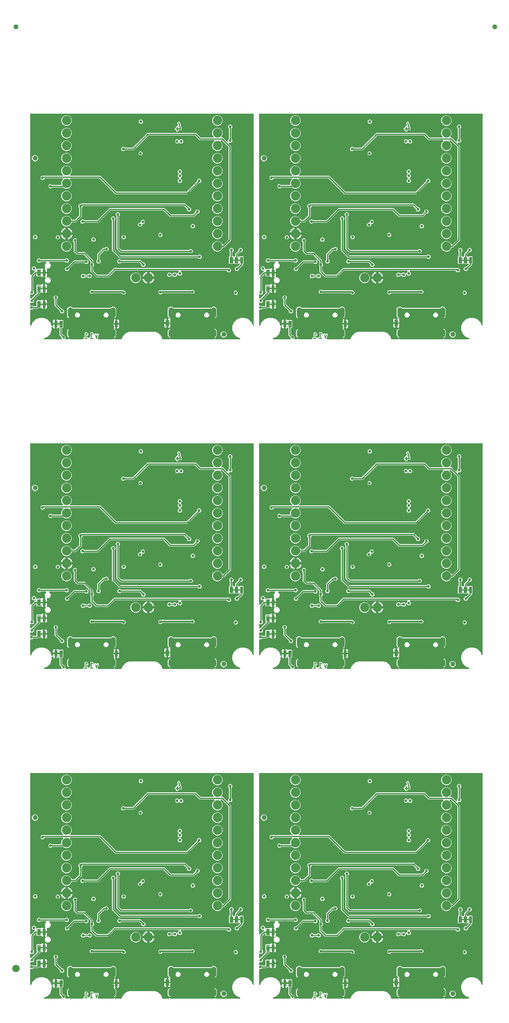
<source format=gbl>
G04 EAGLE Gerber RS-274X export*
G75*
%MOMM*%
%FSLAX34Y34*%
%LPD*%
%INBottom Copper*%
%IPPOS*%
%AMOC8*
5,1,8,0,0,1.08239X$1,22.5*%
G01*
%ADD10C,0.203200*%
%ADD11C,0.279400*%
%ADD12C,1.879600*%
%ADD13C,0.099059*%
%ADD14C,1.000000*%
%ADD15C,1.000000*%
%ADD16C,1.500000*%
%ADD17C,0.558800*%
%ADD18C,0.254000*%
%ADD19C,0.304800*%

G36*
X170389Y36640D02*
X170389Y36640D01*
X170561Y36640D01*
X170679Y36655D01*
X170798Y36663D01*
X170836Y36675D01*
X170877Y36680D01*
X170987Y36724D01*
X171100Y36761D01*
X171135Y36782D01*
X171172Y36797D01*
X171268Y36867D01*
X171369Y36931D01*
X171397Y36960D01*
X171430Y36984D01*
X171506Y37076D01*
X171587Y37162D01*
X171607Y37198D01*
X171632Y37229D01*
X171683Y37337D01*
X171741Y37441D01*
X171751Y37480D01*
X171768Y37517D01*
X171790Y37633D01*
X171820Y37749D01*
X171824Y37809D01*
X171828Y37829D01*
X171826Y37849D01*
X171830Y37909D01*
X171830Y40739D01*
X171868Y40806D01*
X171883Y40865D01*
X171907Y40920D01*
X171922Y41018D01*
X171947Y41114D01*
X171953Y41214D01*
X171957Y41235D01*
X171955Y41247D01*
X171957Y41275D01*
X171957Y63500D01*
X171942Y63618D01*
X171935Y63737D01*
X171922Y63775D01*
X171917Y63816D01*
X171874Y63926D01*
X171837Y64039D01*
X171815Y64074D01*
X171800Y64111D01*
X171731Y64207D01*
X171667Y64308D01*
X171637Y64336D01*
X171614Y64369D01*
X171522Y64445D01*
X171435Y64526D01*
X171400Y64546D01*
X171369Y64571D01*
X171261Y64622D01*
X171157Y64680D01*
X171117Y64690D01*
X171081Y64707D01*
X170964Y64729D01*
X170849Y64759D01*
X170789Y64763D01*
X170769Y64767D01*
X170748Y64765D01*
X170688Y64769D01*
X83058Y64769D01*
X82940Y64754D01*
X82821Y64747D01*
X82783Y64734D01*
X82742Y64729D01*
X82632Y64686D01*
X82519Y64649D01*
X82484Y64627D01*
X82447Y64612D01*
X82351Y64543D01*
X82250Y64479D01*
X82222Y64449D01*
X82189Y64426D01*
X82114Y64334D01*
X82032Y64247D01*
X82012Y64212D01*
X81987Y64181D01*
X81936Y64073D01*
X81878Y63969D01*
X81868Y63929D01*
X81851Y63893D01*
X81829Y63776D01*
X81799Y63661D01*
X81795Y63601D01*
X81791Y63581D01*
X81793Y63560D01*
X81789Y63500D01*
X81789Y4064D01*
X81804Y3946D01*
X81811Y3827D01*
X81824Y3789D01*
X81829Y3748D01*
X81872Y3638D01*
X81909Y3525D01*
X81931Y3490D01*
X81946Y3453D01*
X82015Y3357D01*
X82079Y3256D01*
X82109Y3228D01*
X82132Y3195D01*
X82224Y3119D01*
X82311Y3038D01*
X82346Y3018D01*
X82377Y2993D01*
X82485Y2942D01*
X82589Y2884D01*
X82629Y2874D01*
X82665Y2857D01*
X82782Y2835D01*
X82897Y2805D01*
X82957Y2801D01*
X82977Y2797D01*
X82998Y2799D01*
X83058Y2795D01*
X108585Y2795D01*
X108703Y2810D01*
X108822Y2817D01*
X108860Y2830D01*
X108901Y2835D01*
X109011Y2878D01*
X109125Y2915D01*
X109159Y2937D01*
X109196Y2952D01*
X109293Y3021D01*
X109393Y3085D01*
X109421Y3115D01*
X109454Y3138D01*
X109530Y3230D01*
X109611Y3317D01*
X109631Y3352D01*
X109656Y3383D01*
X109707Y3491D01*
X109765Y3595D01*
X109775Y3635D01*
X109792Y3671D01*
X109814Y3788D01*
X109844Y3903D01*
X109848Y3963D01*
X109852Y3983D01*
X109851Y4004D01*
X109854Y4064D01*
X109854Y5519D01*
X111194Y6859D01*
X111548Y6859D01*
X111667Y6874D01*
X111785Y6881D01*
X111824Y6894D01*
X111864Y6899D01*
X111975Y6942D01*
X112088Y6979D01*
X112122Y7001D01*
X112160Y7016D01*
X112256Y7085D01*
X112357Y7149D01*
X112384Y7179D01*
X112417Y7202D01*
X112493Y7294D01*
X112574Y7381D01*
X112594Y7416D01*
X112620Y7447D01*
X112671Y7555D01*
X112728Y7659D01*
X112738Y7699D01*
X112755Y7735D01*
X112778Y7852D01*
X112807Y7967D01*
X112811Y8027D01*
X112815Y8047D01*
X112814Y8068D01*
X112818Y8128D01*
X112818Y15043D01*
X112816Y15057D01*
X112810Y15183D01*
X112719Y16002D01*
X112728Y16019D01*
X112755Y16125D01*
X113348Y16718D01*
X113357Y16729D01*
X113442Y16822D01*
X113957Y17466D01*
X113975Y17471D01*
X114069Y17527D01*
X114907Y17527D01*
X114922Y17529D01*
X115048Y17534D01*
X115867Y17625D01*
X115883Y17616D01*
X115989Y17589D01*
X116582Y16996D01*
X116594Y16987D01*
X116687Y16903D01*
X120236Y14063D01*
X120445Y12180D01*
X119262Y10701D01*
X118520Y10619D01*
X118472Y10607D01*
X118423Y10604D01*
X118318Y10570D01*
X118211Y10544D01*
X118168Y10521D01*
X118121Y10506D01*
X118028Y10447D01*
X117930Y10395D01*
X117894Y10362D01*
X117852Y10336D01*
X117777Y10256D01*
X117695Y10181D01*
X117668Y10140D01*
X117634Y10104D01*
X117581Y10008D01*
X117520Y9915D01*
X117505Y9869D01*
X117481Y9826D01*
X117453Y9719D01*
X117417Y9614D01*
X117414Y9565D01*
X117401Y9518D01*
X117391Y9357D01*
X117391Y8128D01*
X117406Y8010D01*
X117413Y7891D01*
X117426Y7853D01*
X117431Y7812D01*
X117475Y7702D01*
X117511Y7589D01*
X117533Y7554D01*
X117548Y7517D01*
X117618Y7421D01*
X117682Y7320D01*
X117711Y7292D01*
X117735Y7259D01*
X117827Y7183D01*
X117913Y7102D01*
X117949Y7082D01*
X117980Y7057D01*
X118087Y7006D01*
X118192Y6948D01*
X118231Y6938D01*
X118268Y6921D01*
X118384Y6899D01*
X118500Y6869D01*
X118560Y6865D01*
X118580Y6861D01*
X118600Y6863D01*
X118660Y6859D01*
X119015Y6859D01*
X119922Y5952D01*
X120016Y5879D01*
X120105Y5800D01*
X120141Y5782D01*
X120173Y5757D01*
X120283Y5709D01*
X120388Y5655D01*
X120428Y5647D01*
X120465Y5630D01*
X120583Y5612D01*
X120699Y5586D01*
X120739Y5587D01*
X120779Y5581D01*
X120898Y5592D01*
X121017Y5595D01*
X121055Y5607D01*
X121096Y5610D01*
X121208Y5651D01*
X121322Y5684D01*
X121357Y5704D01*
X121395Y5718D01*
X121494Y5785D01*
X121596Y5845D01*
X121641Y5885D01*
X121658Y5897D01*
X121672Y5912D01*
X121717Y5952D01*
X122624Y6859D01*
X122978Y6859D01*
X123097Y6874D01*
X123215Y6881D01*
X123254Y6894D01*
X123294Y6899D01*
X123405Y6942D01*
X123518Y6979D01*
X123552Y7001D01*
X123590Y7016D01*
X123686Y7085D01*
X123787Y7149D01*
X123814Y7179D01*
X123847Y7202D01*
X123923Y7294D01*
X124004Y7381D01*
X124024Y7416D01*
X124050Y7447D01*
X124100Y7555D01*
X124158Y7659D01*
X124168Y7699D01*
X124185Y7735D01*
X124208Y7852D01*
X124237Y7967D01*
X124241Y8027D01*
X124245Y8047D01*
X124244Y8068D01*
X124248Y8128D01*
X124248Y15043D01*
X124246Y15057D01*
X124240Y15183D01*
X124149Y16002D01*
X124158Y16019D01*
X124185Y16125D01*
X124778Y16718D01*
X124787Y16729D01*
X124872Y16822D01*
X125387Y17466D01*
X125405Y17471D01*
X125499Y17527D01*
X126337Y17527D01*
X126352Y17529D01*
X126478Y17534D01*
X127297Y17625D01*
X127313Y17616D01*
X127419Y17589D01*
X128012Y16996D01*
X128023Y16987D01*
X128117Y16903D01*
X131918Y13861D01*
X131981Y13823D01*
X132038Y13776D01*
X132116Y13740D01*
X132189Y13695D01*
X132260Y13674D01*
X132327Y13643D01*
X132411Y13627D01*
X132493Y13602D01*
X132567Y13599D01*
X132640Y13585D01*
X132725Y13591D01*
X132811Y13587D01*
X132883Y13602D01*
X132957Y13607D01*
X133112Y13648D01*
X134626Y14153D01*
X136254Y13339D01*
X136282Y13329D01*
X136307Y13314D01*
X136431Y13277D01*
X136554Y13234D01*
X136583Y13231D01*
X136612Y13223D01*
X136742Y13217D01*
X136871Y13206D01*
X136900Y13211D01*
X136930Y13210D01*
X137057Y13237D01*
X137184Y13258D01*
X137212Y13270D01*
X137241Y13276D01*
X137389Y13339D01*
X139017Y14153D01*
X140814Y13554D01*
X141661Y11859D01*
X139366Y4973D01*
X139364Y4965D01*
X139360Y4956D01*
X139333Y4809D01*
X139304Y4661D01*
X139304Y4652D01*
X139302Y4644D01*
X139313Y4495D01*
X139319Y4379D01*
X139302Y4332D01*
X139294Y4237D01*
X139276Y4144D01*
X139280Y4080D01*
X139275Y4015D01*
X139290Y3921D01*
X139296Y3827D01*
X139316Y3765D01*
X139327Y3701D01*
X139365Y3615D01*
X139394Y3525D01*
X139429Y3470D01*
X139455Y3410D01*
X139514Y3336D01*
X139564Y3256D01*
X139612Y3211D01*
X139652Y3160D01*
X139727Y3103D01*
X139796Y3038D01*
X139853Y3007D01*
X139905Y2967D01*
X139992Y2930D01*
X140074Y2884D01*
X140137Y2868D01*
X140197Y2843D01*
X140291Y2829D01*
X140382Y2805D01*
X140493Y2798D01*
X140512Y2795D01*
X140522Y2796D01*
X140543Y2795D01*
X170688Y2795D01*
X170806Y2810D01*
X170925Y2817D01*
X170963Y2830D01*
X171004Y2835D01*
X171114Y2878D01*
X171227Y2915D01*
X171262Y2937D01*
X171299Y2952D01*
X171395Y3021D01*
X171496Y3085D01*
X171524Y3115D01*
X171557Y3138D01*
X171633Y3230D01*
X171714Y3317D01*
X171734Y3352D01*
X171759Y3383D01*
X171810Y3491D01*
X171868Y3595D01*
X171878Y3635D01*
X171895Y3671D01*
X171917Y3788D01*
X171947Y3903D01*
X171951Y3963D01*
X171955Y3983D01*
X171953Y4004D01*
X171957Y4064D01*
X171957Y26797D01*
X171945Y26895D01*
X171942Y26994D01*
X171925Y27053D01*
X171917Y27113D01*
X171881Y27205D01*
X171853Y27300D01*
X171830Y27339D01*
X171830Y30163D01*
X171815Y30281D01*
X171808Y30399D01*
X171795Y30438D01*
X171790Y30478D01*
X171747Y30589D01*
X171710Y30702D01*
X171688Y30736D01*
X171673Y30774D01*
X171604Y30870D01*
X171540Y30971D01*
X171510Y30998D01*
X171487Y31031D01*
X171395Y31107D01*
X171308Y31189D01*
X171273Y31208D01*
X171242Y31234D01*
X171134Y31285D01*
X171030Y31342D01*
X170990Y31352D01*
X170954Y31369D01*
X170837Y31392D01*
X170722Y31422D01*
X170662Y31425D01*
X170642Y31429D01*
X170621Y31428D01*
X170561Y31432D01*
X170389Y31432D01*
X169608Y32213D01*
X169608Y32703D01*
X174753Y32703D01*
X174753Y25102D01*
X174633Y25054D01*
X174501Y25007D01*
X174485Y24996D01*
X174466Y24988D01*
X174354Y24907D01*
X174238Y24829D01*
X174225Y24813D01*
X174209Y24802D01*
X174120Y24694D01*
X174028Y24590D01*
X174019Y24572D01*
X174006Y24557D01*
X173947Y24431D01*
X173883Y24307D01*
X173879Y24287D01*
X173870Y24269D01*
X173844Y24132D01*
X173814Y23997D01*
X173814Y23976D01*
X173810Y23956D01*
X173819Y23818D01*
X173823Y23679D01*
X173829Y23659D01*
X173830Y23639D01*
X173873Y23507D01*
X173912Y23373D01*
X173922Y23356D01*
X173928Y23337D01*
X174003Y23219D01*
X174073Y23099D01*
X174092Y23078D01*
X174098Y23068D01*
X174113Y23054D01*
X174180Y22978D01*
X175516Y21642D01*
X176471Y19337D01*
X176471Y10843D01*
X175516Y8538D01*
X173600Y6622D01*
X173540Y6544D01*
X173472Y6472D01*
X173443Y6419D01*
X173406Y6371D01*
X173366Y6280D01*
X173318Y6193D01*
X173303Y6135D01*
X173279Y6079D01*
X173264Y5981D01*
X173239Y5886D01*
X173233Y5785D01*
X173229Y5765D01*
X173231Y5753D01*
X173229Y5725D01*
X173229Y4064D01*
X173244Y3946D01*
X173251Y3827D01*
X173264Y3789D01*
X173269Y3748D01*
X173312Y3638D01*
X173349Y3525D01*
X173371Y3490D01*
X173386Y3453D01*
X173455Y3357D01*
X173519Y3256D01*
X173549Y3228D01*
X173572Y3195D01*
X173664Y3119D01*
X173751Y3038D01*
X173786Y3018D01*
X173817Y2993D01*
X173925Y2942D01*
X174029Y2884D01*
X174069Y2874D01*
X174105Y2857D01*
X174222Y2835D01*
X174337Y2805D01*
X174397Y2801D01*
X174417Y2797D01*
X174438Y2799D01*
X174498Y2795D01*
X186529Y2795D01*
X186558Y2798D01*
X186588Y2796D01*
X186716Y2818D01*
X186844Y2835D01*
X186872Y2845D01*
X186901Y2850D01*
X187019Y2904D01*
X187140Y2952D01*
X187164Y2969D01*
X187191Y2981D01*
X187292Y3062D01*
X187397Y3138D01*
X187416Y3161D01*
X187439Y3180D01*
X187517Y3283D01*
X187600Y3383D01*
X187613Y3410D01*
X187631Y3434D01*
X187702Y3578D01*
X190451Y10216D01*
X195524Y15289D01*
X202153Y18035D01*
X255047Y18035D01*
X261676Y15289D01*
X266749Y10216D01*
X269498Y3578D01*
X269513Y3553D01*
X269522Y3525D01*
X269592Y3415D01*
X269656Y3302D01*
X269677Y3281D01*
X269692Y3256D01*
X269787Y3167D01*
X269877Y3074D01*
X269903Y3058D01*
X269924Y3038D01*
X270038Y2975D01*
X270148Y2907D01*
X270177Y2899D01*
X270202Y2884D01*
X270328Y2852D01*
X270452Y2814D01*
X270482Y2812D01*
X270510Y2805D01*
X270671Y2795D01*
X283210Y2795D01*
X283328Y2810D01*
X283447Y2817D01*
X283485Y2830D01*
X283526Y2835D01*
X283636Y2878D01*
X283749Y2915D01*
X283784Y2937D01*
X283821Y2952D01*
X283917Y3021D01*
X284018Y3085D01*
X284046Y3115D01*
X284079Y3138D01*
X284155Y3230D01*
X284236Y3317D01*
X284256Y3352D01*
X284281Y3383D01*
X284332Y3491D01*
X284390Y3595D01*
X284400Y3635D01*
X284417Y3671D01*
X284439Y3788D01*
X284469Y3903D01*
X284473Y3963D01*
X284477Y3983D01*
X284475Y4004D01*
X284479Y4064D01*
X284479Y5499D01*
X284476Y5528D01*
X284478Y5557D01*
X284456Y5686D01*
X284439Y5814D01*
X284429Y5842D01*
X284424Y5871D01*
X284370Y5989D01*
X284322Y6110D01*
X284305Y6134D01*
X284293Y6161D01*
X284212Y6262D01*
X284136Y6367D01*
X284113Y6386D01*
X284094Y6409D01*
X283991Y6487D01*
X283891Y6570D01*
X283864Y6583D01*
X283840Y6600D01*
X283696Y6671D01*
X283448Y6774D01*
X281684Y8538D01*
X280729Y10843D01*
X280729Y19337D01*
X281684Y21642D01*
X283448Y23406D01*
X283696Y23509D01*
X283721Y23523D01*
X283749Y23532D01*
X283859Y23602D01*
X283972Y23666D01*
X283993Y23687D01*
X284018Y23703D01*
X284107Y23797D01*
X284200Y23888D01*
X284216Y23913D01*
X284236Y23934D01*
X284299Y24048D01*
X284367Y24159D01*
X284375Y24187D01*
X284390Y24213D01*
X284422Y24339D01*
X284460Y24463D01*
X284462Y24492D01*
X284469Y24521D01*
X284479Y24681D01*
X284479Y25551D01*
X284464Y25676D01*
X284454Y25801D01*
X284444Y25833D01*
X284439Y25867D01*
X284393Y25983D01*
X284353Y26103D01*
X284335Y26131D01*
X284322Y26162D01*
X284249Y26264D01*
X284180Y26369D01*
X284155Y26392D01*
X284136Y26420D01*
X284039Y26500D01*
X283946Y26585D01*
X283916Y26601D01*
X283891Y26622D01*
X283777Y26676D01*
X283666Y26735D01*
X283633Y26744D01*
X283603Y26758D01*
X283480Y26781D01*
X283357Y26812D01*
X283324Y26811D01*
X283291Y26818D01*
X283165Y26810D01*
X283039Y26809D01*
X282991Y26799D01*
X282973Y26798D01*
X282953Y26791D01*
X282881Y26777D01*
X282479Y26669D01*
X280923Y26669D01*
X280923Y34227D01*
X286068Y34227D01*
X286068Y33722D01*
X286062Y33713D01*
X285994Y33641D01*
X285965Y33588D01*
X285928Y33540D01*
X285888Y33449D01*
X285840Y33363D01*
X285825Y33304D01*
X285801Y33248D01*
X285786Y33151D01*
X285761Y33055D01*
X285755Y32955D01*
X285751Y32934D01*
X285753Y32922D01*
X285751Y32894D01*
X285751Y4064D01*
X285766Y3946D01*
X285773Y3827D01*
X285786Y3789D01*
X285791Y3748D01*
X285834Y3638D01*
X285871Y3525D01*
X285893Y3490D01*
X285908Y3453D01*
X285978Y3357D01*
X286041Y3256D01*
X286071Y3228D01*
X286094Y3195D01*
X286186Y3119D01*
X286273Y3038D01*
X286308Y3018D01*
X286339Y2993D01*
X286447Y2942D01*
X286551Y2884D01*
X286591Y2874D01*
X286627Y2857D01*
X286744Y2835D01*
X286859Y2805D01*
X286920Y2801D01*
X286940Y2797D01*
X286960Y2799D01*
X287020Y2795D01*
X373888Y2795D01*
X374006Y2810D01*
X374125Y2817D01*
X374163Y2830D01*
X374204Y2835D01*
X374314Y2878D01*
X374427Y2915D01*
X374462Y2937D01*
X374499Y2952D01*
X374595Y3021D01*
X374696Y3085D01*
X374724Y3115D01*
X374757Y3138D01*
X374833Y3230D01*
X374914Y3317D01*
X374934Y3352D01*
X374959Y3383D01*
X375010Y3491D01*
X375068Y3595D01*
X375078Y3635D01*
X375095Y3671D01*
X375117Y3788D01*
X375147Y3903D01*
X375151Y3963D01*
X375155Y3983D01*
X375153Y4004D01*
X375157Y4064D01*
X375157Y63500D01*
X375142Y63618D01*
X375135Y63737D01*
X375122Y63775D01*
X375117Y63816D01*
X375074Y63926D01*
X375037Y64039D01*
X375015Y64074D01*
X375000Y64111D01*
X374931Y64207D01*
X374867Y64308D01*
X374837Y64336D01*
X374814Y64369D01*
X374722Y64445D01*
X374635Y64526D01*
X374600Y64546D01*
X374569Y64571D01*
X374461Y64622D01*
X374357Y64680D01*
X374317Y64690D01*
X374281Y64707D01*
X374164Y64729D01*
X374049Y64759D01*
X373989Y64763D01*
X373969Y64767D01*
X373948Y64765D01*
X373888Y64769D01*
X287020Y64769D01*
X286902Y64754D01*
X286783Y64747D01*
X286745Y64734D01*
X286704Y64729D01*
X286594Y64686D01*
X286481Y64649D01*
X286446Y64627D01*
X286409Y64612D01*
X286313Y64543D01*
X286212Y64479D01*
X286184Y64449D01*
X286151Y64426D01*
X286076Y64334D01*
X285994Y64247D01*
X285974Y64212D01*
X285949Y64181D01*
X285898Y64073D01*
X285840Y63969D01*
X285830Y63929D01*
X285813Y63893D01*
X285791Y63776D01*
X285761Y63661D01*
X285757Y63601D01*
X285753Y63581D01*
X285755Y63560D01*
X285751Y63500D01*
X285751Y38226D01*
X285763Y38128D01*
X285766Y38029D01*
X285783Y37970D01*
X285791Y37910D01*
X285827Y37818D01*
X285855Y37723D01*
X285885Y37671D01*
X285908Y37615D01*
X285966Y37535D01*
X286016Y37449D01*
X286068Y37390D01*
X286068Y36893D01*
X280923Y36893D01*
X280923Y44451D01*
X282007Y44451D01*
X282145Y44468D01*
X282283Y44481D01*
X282302Y44488D01*
X282322Y44491D01*
X282452Y44542D01*
X282583Y44589D01*
X282599Y44600D01*
X282618Y44608D01*
X282730Y44689D01*
X282846Y44767D01*
X282859Y44783D01*
X282875Y44794D01*
X282964Y44902D01*
X283056Y45006D01*
X283065Y45024D01*
X283078Y45039D01*
X283138Y45165D01*
X283201Y45289D01*
X283205Y45309D01*
X283214Y45327D01*
X283240Y45464D01*
X283270Y45599D01*
X283270Y45620D01*
X283274Y45639D01*
X283265Y45778D01*
X283261Y45917D01*
X283255Y45937D01*
X283254Y45957D01*
X283211Y46089D01*
X283172Y46223D01*
X283162Y46240D01*
X283156Y46259D01*
X283081Y46377D01*
X283011Y46497D01*
X282992Y46518D01*
X282986Y46528D01*
X282971Y46542D01*
X282904Y46617D01*
X281684Y47838D01*
X280729Y50143D01*
X280729Y63637D01*
X281684Y65942D01*
X283448Y67706D01*
X285753Y68661D01*
X288247Y68661D01*
X290552Y67706D01*
X291846Y66412D01*
X291924Y66352D01*
X291996Y66284D01*
X292049Y66255D01*
X292097Y66218D01*
X292188Y66178D01*
X292275Y66130D01*
X292333Y66115D01*
X292389Y66091D01*
X292487Y66076D01*
X292582Y66051D01*
X292683Y66045D01*
X292703Y66041D01*
X292715Y66043D01*
X292743Y66041D01*
X367657Y66041D01*
X367755Y66053D01*
X367854Y66056D01*
X367912Y66073D01*
X367972Y66081D01*
X368064Y66117D01*
X368160Y66145D01*
X368212Y66175D01*
X368268Y66198D01*
X368348Y66256D01*
X368433Y66306D01*
X368509Y66372D01*
X368525Y66384D01*
X368533Y66394D01*
X368554Y66412D01*
X369848Y67706D01*
X372153Y68661D01*
X374647Y68661D01*
X376952Y67706D01*
X378716Y65942D01*
X379671Y63637D01*
X379671Y50143D01*
X378716Y47838D01*
X376800Y45922D01*
X376740Y45844D01*
X376672Y45772D01*
X376643Y45719D01*
X376606Y45671D01*
X376566Y45580D01*
X376518Y45493D01*
X376503Y45435D01*
X376479Y45379D01*
X376464Y45281D01*
X376439Y45186D01*
X376433Y45085D01*
X376429Y45065D01*
X376431Y45053D01*
X376429Y45025D01*
X376429Y24455D01*
X376441Y24357D01*
X376444Y24258D01*
X376461Y24200D01*
X376469Y24140D01*
X376505Y24048D01*
X376533Y23952D01*
X376563Y23900D01*
X376586Y23844D01*
X376644Y23764D01*
X376694Y23679D01*
X376760Y23603D01*
X376772Y23587D01*
X376782Y23579D01*
X376800Y23558D01*
X378716Y21642D01*
X379671Y19337D01*
X379671Y10843D01*
X378716Y8538D01*
X376800Y6622D01*
X376740Y6544D01*
X376672Y6472D01*
X376643Y6419D01*
X376606Y6371D01*
X376566Y6280D01*
X376518Y6193D01*
X376503Y6135D01*
X376479Y6079D01*
X376464Y5981D01*
X376439Y5886D01*
X376433Y5785D01*
X376429Y5765D01*
X376431Y5753D01*
X376429Y5725D01*
X376429Y4064D01*
X376444Y3946D01*
X376451Y3827D01*
X376464Y3789D01*
X376469Y3748D01*
X376512Y3638D01*
X376549Y3525D01*
X376571Y3490D01*
X376586Y3453D01*
X376655Y3357D01*
X376719Y3256D01*
X376749Y3228D01*
X376772Y3195D01*
X376864Y3119D01*
X376951Y3038D01*
X376986Y3018D01*
X377017Y2993D01*
X377125Y2942D01*
X377229Y2884D01*
X377269Y2874D01*
X377305Y2857D01*
X377422Y2835D01*
X377537Y2805D01*
X377597Y2801D01*
X377617Y2797D01*
X377638Y2799D01*
X377698Y2795D01*
X425565Y2795D01*
X425634Y2803D01*
X425704Y2802D01*
X425791Y2823D01*
X425880Y2835D01*
X425945Y2860D01*
X426013Y2877D01*
X426093Y2919D01*
X426176Y2952D01*
X426233Y2993D01*
X426294Y3025D01*
X426361Y3086D01*
X426434Y3138D01*
X426478Y3192D01*
X426530Y3239D01*
X426579Y3314D01*
X426636Y3383D01*
X426666Y3447D01*
X426704Y3505D01*
X426734Y3590D01*
X426772Y3671D01*
X426785Y3740D01*
X426808Y3806D01*
X426815Y3895D01*
X426832Y3983D01*
X426827Y4053D01*
X426833Y4123D01*
X426817Y4211D01*
X426812Y4301D01*
X426790Y4367D01*
X426778Y4436D01*
X426742Y4518D01*
X426714Y4603D01*
X426677Y4662D01*
X426648Y4726D01*
X426592Y4796D01*
X426544Y4872D01*
X426493Y4920D01*
X426449Y4974D01*
X426377Y5029D01*
X426312Y5090D01*
X426251Y5124D01*
X426195Y5166D01*
X426051Y5237D01*
X420002Y7742D01*
X414142Y13602D01*
X410971Y21257D01*
X410971Y29543D01*
X414142Y37199D01*
X420001Y43058D01*
X427657Y46229D01*
X435943Y46229D01*
X443599Y43058D01*
X449458Y37199D01*
X451963Y31149D01*
X451998Y31089D01*
X452024Y31024D01*
X452076Y30951D01*
X452121Y30873D01*
X452170Y30823D01*
X452210Y30766D01*
X452280Y30709D01*
X452342Y30645D01*
X452402Y30608D01*
X452455Y30564D01*
X452537Y30525D01*
X452613Y30478D01*
X452680Y30458D01*
X452743Y30428D01*
X452831Y30411D01*
X452917Y30385D01*
X452987Y30381D01*
X453056Y30368D01*
X453145Y30374D01*
X453235Y30370D01*
X453303Y30384D01*
X453373Y30388D01*
X453458Y30416D01*
X453546Y30434D01*
X453609Y30465D01*
X453675Y30486D01*
X453751Y30534D01*
X453832Y30574D01*
X453885Y30619D01*
X453944Y30656D01*
X454006Y30722D01*
X454074Y30780D01*
X454114Y30837D01*
X454162Y30888D01*
X454205Y30967D01*
X454257Y31040D01*
X454282Y31105D01*
X454316Y31166D01*
X454338Y31253D01*
X454370Y31337D01*
X454378Y31407D01*
X454395Y31474D01*
X454405Y31635D01*
X454405Y457200D01*
X454390Y457318D01*
X454383Y457437D01*
X454370Y457475D01*
X454365Y457516D01*
X454322Y457626D01*
X454285Y457739D01*
X454263Y457774D01*
X454248Y457811D01*
X454179Y457907D01*
X454115Y458008D01*
X454085Y458036D01*
X454062Y458069D01*
X453970Y458145D01*
X453883Y458226D01*
X453848Y458246D01*
X453817Y458271D01*
X453709Y458322D01*
X453605Y458380D01*
X453565Y458390D01*
X453529Y458407D01*
X453412Y458429D01*
X453297Y458459D01*
X453237Y458463D01*
X453217Y458467D01*
X453196Y458465D01*
X453136Y458469D01*
X4064Y458469D01*
X3946Y458454D01*
X3827Y458447D01*
X3789Y458434D01*
X3748Y458429D01*
X3638Y458386D01*
X3525Y458349D01*
X3490Y458327D01*
X3453Y458312D01*
X3357Y458243D01*
X3256Y458179D01*
X3228Y458149D01*
X3195Y458126D01*
X3119Y458034D01*
X3038Y457947D01*
X3018Y457912D01*
X2993Y457881D01*
X2942Y457773D01*
X2884Y457669D01*
X2874Y457629D01*
X2857Y457593D01*
X2835Y457476D01*
X2805Y457361D01*
X2801Y457301D01*
X2797Y457281D01*
X2798Y457270D01*
X2797Y457267D01*
X2798Y457253D01*
X2795Y457200D01*
X2795Y133912D01*
X2812Y133775D01*
X2825Y133636D01*
X2832Y133617D01*
X2835Y133597D01*
X2886Y133468D01*
X2933Y133336D01*
X2944Y133320D01*
X2952Y133301D01*
X3033Y133189D01*
X3111Y133073D01*
X3127Y133060D01*
X3138Y133044D01*
X3246Y132955D01*
X3350Y132863D01*
X3368Y132854D01*
X3383Y132841D01*
X3509Y132782D01*
X3633Y132718D01*
X3653Y132714D01*
X3671Y132705D01*
X3807Y132679D01*
X3943Y132649D01*
X3964Y132649D01*
X3983Y132645D01*
X4122Y132654D01*
X4261Y132658D01*
X4281Y132664D01*
X4301Y132665D01*
X4433Y132708D01*
X4567Y132747D01*
X4584Y132757D01*
X4603Y132763D01*
X4721Y132838D01*
X4841Y132908D01*
X4862Y132927D01*
X4872Y132933D01*
X4886Y132948D01*
X4961Y133015D01*
X11765Y139819D01*
X11851Y139928D01*
X11939Y140035D01*
X11948Y140054D01*
X11960Y140070D01*
X12016Y140198D01*
X12075Y140323D01*
X12079Y140343D01*
X12087Y140362D01*
X12109Y140500D01*
X12135Y140636D01*
X12133Y140656D01*
X12137Y140676D01*
X12123Y140815D01*
X12115Y140953D01*
X12109Y140972D01*
X12107Y140992D01*
X12060Y141124D01*
X12017Y141255D01*
X12006Y141273D01*
X11999Y141292D01*
X11921Y141407D01*
X11847Y141524D01*
X11832Y141538D01*
X11821Y141555D01*
X11716Y141647D01*
X11615Y141742D01*
X11597Y141752D01*
X11582Y141765D01*
X11458Y141828D01*
X11337Y141896D01*
X11317Y141901D01*
X11299Y141910D01*
X11163Y141940D01*
X11029Y141975D01*
X11001Y141977D01*
X10989Y141980D01*
X10968Y141979D01*
X10868Y141985D01*
X8476Y141985D01*
X6095Y144366D01*
X6095Y147734D01*
X8476Y150115D01*
X11844Y150115D01*
X14225Y147734D01*
X14225Y145415D01*
X14242Y145277D01*
X14255Y145139D01*
X14262Y145120D01*
X14265Y145099D01*
X14316Y144970D01*
X14363Y144839D01*
X14374Y144823D01*
X14382Y144804D01*
X14463Y144691D01*
X14541Y144576D01*
X14557Y144563D01*
X14568Y144546D01*
X14676Y144458D01*
X14780Y144366D01*
X14798Y144356D01*
X14813Y144344D01*
X14939Y144284D01*
X15063Y144221D01*
X15083Y144217D01*
X15101Y144208D01*
X15238Y144182D01*
X15373Y144151D01*
X15394Y144152D01*
X15413Y144148D01*
X15552Y144157D01*
X15691Y144161D01*
X15711Y144167D01*
X15731Y144168D01*
X15863Y144211D01*
X15997Y144249D01*
X16014Y144260D01*
X16033Y144266D01*
X16151Y144340D01*
X16271Y144411D01*
X16292Y144430D01*
X16302Y144436D01*
X16316Y144451D01*
X16392Y144517D01*
X16655Y144781D01*
X23759Y144781D01*
X23788Y144756D01*
X23824Y144737D01*
X23856Y144713D01*
X23965Y144665D01*
X24071Y144611D01*
X24110Y144602D01*
X24148Y144586D01*
X24265Y144568D01*
X24381Y144541D01*
X24422Y144543D01*
X24462Y144536D01*
X24580Y144548D01*
X24699Y144551D01*
X24738Y144562D01*
X24778Y144566D01*
X24890Y144606D01*
X25005Y144640D01*
X25040Y144660D01*
X25078Y144674D01*
X25176Y144741D01*
X25279Y144801D01*
X25324Y144841D01*
X25341Y144852D01*
X25354Y144868D01*
X25399Y144908D01*
X25936Y145444D01*
X26628Y145844D01*
X27401Y146051D01*
X28957Y146051D01*
X28957Y138493D01*
X18415Y138493D01*
X18396Y138481D01*
X18374Y138477D01*
X18367Y138462D01*
X18358Y138456D01*
X18359Y138446D01*
X18352Y138430D01*
X18352Y135890D01*
X18364Y135871D01*
X18368Y135849D01*
X18383Y135842D01*
X18389Y135833D01*
X18399Y135834D01*
X18415Y135827D01*
X28957Y135827D01*
X28957Y128269D01*
X27401Y128269D01*
X26628Y128476D01*
X25936Y128876D01*
X25399Y129412D01*
X25305Y129485D01*
X25216Y129564D01*
X25180Y129583D01*
X25148Y129607D01*
X25039Y129655D01*
X24933Y129709D01*
X24894Y129718D01*
X24856Y129734D01*
X24739Y129752D01*
X24623Y129778D01*
X24582Y129777D01*
X24542Y129784D01*
X24424Y129772D01*
X24305Y129769D01*
X24266Y129758D01*
X24226Y129754D01*
X24114Y129714D01*
X23999Y129680D01*
X23964Y129660D01*
X23926Y129646D01*
X23828Y129579D01*
X23760Y129539D01*
X16655Y129539D01*
X15620Y130574D01*
X15620Y133350D01*
X15605Y133468D01*
X15598Y133587D01*
X15585Y133625D01*
X15580Y133666D01*
X15537Y133776D01*
X15500Y133889D01*
X15478Y133924D01*
X15463Y133961D01*
X15394Y134057D01*
X15330Y134158D01*
X15300Y134186D01*
X15277Y134219D01*
X15185Y134295D01*
X15098Y134376D01*
X15063Y134396D01*
X15032Y134421D01*
X14924Y134472D01*
X14820Y134530D01*
X14780Y134540D01*
X14744Y134557D01*
X14627Y134579D01*
X14512Y134609D01*
X14452Y134613D01*
X14432Y134617D01*
X14411Y134615D01*
X14351Y134619D01*
X14278Y134619D01*
X14180Y134607D01*
X14081Y134604D01*
X14023Y134587D01*
X13963Y134579D01*
X13871Y134543D01*
X13775Y134515D01*
X13723Y134485D01*
X13667Y134462D01*
X13587Y134404D01*
X13502Y134354D01*
X13426Y134288D01*
X13410Y134276D01*
X13402Y134266D01*
X13381Y134248D01*
X9262Y130129D01*
X9202Y130051D01*
X9134Y129979D01*
X9105Y129926D01*
X9068Y129878D01*
X9028Y129787D01*
X8980Y129700D01*
X8965Y129642D01*
X8941Y129586D01*
X8926Y129488D01*
X8901Y129393D01*
X8895Y129292D01*
X8891Y129272D01*
X8893Y129260D01*
X8891Y129232D01*
X8891Y101523D01*
X8903Y101425D01*
X8906Y101326D01*
X8923Y101268D01*
X8931Y101208D01*
X8967Y101116D01*
X8995Y101021D01*
X9025Y100969D01*
X9048Y100912D01*
X9106Y100832D01*
X9156Y100747D01*
X9222Y100671D01*
X9234Y100655D01*
X9244Y100647D01*
X9262Y100626D01*
X10415Y99474D01*
X10415Y96106D01*
X8034Y93725D01*
X4487Y93725D01*
X4457Y93740D01*
X4437Y93743D01*
X4419Y93751D01*
X4281Y93773D01*
X4144Y93799D01*
X4124Y93798D01*
X4105Y93801D01*
X3966Y93788D01*
X3827Y93780D01*
X3808Y93773D01*
X3788Y93771D01*
X3657Y93724D01*
X3525Y93682D01*
X3508Y93671D01*
X3489Y93664D01*
X3373Y93586D01*
X3256Y93511D01*
X3242Y93497D01*
X3225Y93485D01*
X3134Y93381D01*
X3038Y93280D01*
X3028Y93262D01*
X3015Y93247D01*
X2952Y93123D01*
X2884Y93001D01*
X2879Y92982D01*
X2870Y92964D01*
X2840Y92828D01*
X2805Y92693D01*
X2803Y92665D01*
X2801Y92654D01*
X2801Y92633D01*
X2795Y92533D01*
X2795Y86089D01*
X2810Y85971D01*
X2817Y85852D01*
X2830Y85814D01*
X2835Y85774D01*
X2878Y85663D01*
X2915Y85550D01*
X2937Y85516D01*
X2952Y85478D01*
X3021Y85382D01*
X3085Y85281D01*
X3115Y85253D01*
X3138Y85221D01*
X3230Y85145D01*
X3317Y85063D01*
X3352Y85044D01*
X3383Y85018D01*
X3491Y84967D01*
X3595Y84910D01*
X3635Y84900D01*
X3671Y84882D01*
X3788Y84860D01*
X3903Y84830D01*
X3963Y84826D01*
X3983Y84823D01*
X4004Y84824D01*
X4064Y84820D01*
X4264Y84820D01*
X4362Y84832D01*
X4461Y84835D01*
X4519Y84852D01*
X4579Y84860D01*
X4671Y84896D01*
X4767Y84924D01*
X4819Y84955D01*
X4875Y84977D01*
X4955Y85035D01*
X5040Y85085D01*
X5116Y85152D01*
X5132Y85164D01*
X5140Y85173D01*
X5161Y85192D01*
X16309Y96340D01*
X16382Y96434D01*
X16461Y96523D01*
X16479Y96559D01*
X16504Y96591D01*
X16552Y96701D01*
X16606Y96806D01*
X16614Y96846D01*
X16631Y96883D01*
X16649Y97001D01*
X16675Y97117D01*
X16674Y97157D01*
X16680Y97197D01*
X16669Y97316D01*
X16666Y97435D01*
X16654Y97473D01*
X16651Y97514D01*
X16610Y97626D01*
X16577Y97740D01*
X16557Y97775D01*
X16543Y97813D01*
X16476Y97911D01*
X16416Y98014D01*
X16376Y98059D01*
X16364Y98076D01*
X16349Y98090D01*
X16309Y98135D01*
X15620Y98824D01*
X15620Y111996D01*
X16655Y113031D01*
X23759Y113031D01*
X23788Y113006D01*
X23824Y112987D01*
X23856Y112963D01*
X23965Y112915D01*
X24071Y112861D01*
X24110Y112852D01*
X24148Y112836D01*
X24265Y112818D01*
X24381Y112791D01*
X24422Y112793D01*
X24462Y112786D01*
X24580Y112798D01*
X24699Y112801D01*
X24738Y112812D01*
X24778Y112816D01*
X24890Y112856D01*
X25005Y112890D01*
X25040Y112910D01*
X25078Y112924D01*
X25176Y112991D01*
X25279Y113051D01*
X25324Y113091D01*
X25341Y113102D01*
X25354Y113118D01*
X25399Y113158D01*
X25936Y113694D01*
X26628Y114094D01*
X27401Y114301D01*
X28957Y114301D01*
X28957Y106743D01*
X18415Y106743D01*
X18396Y106731D01*
X18374Y106727D01*
X18367Y106712D01*
X18358Y106706D01*
X18359Y106696D01*
X18352Y106680D01*
X18352Y104140D01*
X18364Y104121D01*
X18368Y104099D01*
X18383Y104092D01*
X18389Y104083D01*
X18399Y104084D01*
X18415Y104077D01*
X28957Y104077D01*
X28957Y96519D01*
X27401Y96519D01*
X26628Y96726D01*
X25936Y97126D01*
X25399Y97662D01*
X25305Y97735D01*
X25303Y97737D01*
X25295Y97745D01*
X25293Y97746D01*
X25216Y97814D01*
X25180Y97833D01*
X25148Y97857D01*
X25039Y97905D01*
X24933Y97959D01*
X24894Y97968D01*
X24856Y97984D01*
X24739Y98002D01*
X24623Y98028D01*
X24582Y98027D01*
X24542Y98034D01*
X24424Y98022D01*
X24305Y98019D01*
X24266Y98008D01*
X24226Y98004D01*
X24114Y97964D01*
X23999Y97930D01*
X23964Y97910D01*
X23926Y97896D01*
X23828Y97829D01*
X23725Y97769D01*
X23706Y97752D01*
X23687Y97749D01*
X23577Y97706D01*
X23464Y97669D01*
X23429Y97647D01*
X23392Y97632D01*
X23296Y97563D01*
X23195Y97499D01*
X23167Y97469D01*
X23134Y97446D01*
X23058Y97354D01*
X22977Y97267D01*
X22957Y97232D01*
X22932Y97201D01*
X22881Y97093D01*
X22823Y96989D01*
X22813Y96949D01*
X22796Y96913D01*
X22774Y96796D01*
X22744Y96681D01*
X22740Y96621D01*
X22736Y96601D01*
X22738Y96580D01*
X22734Y96520D01*
X22734Y95578D01*
X10532Y83377D01*
X10472Y83298D01*
X10404Y83226D01*
X10375Y83173D01*
X10338Y83125D01*
X10298Y83034D01*
X10250Y82948D01*
X10235Y82889D01*
X10211Y82834D01*
X10196Y82736D01*
X10171Y82640D01*
X10165Y82540D01*
X10161Y82519D01*
X10163Y82507D01*
X10161Y82479D01*
X10161Y79072D01*
X7780Y76691D01*
X4064Y76691D01*
X3946Y76676D01*
X3827Y76668D01*
X3789Y76656D01*
X3748Y76651D01*
X3638Y76607D01*
X3525Y76570D01*
X3490Y76549D01*
X3453Y76534D01*
X3357Y76464D01*
X3256Y76400D01*
X3228Y76371D01*
X3195Y76347D01*
X3119Y76255D01*
X3038Y76168D01*
X3018Y76133D01*
X2993Y76102D01*
X2942Y75994D01*
X2884Y75890D01*
X2874Y75851D01*
X2857Y75814D01*
X2835Y75697D01*
X2805Y75582D01*
X2801Y75522D01*
X2797Y75502D01*
X2799Y75482D01*
X2795Y75421D01*
X2795Y72136D01*
X2810Y72018D01*
X2817Y71899D01*
X2830Y71861D01*
X2835Y71820D01*
X2879Y71709D01*
X2915Y71597D01*
X2937Y71562D01*
X2952Y71525D01*
X3021Y71429D01*
X3085Y71328D01*
X3115Y71300D01*
X3138Y71267D01*
X3230Y71191D01*
X3317Y71110D01*
X3352Y71090D01*
X3383Y71065D01*
X3491Y71014D01*
X3595Y70956D01*
X3635Y70946D01*
X3671Y70929D01*
X3788Y70907D01*
X3903Y70877D01*
X3963Y70873D01*
X3983Y70869D01*
X4004Y70871D01*
X4064Y70867D01*
X7272Y70867D01*
X8424Y69714D01*
X8502Y69654D01*
X8574Y69586D01*
X8627Y69557D01*
X8675Y69520D01*
X8766Y69480D01*
X8853Y69432D01*
X8911Y69417D01*
X8967Y69393D01*
X9065Y69378D01*
X9161Y69353D01*
X9261Y69347D01*
X9281Y69343D01*
X9293Y69345D01*
X9321Y69343D01*
X14351Y69343D01*
X14469Y69358D01*
X14588Y69365D01*
X14626Y69378D01*
X14667Y69383D01*
X14777Y69426D01*
X14890Y69463D01*
X14925Y69485D01*
X14962Y69500D01*
X15058Y69569D01*
X15159Y69633D01*
X15187Y69663D01*
X15220Y69686D01*
X15296Y69778D01*
X15377Y69865D01*
X15397Y69900D01*
X15422Y69931D01*
X15473Y70039D01*
X15531Y70143D01*
X15541Y70183D01*
X15558Y70219D01*
X15580Y70336D01*
X15610Y70451D01*
X15614Y70511D01*
X15618Y70531D01*
X15616Y70552D01*
X15620Y70612D01*
X15620Y80246D01*
X16655Y81281D01*
X23759Y81281D01*
X23788Y81256D01*
X23824Y81237D01*
X23856Y81213D01*
X23965Y81165D01*
X24071Y81111D01*
X24110Y81102D01*
X24148Y81086D01*
X24265Y81068D01*
X24381Y81041D01*
X24422Y81043D01*
X24462Y81036D01*
X24580Y81048D01*
X24699Y81051D01*
X24738Y81062D01*
X24778Y81066D01*
X24890Y81106D01*
X25005Y81140D01*
X25040Y81160D01*
X25078Y81174D01*
X25176Y81241D01*
X25279Y81301D01*
X25324Y81341D01*
X25341Y81352D01*
X25354Y81368D01*
X25399Y81408D01*
X25936Y81944D01*
X26628Y82344D01*
X27401Y82551D01*
X28957Y82551D01*
X28957Y74993D01*
X18415Y74993D01*
X18396Y74981D01*
X18374Y74977D01*
X18367Y74962D01*
X18358Y74956D01*
X18359Y74946D01*
X18352Y74930D01*
X18352Y72390D01*
X18364Y72371D01*
X18368Y72349D01*
X18383Y72342D01*
X18389Y72333D01*
X18399Y72334D01*
X18415Y72327D01*
X28957Y72327D01*
X28957Y64769D01*
X27401Y64769D01*
X26628Y64976D01*
X25936Y65376D01*
X25399Y65912D01*
X25311Y65981D01*
X25276Y66014D01*
X25268Y66019D01*
X25216Y66064D01*
X25180Y66083D01*
X25148Y66107D01*
X25039Y66155D01*
X24933Y66209D01*
X24894Y66218D01*
X24856Y66234D01*
X24739Y66252D01*
X24623Y66278D01*
X24582Y66277D01*
X24542Y66284D01*
X24424Y66272D01*
X24305Y66269D01*
X24266Y66258D01*
X24226Y66254D01*
X24114Y66214D01*
X23999Y66180D01*
X23964Y66160D01*
X23926Y66146D01*
X23828Y66079D01*
X23760Y66039D01*
X19739Y66039D01*
X19641Y66027D01*
X19542Y66024D01*
X19484Y66007D01*
X19424Y65999D01*
X19332Y65963D01*
X19236Y65935D01*
X19184Y65905D01*
X19128Y65882D01*
X19048Y65824D01*
X18963Y65774D01*
X18887Y65708D01*
X18871Y65696D01*
X18863Y65686D01*
X18842Y65668D01*
X17435Y64261D01*
X9321Y64261D01*
X9223Y64249D01*
X9124Y64246D01*
X9066Y64229D01*
X9006Y64221D01*
X8914Y64185D01*
X8819Y64157D01*
X8767Y64127D01*
X8710Y64104D01*
X8630Y64046D01*
X8545Y63996D01*
X8469Y63930D01*
X8453Y63918D01*
X8445Y63908D01*
X8424Y63890D01*
X7272Y62737D01*
X4064Y62737D01*
X3946Y62722D01*
X3827Y62715D01*
X3789Y62702D01*
X3748Y62697D01*
X3638Y62654D01*
X3525Y62617D01*
X3490Y62595D01*
X3453Y62580D01*
X3357Y62511D01*
X3256Y62447D01*
X3228Y62417D01*
X3195Y62394D01*
X3119Y62302D01*
X3038Y62215D01*
X3018Y62180D01*
X2993Y62149D01*
X2942Y62041D01*
X2884Y61937D01*
X2874Y61897D01*
X2857Y61861D01*
X2835Y61744D01*
X2805Y61629D01*
X2801Y61569D01*
X2797Y61549D01*
X2799Y61528D01*
X2795Y61468D01*
X2795Y31635D01*
X2803Y31566D01*
X2802Y31496D01*
X2823Y31409D01*
X2835Y31320D01*
X2860Y31255D01*
X2877Y31187D01*
X2919Y31107D01*
X2952Y31024D01*
X2993Y30967D01*
X3025Y30906D01*
X3086Y30839D01*
X3138Y30766D01*
X3192Y30722D01*
X3239Y30670D01*
X3314Y30621D01*
X3383Y30564D01*
X3447Y30534D01*
X3505Y30496D01*
X3590Y30466D01*
X3671Y30428D01*
X3740Y30415D01*
X3806Y30392D01*
X3895Y30385D01*
X3983Y30368D01*
X4053Y30373D01*
X4123Y30367D01*
X4211Y30383D01*
X4301Y30388D01*
X4367Y30410D01*
X4436Y30422D01*
X4518Y30458D01*
X4603Y30486D01*
X4662Y30523D01*
X4726Y30552D01*
X4796Y30608D01*
X4872Y30656D01*
X4920Y30707D01*
X4974Y30751D01*
X5029Y30823D01*
X5090Y30888D01*
X5124Y30949D01*
X5166Y31005D01*
X5237Y31149D01*
X7742Y37199D01*
X13601Y43058D01*
X21257Y46229D01*
X29543Y46229D01*
X37198Y43058D01*
X43058Y37198D01*
X46198Y29616D01*
X46233Y29556D01*
X46259Y29491D01*
X46311Y29418D01*
X46356Y29340D01*
X46405Y29290D01*
X46445Y29234D01*
X46514Y29176D01*
X46577Y29112D01*
X46637Y29075D01*
X46690Y29031D01*
X46772Y28993D01*
X46848Y28946D01*
X46915Y28925D01*
X46978Y28895D01*
X47066Y28878D01*
X47152Y28852D01*
X47222Y28849D01*
X47290Y28835D01*
X47380Y28841D01*
X47470Y28837D01*
X47538Y28851D01*
X47608Y28855D01*
X47693Y28883D01*
X47781Y28901D01*
X47844Y28932D01*
X47910Y28953D01*
X47986Y29001D01*
X48067Y29041D01*
X48120Y29086D01*
X48179Y29123D01*
X48241Y29189D01*
X48309Y29247D01*
X48349Y29304D01*
X48397Y29355D01*
X48440Y29434D01*
X48492Y29507D01*
X48517Y29572D01*
X48551Y29634D01*
X48573Y29721D01*
X48605Y29805D01*
X48613Y29874D01*
X48630Y29941D01*
X48640Y30102D01*
X48640Y32386D01*
X52833Y32386D01*
X52833Y25145D01*
X51277Y25145D01*
X50504Y25352D01*
X49812Y25752D01*
X49247Y26317D01*
X48847Y27009D01*
X48724Y27469D01*
X48667Y27609D01*
X48610Y27752D01*
X48606Y27757D01*
X48604Y27764D01*
X48513Y27886D01*
X48424Y28009D01*
X48418Y28013D01*
X48414Y28019D01*
X48296Y28115D01*
X48179Y28212D01*
X48172Y28215D01*
X48167Y28219D01*
X48028Y28283D01*
X47891Y28347D01*
X47884Y28349D01*
X47878Y28352D01*
X47727Y28379D01*
X47578Y28407D01*
X47572Y28407D01*
X47565Y28408D01*
X47413Y28397D01*
X47261Y28388D01*
X47255Y28385D01*
X47248Y28385D01*
X47103Y28336D01*
X46959Y28289D01*
X46953Y28286D01*
X46946Y28284D01*
X46819Y28201D01*
X46690Y28119D01*
X46685Y28114D01*
X46680Y28111D01*
X46577Y27999D01*
X46472Y27888D01*
X46469Y27882D01*
X46464Y27877D01*
X46392Y27743D01*
X46318Y27609D01*
X46317Y27603D01*
X46314Y27597D01*
X46277Y27448D01*
X46239Y27301D01*
X46238Y27292D01*
X46237Y27288D01*
X46237Y27277D01*
X46229Y27141D01*
X46229Y21257D01*
X43058Y13601D01*
X37199Y7742D01*
X31149Y5237D01*
X31089Y5202D01*
X31024Y5176D01*
X30951Y5124D01*
X30873Y5079D01*
X30823Y5030D01*
X30766Y4990D01*
X30709Y4920D01*
X30645Y4858D01*
X30608Y4798D01*
X30564Y4745D01*
X30525Y4663D01*
X30478Y4587D01*
X30458Y4520D01*
X30428Y4457D01*
X30411Y4369D01*
X30385Y4283D01*
X30381Y4213D01*
X30368Y4144D01*
X30374Y4055D01*
X30370Y3965D01*
X30384Y3897D01*
X30388Y3827D01*
X30416Y3742D01*
X30434Y3654D01*
X30465Y3591D01*
X30486Y3525D01*
X30534Y3449D01*
X30574Y3368D01*
X30619Y3315D01*
X30656Y3256D01*
X30722Y3194D01*
X30780Y3126D01*
X30837Y3086D01*
X30888Y3038D01*
X30967Y2995D01*
X31040Y2943D01*
X31105Y2918D01*
X31166Y2884D01*
X31253Y2862D01*
X31337Y2830D01*
X31407Y2822D01*
X31474Y2805D01*
X31635Y2795D01*
X65101Y2795D01*
X65239Y2812D01*
X65377Y2825D01*
X65396Y2832D01*
X65416Y2835D01*
X65545Y2886D01*
X65676Y2933D01*
X65693Y2944D01*
X65712Y2952D01*
X65824Y3033D01*
X65939Y3111D01*
X65953Y3127D01*
X65969Y3138D01*
X66058Y3246D01*
X66150Y3350D01*
X66159Y3368D01*
X66172Y3383D01*
X66231Y3509D01*
X66295Y3633D01*
X66299Y3653D01*
X66308Y3671D01*
X66334Y3807D01*
X66364Y3943D01*
X66364Y3964D01*
X66367Y3983D01*
X66359Y4122D01*
X66354Y4261D01*
X66349Y4281D01*
X66348Y4301D01*
X66305Y4433D01*
X66266Y4567D01*
X66256Y4584D01*
X66250Y4603D01*
X66175Y4721D01*
X66104Y4841D01*
X66086Y4862D01*
X66079Y4872D01*
X66064Y4886D01*
X66039Y4915D01*
X66039Y6550D01*
X66027Y6648D01*
X66024Y6747D01*
X66007Y6805D01*
X65999Y6865D01*
X65963Y6957D01*
X65935Y7053D01*
X65905Y7105D01*
X65882Y7161D01*
X65824Y7241D01*
X65774Y7326D01*
X65708Y7402D01*
X65696Y7418D01*
X65686Y7426D01*
X65668Y7447D01*
X62356Y10759D01*
X62356Y25146D01*
X62341Y25264D01*
X62334Y25383D01*
X62321Y25421D01*
X62316Y25462D01*
X62273Y25572D01*
X62236Y25685D01*
X62214Y25720D01*
X62199Y25757D01*
X62130Y25853D01*
X62066Y25954D01*
X62036Y25982D01*
X62013Y26015D01*
X61921Y26091D01*
X61834Y26172D01*
X61799Y26192D01*
X61768Y26217D01*
X61660Y26268D01*
X61556Y26326D01*
X61516Y26336D01*
X61480Y26353D01*
X61379Y26372D01*
X61302Y26440D01*
X61266Y26459D01*
X61234Y26483D01*
X61125Y26531D01*
X61019Y26585D01*
X60980Y26594D01*
X60942Y26610D01*
X60825Y26628D01*
X60709Y26655D01*
X60668Y26653D01*
X60628Y26660D01*
X60510Y26648D01*
X60391Y26645D01*
X60352Y26634D01*
X60312Y26630D01*
X60200Y26590D01*
X60085Y26556D01*
X60050Y26536D01*
X60012Y26522D01*
X59914Y26455D01*
X59811Y26395D01*
X59766Y26355D01*
X59749Y26344D01*
X59736Y26328D01*
X59691Y26288D01*
X59154Y25752D01*
X58462Y25352D01*
X57689Y25145D01*
X56133Y25145D01*
X56133Y32703D01*
X66675Y32703D01*
X66694Y32715D01*
X66716Y32719D01*
X66723Y32734D01*
X66732Y32740D01*
X66731Y32750D01*
X66738Y32766D01*
X66738Y35306D01*
X66726Y35325D01*
X66722Y35347D01*
X66707Y35354D01*
X66701Y35363D01*
X66691Y35362D01*
X66675Y35369D01*
X56133Y35369D01*
X56133Y42927D01*
X57689Y42927D01*
X58462Y42720D01*
X59154Y42320D01*
X59690Y41784D01*
X59785Y41710D01*
X59874Y41632D01*
X59910Y41613D01*
X59942Y41589D01*
X60051Y41541D01*
X60157Y41487D01*
X60196Y41478D01*
X60234Y41462D01*
X60351Y41444D01*
X60467Y41417D01*
X60508Y41419D01*
X60548Y41412D01*
X60666Y41424D01*
X60785Y41427D01*
X60824Y41438D01*
X60864Y41442D01*
X60976Y41482D01*
X61091Y41516D01*
X61126Y41536D01*
X61164Y41550D01*
X61262Y41617D01*
X61330Y41657D01*
X68435Y41657D01*
X69470Y40622D01*
X69470Y27450D01*
X68396Y26376D01*
X68391Y26375D01*
X68281Y26332D01*
X68168Y26295D01*
X68133Y26273D01*
X68096Y26258D01*
X68000Y26189D01*
X67899Y26125D01*
X67871Y26095D01*
X67838Y26072D01*
X67762Y25980D01*
X67681Y25893D01*
X67661Y25858D01*
X67636Y25827D01*
X67585Y25719D01*
X67527Y25615D01*
X67517Y25575D01*
X67500Y25539D01*
X67478Y25422D01*
X67448Y25307D01*
X67444Y25247D01*
X67440Y25227D01*
X67442Y25206D01*
X67438Y25146D01*
X67438Y13389D01*
X67450Y13291D01*
X67453Y13192D01*
X67470Y13134D01*
X67478Y13074D01*
X67514Y12982D01*
X67542Y12886D01*
X67572Y12834D01*
X67595Y12778D01*
X67653Y12698D01*
X67703Y12613D01*
X67769Y12537D01*
X67781Y12521D01*
X67791Y12513D01*
X67809Y12492D01*
X69261Y11040D01*
X69339Y10980D01*
X69411Y10912D01*
X69464Y10883D01*
X69512Y10846D01*
X69603Y10806D01*
X69690Y10758D01*
X69748Y10743D01*
X69804Y10719D01*
X69902Y10704D01*
X69997Y10679D01*
X70098Y10673D01*
X70118Y10669D01*
X70130Y10671D01*
X70158Y10669D01*
X71788Y10669D01*
X74169Y8288D01*
X74169Y4908D01*
X74125Y4852D01*
X74036Y4745D01*
X74027Y4726D01*
X74015Y4710D01*
X73960Y4582D01*
X73900Y4457D01*
X73897Y4437D01*
X73889Y4418D01*
X73867Y4281D01*
X73841Y4144D01*
X73842Y4124D01*
X73839Y4104D01*
X73852Y3966D01*
X73860Y3827D01*
X73867Y3808D01*
X73869Y3788D01*
X73916Y3657D01*
X73958Y3525D01*
X73969Y3507D01*
X73976Y3488D01*
X74054Y3373D01*
X74129Y3256D01*
X74143Y3242D01*
X74155Y3225D01*
X74259Y3133D01*
X74360Y3038D01*
X74378Y3028D01*
X74393Y3015D01*
X74517Y2951D01*
X74639Y2884D01*
X74658Y2879D01*
X74676Y2870D01*
X74813Y2840D01*
X74947Y2805D01*
X74975Y2803D01*
X74987Y2800D01*
X75007Y2801D01*
X75107Y2795D01*
X79248Y2795D01*
X79366Y2810D01*
X79485Y2817D01*
X79523Y2830D01*
X79564Y2835D01*
X79674Y2878D01*
X79787Y2915D01*
X79822Y2937D01*
X79859Y2952D01*
X79955Y3021D01*
X80056Y3085D01*
X80084Y3115D01*
X80117Y3138D01*
X80193Y3230D01*
X80274Y3317D01*
X80294Y3352D01*
X80319Y3383D01*
X80370Y3491D01*
X80428Y3595D01*
X80438Y3635D01*
X80455Y3671D01*
X80477Y3788D01*
X80507Y3903D01*
X80511Y3963D01*
X80515Y3983D01*
X80513Y4004D01*
X80517Y4064D01*
X80517Y5979D01*
X80505Y6077D01*
X80502Y6176D01*
X80485Y6234D01*
X80477Y6294D01*
X80441Y6386D01*
X80413Y6482D01*
X80383Y6534D01*
X80360Y6590D01*
X80302Y6670D01*
X80252Y6755D01*
X80186Y6831D01*
X80174Y6847D01*
X80164Y6855D01*
X80146Y6876D01*
X78484Y8538D01*
X77529Y10843D01*
X77529Y19337D01*
X78484Y21642D01*
X80146Y23304D01*
X80206Y23382D01*
X80274Y23454D01*
X80303Y23507D01*
X80340Y23555D01*
X80380Y23646D01*
X80428Y23733D01*
X80443Y23791D01*
X80467Y23847D01*
X80482Y23945D01*
X80507Y24040D01*
X80513Y24141D01*
X80517Y24161D01*
X80515Y24173D01*
X80517Y24201D01*
X80517Y45279D01*
X80505Y45377D01*
X80502Y45476D01*
X80485Y45534D01*
X80477Y45594D01*
X80441Y45686D01*
X80413Y45782D01*
X80383Y45834D01*
X80360Y45890D01*
X80302Y45970D01*
X80252Y46055D01*
X80186Y46131D01*
X80174Y46147D01*
X80164Y46155D01*
X80146Y46176D01*
X78484Y47838D01*
X77529Y50143D01*
X77529Y63637D01*
X78484Y65942D01*
X80248Y67706D01*
X82553Y68661D01*
X85047Y68661D01*
X87352Y67706D01*
X88646Y66412D01*
X88724Y66352D01*
X88796Y66284D01*
X88849Y66255D01*
X88897Y66218D01*
X88988Y66178D01*
X89075Y66130D01*
X89133Y66115D01*
X89189Y66091D01*
X89287Y66076D01*
X89382Y66051D01*
X89483Y66045D01*
X89503Y66041D01*
X89515Y66043D01*
X89543Y66041D01*
X164457Y66041D01*
X164555Y66053D01*
X164654Y66056D01*
X164712Y66073D01*
X164772Y66081D01*
X164864Y66117D01*
X164960Y66145D01*
X165012Y66175D01*
X165068Y66198D01*
X165148Y66256D01*
X165233Y66306D01*
X165309Y66372D01*
X165325Y66384D01*
X165333Y66394D01*
X165354Y66412D01*
X166648Y67706D01*
X168953Y68661D01*
X171447Y68661D01*
X173752Y67706D01*
X175516Y65942D01*
X176471Y63637D01*
X176471Y50143D01*
X175516Y47838D01*
X173600Y45922D01*
X173540Y45844D01*
X173472Y45772D01*
X173443Y45719D01*
X173406Y45671D01*
X173366Y45580D01*
X173318Y45493D01*
X173303Y45435D01*
X173279Y45379D01*
X173264Y45281D01*
X173239Y45186D01*
X173233Y45085D01*
X173229Y45065D01*
X173231Y45053D01*
X173229Y45025D01*
X173229Y44196D01*
X173244Y44078D01*
X173251Y43959D01*
X173264Y43921D01*
X173269Y43880D01*
X173312Y43770D01*
X173349Y43657D01*
X173371Y43622D01*
X173386Y43585D01*
X173455Y43489D01*
X173519Y43388D01*
X173549Y43360D01*
X173572Y43327D01*
X173664Y43251D01*
X173751Y43170D01*
X173786Y43150D01*
X173817Y43125D01*
X173925Y43074D01*
X174029Y43016D01*
X174069Y43006D01*
X174105Y42989D01*
X174222Y42967D01*
X174337Y42937D01*
X174397Y42933D01*
X174417Y42929D01*
X174438Y42931D01*
X174498Y42927D01*
X174753Y42927D01*
X174753Y35369D01*
X169608Y35369D01*
X169608Y35859D01*
X170389Y36640D01*
G37*
G36*
X65239Y1333772D02*
X65239Y1333772D01*
X65377Y1333785D01*
X65396Y1333792D01*
X65416Y1333795D01*
X65545Y1333846D01*
X65676Y1333893D01*
X65693Y1333904D01*
X65712Y1333912D01*
X65824Y1333993D01*
X65939Y1334071D01*
X65953Y1334087D01*
X65969Y1334098D01*
X66058Y1334206D01*
X66150Y1334310D01*
X66159Y1334328D01*
X66172Y1334343D01*
X66231Y1334469D01*
X66295Y1334593D01*
X66299Y1334613D01*
X66308Y1334631D01*
X66334Y1334767D01*
X66364Y1334903D01*
X66364Y1334924D01*
X66367Y1334943D01*
X66359Y1335082D01*
X66354Y1335221D01*
X66349Y1335241D01*
X66348Y1335261D01*
X66305Y1335393D01*
X66266Y1335527D01*
X66256Y1335544D01*
X66250Y1335563D01*
X66175Y1335681D01*
X66104Y1335801D01*
X66086Y1335822D01*
X66079Y1335832D01*
X66064Y1335846D01*
X66039Y1335875D01*
X66039Y1337510D01*
X66027Y1337608D01*
X66024Y1337707D01*
X66007Y1337765D01*
X65999Y1337825D01*
X65963Y1337917D01*
X65935Y1338013D01*
X65905Y1338065D01*
X65882Y1338121D01*
X65824Y1338201D01*
X65774Y1338286D01*
X65708Y1338362D01*
X65696Y1338378D01*
X65686Y1338386D01*
X65668Y1338407D01*
X62356Y1341719D01*
X62356Y1356106D01*
X62341Y1356224D01*
X62334Y1356343D01*
X62321Y1356381D01*
X62316Y1356422D01*
X62273Y1356532D01*
X62236Y1356645D01*
X62214Y1356680D01*
X62199Y1356717D01*
X62130Y1356813D01*
X62066Y1356914D01*
X62036Y1356942D01*
X62013Y1356975D01*
X61921Y1357051D01*
X61834Y1357132D01*
X61799Y1357152D01*
X61768Y1357177D01*
X61660Y1357228D01*
X61556Y1357286D01*
X61516Y1357296D01*
X61480Y1357313D01*
X61379Y1357332D01*
X61302Y1357400D01*
X61266Y1357419D01*
X61234Y1357443D01*
X61125Y1357491D01*
X61019Y1357545D01*
X60980Y1357554D01*
X60942Y1357570D01*
X60825Y1357588D01*
X60709Y1357615D01*
X60668Y1357613D01*
X60628Y1357620D01*
X60510Y1357608D01*
X60391Y1357605D01*
X60352Y1357594D01*
X60312Y1357590D01*
X60200Y1357550D01*
X60085Y1357516D01*
X60050Y1357496D01*
X60012Y1357482D01*
X59914Y1357415D01*
X59811Y1357355D01*
X59766Y1357315D01*
X59749Y1357304D01*
X59736Y1357288D01*
X59691Y1357248D01*
X59154Y1356712D01*
X58462Y1356312D01*
X57689Y1356105D01*
X56133Y1356105D01*
X56133Y1363663D01*
X66675Y1363663D01*
X66694Y1363675D01*
X66716Y1363679D01*
X66723Y1363694D01*
X66732Y1363700D01*
X66731Y1363710D01*
X66738Y1363726D01*
X66738Y1366266D01*
X66726Y1366285D01*
X66722Y1366307D01*
X66707Y1366314D01*
X66701Y1366323D01*
X66691Y1366322D01*
X66675Y1366329D01*
X56133Y1366329D01*
X56133Y1373887D01*
X57689Y1373887D01*
X58462Y1373680D01*
X59154Y1373280D01*
X59690Y1372744D01*
X59785Y1372670D01*
X59874Y1372592D01*
X59910Y1372573D01*
X59942Y1372549D01*
X60051Y1372501D01*
X60157Y1372447D01*
X60196Y1372438D01*
X60234Y1372422D01*
X60351Y1372404D01*
X60467Y1372377D01*
X60508Y1372379D01*
X60548Y1372372D01*
X60666Y1372384D01*
X60785Y1372387D01*
X60824Y1372398D01*
X60864Y1372402D01*
X60976Y1372442D01*
X61091Y1372476D01*
X61126Y1372496D01*
X61164Y1372510D01*
X61262Y1372577D01*
X61330Y1372617D01*
X68435Y1372617D01*
X69470Y1371582D01*
X69470Y1358410D01*
X68396Y1357336D01*
X68391Y1357335D01*
X68281Y1357292D01*
X68168Y1357255D01*
X68133Y1357233D01*
X68096Y1357218D01*
X68000Y1357149D01*
X67899Y1357085D01*
X67871Y1357055D01*
X67838Y1357032D01*
X67762Y1356940D01*
X67681Y1356853D01*
X67661Y1356818D01*
X67636Y1356787D01*
X67585Y1356679D01*
X67527Y1356575D01*
X67517Y1356535D01*
X67500Y1356499D01*
X67478Y1356382D01*
X67448Y1356267D01*
X67444Y1356207D01*
X67440Y1356187D01*
X67442Y1356166D01*
X67438Y1356106D01*
X67438Y1344349D01*
X67450Y1344251D01*
X67453Y1344152D01*
X67470Y1344094D01*
X67478Y1344034D01*
X67514Y1343942D01*
X67542Y1343846D01*
X67572Y1343794D01*
X67595Y1343738D01*
X67653Y1343658D01*
X67703Y1343573D01*
X67769Y1343497D01*
X67781Y1343481D01*
X67791Y1343473D01*
X67809Y1343452D01*
X69261Y1342000D01*
X69339Y1341940D01*
X69411Y1341872D01*
X69464Y1341843D01*
X69512Y1341806D01*
X69603Y1341766D01*
X69690Y1341718D01*
X69748Y1341703D01*
X69804Y1341679D01*
X69902Y1341664D01*
X69997Y1341639D01*
X70098Y1341633D01*
X70118Y1341629D01*
X70130Y1341631D01*
X70158Y1341629D01*
X71788Y1341629D01*
X74169Y1339248D01*
X74169Y1335868D01*
X74125Y1335812D01*
X74036Y1335705D01*
X74027Y1335686D01*
X74015Y1335670D01*
X73960Y1335542D01*
X73900Y1335417D01*
X73897Y1335397D01*
X73889Y1335378D01*
X73867Y1335241D01*
X73841Y1335104D01*
X73842Y1335084D01*
X73839Y1335064D01*
X73852Y1334926D01*
X73860Y1334787D01*
X73867Y1334768D01*
X73869Y1334748D01*
X73916Y1334617D01*
X73958Y1334485D01*
X73969Y1334467D01*
X73976Y1334448D01*
X74054Y1334333D01*
X74129Y1334216D01*
X74143Y1334202D01*
X74155Y1334185D01*
X74259Y1334093D01*
X74360Y1333998D01*
X74378Y1333988D01*
X74393Y1333975D01*
X74517Y1333911D01*
X74639Y1333844D01*
X74658Y1333839D01*
X74676Y1333830D01*
X74813Y1333800D01*
X74947Y1333765D01*
X74975Y1333763D01*
X74987Y1333760D01*
X75007Y1333761D01*
X75107Y1333755D01*
X79248Y1333755D01*
X79366Y1333770D01*
X79485Y1333777D01*
X79523Y1333790D01*
X79564Y1333795D01*
X79674Y1333838D01*
X79787Y1333875D01*
X79822Y1333897D01*
X79859Y1333912D01*
X79955Y1333981D01*
X80056Y1334045D01*
X80084Y1334075D01*
X80117Y1334098D01*
X80193Y1334190D01*
X80274Y1334277D01*
X80294Y1334312D01*
X80319Y1334343D01*
X80370Y1334451D01*
X80428Y1334555D01*
X80438Y1334595D01*
X80455Y1334631D01*
X80477Y1334748D01*
X80507Y1334863D01*
X80511Y1334923D01*
X80515Y1334943D01*
X80513Y1334964D01*
X80517Y1335024D01*
X80517Y1336939D01*
X80505Y1337037D01*
X80502Y1337136D01*
X80485Y1337194D01*
X80477Y1337254D01*
X80441Y1337346D01*
X80413Y1337442D01*
X80383Y1337494D01*
X80360Y1337550D01*
X80302Y1337630D01*
X80252Y1337715D01*
X80186Y1337791D01*
X80174Y1337807D01*
X80164Y1337815D01*
X80146Y1337836D01*
X78484Y1339498D01*
X77529Y1341803D01*
X77529Y1350297D01*
X78484Y1352602D01*
X80146Y1354264D01*
X80206Y1354342D01*
X80274Y1354414D01*
X80303Y1354467D01*
X80340Y1354515D01*
X80380Y1354606D01*
X80428Y1354693D01*
X80443Y1354751D01*
X80467Y1354807D01*
X80482Y1354905D01*
X80507Y1355000D01*
X80513Y1355101D01*
X80517Y1355121D01*
X80515Y1355133D01*
X80517Y1355161D01*
X80517Y1376239D01*
X80505Y1376337D01*
X80502Y1376436D01*
X80485Y1376494D01*
X80477Y1376554D01*
X80441Y1376646D01*
X80413Y1376742D01*
X80383Y1376794D01*
X80360Y1376850D01*
X80302Y1376930D01*
X80252Y1377015D01*
X80186Y1377091D01*
X80174Y1377107D01*
X80164Y1377115D01*
X80146Y1377136D01*
X78484Y1378798D01*
X77529Y1381103D01*
X77529Y1394597D01*
X78484Y1396902D01*
X80248Y1398666D01*
X82553Y1399621D01*
X85047Y1399621D01*
X87352Y1398666D01*
X88646Y1397372D01*
X88724Y1397312D01*
X88796Y1397244D01*
X88849Y1397215D01*
X88897Y1397178D01*
X88988Y1397138D01*
X89075Y1397090D01*
X89133Y1397075D01*
X89189Y1397051D01*
X89287Y1397036D01*
X89382Y1397011D01*
X89483Y1397005D01*
X89503Y1397001D01*
X89515Y1397003D01*
X89543Y1397001D01*
X164457Y1397001D01*
X164555Y1397013D01*
X164654Y1397016D01*
X164712Y1397033D01*
X164772Y1397041D01*
X164864Y1397077D01*
X164960Y1397105D01*
X165012Y1397135D01*
X165068Y1397158D01*
X165148Y1397216D01*
X165233Y1397266D01*
X165309Y1397332D01*
X165325Y1397344D01*
X165333Y1397354D01*
X165354Y1397372D01*
X166648Y1398666D01*
X168953Y1399621D01*
X171447Y1399621D01*
X173752Y1398666D01*
X175516Y1396902D01*
X176471Y1394597D01*
X176471Y1381103D01*
X175516Y1378798D01*
X173600Y1376882D01*
X173540Y1376804D01*
X173472Y1376732D01*
X173443Y1376679D01*
X173406Y1376631D01*
X173366Y1376540D01*
X173318Y1376453D01*
X173303Y1376395D01*
X173279Y1376339D01*
X173264Y1376241D01*
X173239Y1376146D01*
X173233Y1376045D01*
X173229Y1376025D01*
X173231Y1376013D01*
X173229Y1375985D01*
X173229Y1375156D01*
X173244Y1375038D01*
X173251Y1374919D01*
X173264Y1374881D01*
X173269Y1374840D01*
X173312Y1374730D01*
X173349Y1374617D01*
X173371Y1374582D01*
X173386Y1374545D01*
X173455Y1374449D01*
X173519Y1374348D01*
X173549Y1374320D01*
X173572Y1374287D01*
X173664Y1374211D01*
X173751Y1374130D01*
X173786Y1374110D01*
X173817Y1374085D01*
X173925Y1374034D01*
X174029Y1373976D01*
X174069Y1373966D01*
X174105Y1373949D01*
X174222Y1373927D01*
X174337Y1373897D01*
X174397Y1373893D01*
X174417Y1373889D01*
X174438Y1373891D01*
X174498Y1373887D01*
X174753Y1373887D01*
X174753Y1366329D01*
X169608Y1366329D01*
X169608Y1366819D01*
X170389Y1367600D01*
X170561Y1367600D01*
X170679Y1367615D01*
X170798Y1367623D01*
X170836Y1367635D01*
X170877Y1367640D01*
X170987Y1367684D01*
X171100Y1367721D01*
X171135Y1367742D01*
X171172Y1367757D01*
X171268Y1367827D01*
X171369Y1367891D01*
X171397Y1367920D01*
X171430Y1367944D01*
X171506Y1368036D01*
X171587Y1368122D01*
X171607Y1368158D01*
X171632Y1368189D01*
X171683Y1368297D01*
X171741Y1368401D01*
X171751Y1368440D01*
X171768Y1368477D01*
X171790Y1368593D01*
X171820Y1368709D01*
X171824Y1368769D01*
X171828Y1368789D01*
X171826Y1368809D01*
X171830Y1368869D01*
X171830Y1371699D01*
X171868Y1371766D01*
X171883Y1371825D01*
X171907Y1371880D01*
X171922Y1371978D01*
X171947Y1372074D01*
X171953Y1372174D01*
X171957Y1372195D01*
X171955Y1372207D01*
X171957Y1372235D01*
X171957Y1394460D01*
X171942Y1394578D01*
X171935Y1394697D01*
X171922Y1394735D01*
X171917Y1394776D01*
X171874Y1394886D01*
X171837Y1394999D01*
X171815Y1395034D01*
X171800Y1395071D01*
X171731Y1395167D01*
X171667Y1395268D01*
X171637Y1395296D01*
X171614Y1395329D01*
X171522Y1395405D01*
X171435Y1395486D01*
X171400Y1395506D01*
X171369Y1395531D01*
X171261Y1395582D01*
X171157Y1395640D01*
X171117Y1395650D01*
X171081Y1395667D01*
X170964Y1395689D01*
X170849Y1395719D01*
X170789Y1395723D01*
X170769Y1395727D01*
X170748Y1395725D01*
X170688Y1395729D01*
X83058Y1395729D01*
X82940Y1395714D01*
X82821Y1395707D01*
X82783Y1395694D01*
X82742Y1395689D01*
X82632Y1395646D01*
X82519Y1395609D01*
X82484Y1395587D01*
X82447Y1395572D01*
X82351Y1395503D01*
X82250Y1395439D01*
X82222Y1395409D01*
X82189Y1395386D01*
X82114Y1395294D01*
X82032Y1395207D01*
X82012Y1395172D01*
X81987Y1395141D01*
X81936Y1395033D01*
X81878Y1394929D01*
X81868Y1394889D01*
X81851Y1394853D01*
X81829Y1394736D01*
X81799Y1394621D01*
X81795Y1394561D01*
X81791Y1394541D01*
X81793Y1394520D01*
X81789Y1394460D01*
X81789Y1335024D01*
X81804Y1334906D01*
X81811Y1334787D01*
X81824Y1334749D01*
X81829Y1334708D01*
X81872Y1334598D01*
X81909Y1334485D01*
X81931Y1334450D01*
X81946Y1334413D01*
X82016Y1334317D01*
X82079Y1334216D01*
X82109Y1334188D01*
X82132Y1334155D01*
X82224Y1334079D01*
X82311Y1333998D01*
X82346Y1333978D01*
X82377Y1333953D01*
X82485Y1333902D01*
X82589Y1333844D01*
X82629Y1333834D01*
X82665Y1333817D01*
X82782Y1333795D01*
X82897Y1333765D01*
X82958Y1333761D01*
X82978Y1333757D01*
X82998Y1333759D01*
X83058Y1333755D01*
X108585Y1333755D01*
X108703Y1333770D01*
X108822Y1333777D01*
X108860Y1333790D01*
X108901Y1333795D01*
X109011Y1333838D01*
X109125Y1333875D01*
X109159Y1333897D01*
X109196Y1333912D01*
X109293Y1333981D01*
X109393Y1334045D01*
X109421Y1334075D01*
X109454Y1334098D01*
X109530Y1334190D01*
X109611Y1334277D01*
X109631Y1334312D01*
X109656Y1334343D01*
X109707Y1334451D01*
X109765Y1334555D01*
X109775Y1334595D01*
X109792Y1334631D01*
X109814Y1334748D01*
X109844Y1334863D01*
X109848Y1334923D01*
X109852Y1334943D01*
X109851Y1334964D01*
X109854Y1335024D01*
X109854Y1336479D01*
X111194Y1337819D01*
X111548Y1337819D01*
X111667Y1337834D01*
X111785Y1337841D01*
X111824Y1337854D01*
X111864Y1337859D01*
X111975Y1337902D01*
X112088Y1337939D01*
X112122Y1337961D01*
X112160Y1337976D01*
X112256Y1338045D01*
X112357Y1338109D01*
X112384Y1338139D01*
X112417Y1338162D01*
X112493Y1338254D01*
X112574Y1338341D01*
X112594Y1338376D01*
X112620Y1338407D01*
X112671Y1338515D01*
X112728Y1338619D01*
X112738Y1338659D01*
X112755Y1338695D01*
X112778Y1338812D01*
X112807Y1338927D01*
X112811Y1338987D01*
X112815Y1339007D01*
X112814Y1339028D01*
X112818Y1339088D01*
X112818Y1346003D01*
X112816Y1346017D01*
X112810Y1346143D01*
X112719Y1346962D01*
X112728Y1346979D01*
X112755Y1347085D01*
X113348Y1347678D01*
X113357Y1347689D01*
X113442Y1347782D01*
X113957Y1348426D01*
X113975Y1348431D01*
X114069Y1348487D01*
X114907Y1348487D01*
X114922Y1348489D01*
X115048Y1348494D01*
X115867Y1348585D01*
X115883Y1348576D01*
X115989Y1348549D01*
X116582Y1347956D01*
X116594Y1347947D01*
X116687Y1347863D01*
X120236Y1345023D01*
X120445Y1343140D01*
X119262Y1341661D01*
X118520Y1341579D01*
X118472Y1341567D01*
X118423Y1341564D01*
X118318Y1341530D01*
X118211Y1341504D01*
X118168Y1341481D01*
X118121Y1341466D01*
X118028Y1341407D01*
X117930Y1341355D01*
X117894Y1341322D01*
X117852Y1341296D01*
X117777Y1341216D01*
X117695Y1341141D01*
X117668Y1341100D01*
X117634Y1341064D01*
X117581Y1340968D01*
X117520Y1340875D01*
X117505Y1340829D01*
X117481Y1340786D01*
X117453Y1340679D01*
X117417Y1340574D01*
X117414Y1340525D01*
X117401Y1340478D01*
X117391Y1340317D01*
X117391Y1339088D01*
X117406Y1338970D01*
X117413Y1338851D01*
X117426Y1338813D01*
X117431Y1338772D01*
X117475Y1338662D01*
X117511Y1338549D01*
X117533Y1338514D01*
X117548Y1338477D01*
X117618Y1338381D01*
X117682Y1338280D01*
X117711Y1338252D01*
X117735Y1338219D01*
X117827Y1338143D01*
X117913Y1338062D01*
X117949Y1338042D01*
X117980Y1338017D01*
X118087Y1337966D01*
X118192Y1337908D01*
X118231Y1337898D01*
X118268Y1337881D01*
X118384Y1337859D01*
X118500Y1337829D01*
X118560Y1337825D01*
X118580Y1337821D01*
X118600Y1337823D01*
X118660Y1337819D01*
X119015Y1337819D01*
X119922Y1336912D01*
X120016Y1336839D01*
X120105Y1336760D01*
X120141Y1336742D01*
X120173Y1336717D01*
X120283Y1336669D01*
X120388Y1336615D01*
X120428Y1336607D01*
X120465Y1336590D01*
X120583Y1336572D01*
X120699Y1336546D01*
X120739Y1336547D01*
X120779Y1336541D01*
X120898Y1336552D01*
X121017Y1336555D01*
X121055Y1336567D01*
X121096Y1336570D01*
X121208Y1336611D01*
X121322Y1336644D01*
X121357Y1336664D01*
X121395Y1336678D01*
X121494Y1336745D01*
X121596Y1336805D01*
X121641Y1336845D01*
X121658Y1336857D01*
X121672Y1336872D01*
X121717Y1336912D01*
X122624Y1337819D01*
X122978Y1337819D01*
X123097Y1337834D01*
X123215Y1337841D01*
X123254Y1337854D01*
X123294Y1337859D01*
X123405Y1337902D01*
X123518Y1337939D01*
X123552Y1337961D01*
X123590Y1337976D01*
X123686Y1338045D01*
X123787Y1338109D01*
X123814Y1338139D01*
X123847Y1338162D01*
X123923Y1338254D01*
X124004Y1338341D01*
X124024Y1338376D01*
X124050Y1338407D01*
X124100Y1338515D01*
X124158Y1338619D01*
X124168Y1338659D01*
X124185Y1338695D01*
X124208Y1338812D01*
X124237Y1338927D01*
X124241Y1338987D01*
X124245Y1339007D01*
X124244Y1339028D01*
X124248Y1339088D01*
X124248Y1346003D01*
X124246Y1346017D01*
X124240Y1346143D01*
X124149Y1346962D01*
X124158Y1346979D01*
X124185Y1347085D01*
X124778Y1347678D01*
X124787Y1347689D01*
X124872Y1347782D01*
X125387Y1348426D01*
X125405Y1348431D01*
X125499Y1348487D01*
X126337Y1348487D01*
X126352Y1348489D01*
X126478Y1348494D01*
X127297Y1348585D01*
X127313Y1348576D01*
X127419Y1348549D01*
X128012Y1347956D01*
X128023Y1347947D01*
X128117Y1347863D01*
X131918Y1344821D01*
X131981Y1344783D01*
X132038Y1344736D01*
X132116Y1344700D01*
X132189Y1344655D01*
X132260Y1344634D01*
X132327Y1344603D01*
X132411Y1344587D01*
X132493Y1344562D01*
X132567Y1344559D01*
X132640Y1344545D01*
X132725Y1344551D01*
X132811Y1344547D01*
X132883Y1344562D01*
X132957Y1344567D01*
X133112Y1344608D01*
X134626Y1345113D01*
X136254Y1344299D01*
X136282Y1344289D01*
X136307Y1344274D01*
X136431Y1344237D01*
X136554Y1344194D01*
X136583Y1344191D01*
X136612Y1344183D01*
X136742Y1344177D01*
X136871Y1344166D01*
X136900Y1344171D01*
X136930Y1344170D01*
X137057Y1344197D01*
X137184Y1344218D01*
X137212Y1344230D01*
X137241Y1344236D01*
X137389Y1344299D01*
X139017Y1345113D01*
X140814Y1344514D01*
X141661Y1342819D01*
X139366Y1335933D01*
X139364Y1335925D01*
X139360Y1335916D01*
X139333Y1335769D01*
X139304Y1335621D01*
X139304Y1335612D01*
X139302Y1335604D01*
X139313Y1335455D01*
X139319Y1335339D01*
X139302Y1335292D01*
X139294Y1335197D01*
X139276Y1335104D01*
X139280Y1335040D01*
X139275Y1334975D01*
X139290Y1334881D01*
X139296Y1334787D01*
X139316Y1334725D01*
X139327Y1334661D01*
X139365Y1334575D01*
X139394Y1334485D01*
X139429Y1334430D01*
X139455Y1334370D01*
X139514Y1334296D01*
X139564Y1334216D01*
X139612Y1334171D01*
X139652Y1334120D01*
X139727Y1334063D01*
X139796Y1333998D01*
X139853Y1333967D01*
X139905Y1333927D01*
X139992Y1333890D01*
X140074Y1333844D01*
X140137Y1333828D01*
X140197Y1333803D01*
X140291Y1333789D01*
X140382Y1333765D01*
X140493Y1333758D01*
X140512Y1333755D01*
X140522Y1333756D01*
X140543Y1333755D01*
X170688Y1333755D01*
X170806Y1333770D01*
X170925Y1333777D01*
X170963Y1333790D01*
X171004Y1333795D01*
X171114Y1333838D01*
X171227Y1333875D01*
X171262Y1333897D01*
X171299Y1333912D01*
X171395Y1333981D01*
X171496Y1334045D01*
X171524Y1334075D01*
X171557Y1334098D01*
X171633Y1334190D01*
X171714Y1334277D01*
X171734Y1334312D01*
X171759Y1334343D01*
X171810Y1334451D01*
X171868Y1334555D01*
X171878Y1334595D01*
X171895Y1334631D01*
X171917Y1334748D01*
X171947Y1334863D01*
X171951Y1334923D01*
X171955Y1334943D01*
X171953Y1334964D01*
X171957Y1335024D01*
X171957Y1357757D01*
X171945Y1357855D01*
X171942Y1357954D01*
X171925Y1358013D01*
X171917Y1358073D01*
X171881Y1358165D01*
X171853Y1358260D01*
X171830Y1358299D01*
X171830Y1361123D01*
X171815Y1361241D01*
X171808Y1361359D01*
X171795Y1361398D01*
X171790Y1361438D01*
X171747Y1361549D01*
X171710Y1361662D01*
X171688Y1361696D01*
X171673Y1361734D01*
X171604Y1361830D01*
X171540Y1361931D01*
X171510Y1361958D01*
X171487Y1361991D01*
X171395Y1362067D01*
X171308Y1362149D01*
X171273Y1362168D01*
X171242Y1362194D01*
X171134Y1362245D01*
X171030Y1362302D01*
X170990Y1362312D01*
X170954Y1362329D01*
X170837Y1362352D01*
X170722Y1362382D01*
X170662Y1362385D01*
X170642Y1362389D01*
X170621Y1362388D01*
X170561Y1362392D01*
X170389Y1362392D01*
X169608Y1363173D01*
X169608Y1363663D01*
X174753Y1363663D01*
X174753Y1356062D01*
X174633Y1356014D01*
X174501Y1355967D01*
X174485Y1355956D01*
X174466Y1355948D01*
X174354Y1355867D01*
X174238Y1355789D01*
X174225Y1355773D01*
X174209Y1355762D01*
X174120Y1355654D01*
X174028Y1355550D01*
X174019Y1355532D01*
X174006Y1355517D01*
X173947Y1355391D01*
X173883Y1355267D01*
X173879Y1355247D01*
X173870Y1355229D01*
X173844Y1355092D01*
X173814Y1354957D01*
X173814Y1354936D01*
X173810Y1354916D01*
X173819Y1354778D01*
X173823Y1354639D01*
X173829Y1354619D01*
X173830Y1354599D01*
X173873Y1354467D01*
X173912Y1354333D01*
X173922Y1354316D01*
X173928Y1354297D01*
X174003Y1354179D01*
X174073Y1354059D01*
X174092Y1354038D01*
X174098Y1354028D01*
X174113Y1354014D01*
X174180Y1353938D01*
X175516Y1352602D01*
X176471Y1350297D01*
X176471Y1341803D01*
X175516Y1339498D01*
X173600Y1337582D01*
X173540Y1337504D01*
X173472Y1337432D01*
X173443Y1337379D01*
X173406Y1337331D01*
X173366Y1337240D01*
X173318Y1337153D01*
X173303Y1337095D01*
X173279Y1337039D01*
X173264Y1336941D01*
X173239Y1336846D01*
X173233Y1336745D01*
X173229Y1336725D01*
X173231Y1336713D01*
X173229Y1336685D01*
X173229Y1335024D01*
X173244Y1334906D01*
X173251Y1334787D01*
X173264Y1334749D01*
X173269Y1334708D01*
X173312Y1334598D01*
X173349Y1334485D01*
X173371Y1334450D01*
X173386Y1334413D01*
X173455Y1334317D01*
X173519Y1334216D01*
X173549Y1334188D01*
X173572Y1334155D01*
X173664Y1334079D01*
X173751Y1333998D01*
X173786Y1333978D01*
X173817Y1333953D01*
X173925Y1333902D01*
X174029Y1333844D01*
X174069Y1333834D01*
X174105Y1333817D01*
X174222Y1333795D01*
X174337Y1333765D01*
X174397Y1333761D01*
X174417Y1333757D01*
X174438Y1333759D01*
X174498Y1333755D01*
X186529Y1333755D01*
X186558Y1333758D01*
X186588Y1333756D01*
X186716Y1333778D01*
X186844Y1333795D01*
X186872Y1333805D01*
X186901Y1333810D01*
X187019Y1333864D01*
X187140Y1333912D01*
X187164Y1333929D01*
X187191Y1333941D01*
X187292Y1334022D01*
X187397Y1334098D01*
X187416Y1334121D01*
X187439Y1334140D01*
X187517Y1334243D01*
X187600Y1334343D01*
X187613Y1334370D01*
X187631Y1334394D01*
X187702Y1334538D01*
X190451Y1341176D01*
X195524Y1346249D01*
X202153Y1348995D01*
X255047Y1348995D01*
X261676Y1346249D01*
X266749Y1341176D01*
X269498Y1334538D01*
X269513Y1334513D01*
X269522Y1334485D01*
X269592Y1334375D01*
X269656Y1334262D01*
X269677Y1334241D01*
X269692Y1334216D01*
X269787Y1334127D01*
X269877Y1334034D01*
X269903Y1334018D01*
X269924Y1333998D01*
X270038Y1333935D01*
X270148Y1333867D01*
X270177Y1333859D01*
X270202Y1333844D01*
X270328Y1333812D01*
X270452Y1333774D01*
X270482Y1333772D01*
X270510Y1333765D01*
X270671Y1333755D01*
X283210Y1333755D01*
X283328Y1333770D01*
X283447Y1333777D01*
X283485Y1333790D01*
X283526Y1333795D01*
X283636Y1333838D01*
X283749Y1333875D01*
X283784Y1333897D01*
X283821Y1333912D01*
X283917Y1333981D01*
X284018Y1334045D01*
X284046Y1334075D01*
X284079Y1334098D01*
X284155Y1334190D01*
X284236Y1334277D01*
X284256Y1334312D01*
X284281Y1334343D01*
X284332Y1334451D01*
X284390Y1334555D01*
X284400Y1334595D01*
X284417Y1334631D01*
X284439Y1334748D01*
X284469Y1334863D01*
X284473Y1334923D01*
X284477Y1334943D01*
X284475Y1334964D01*
X284479Y1335024D01*
X284479Y1336459D01*
X284476Y1336488D01*
X284478Y1336517D01*
X284456Y1336645D01*
X284439Y1336774D01*
X284429Y1336802D01*
X284423Y1336831D01*
X284370Y1336949D01*
X284322Y1337070D01*
X284305Y1337094D01*
X284293Y1337121D01*
X284212Y1337222D01*
X284136Y1337327D01*
X284113Y1337346D01*
X284094Y1337369D01*
X283990Y1337447D01*
X283891Y1337530D01*
X283864Y1337543D01*
X283840Y1337560D01*
X283696Y1337631D01*
X283448Y1337734D01*
X281684Y1339498D01*
X280729Y1341803D01*
X280729Y1350297D01*
X281684Y1352602D01*
X283448Y1354366D01*
X283696Y1354469D01*
X283721Y1354483D01*
X283749Y1354492D01*
X283859Y1354562D01*
X283972Y1354626D01*
X283993Y1354647D01*
X284018Y1354663D01*
X284107Y1354757D01*
X284200Y1354847D01*
X284216Y1354873D01*
X284236Y1354894D01*
X284299Y1355008D01*
X284367Y1355119D01*
X284375Y1355147D01*
X284390Y1355173D01*
X284422Y1355298D01*
X284460Y1355423D01*
X284462Y1355452D01*
X284469Y1355481D01*
X284479Y1355641D01*
X284479Y1356511D01*
X284464Y1356636D01*
X284454Y1356761D01*
X284444Y1356793D01*
X284439Y1356827D01*
X284393Y1356943D01*
X284353Y1357063D01*
X284335Y1357091D01*
X284322Y1357122D01*
X284249Y1357224D01*
X284180Y1357329D01*
X284155Y1357352D01*
X284136Y1357380D01*
X284039Y1357460D01*
X283946Y1357545D01*
X283916Y1357561D01*
X283891Y1357582D01*
X283777Y1357636D01*
X283666Y1357695D01*
X283633Y1357704D01*
X283603Y1357718D01*
X283480Y1357741D01*
X283357Y1357772D01*
X283324Y1357771D01*
X283291Y1357778D01*
X283165Y1357770D01*
X283039Y1357769D01*
X282991Y1357759D01*
X282973Y1357758D01*
X282953Y1357751D01*
X282881Y1357737D01*
X282479Y1357629D01*
X280923Y1357629D01*
X280923Y1365187D01*
X286068Y1365187D01*
X286068Y1364682D01*
X286062Y1364673D01*
X285994Y1364601D01*
X285965Y1364548D01*
X285928Y1364500D01*
X285888Y1364409D01*
X285840Y1364323D01*
X285825Y1364264D01*
X285801Y1364208D01*
X285786Y1364111D01*
X285761Y1364015D01*
X285755Y1363915D01*
X285751Y1363894D01*
X285753Y1363882D01*
X285751Y1363854D01*
X285751Y1335024D01*
X285766Y1334906D01*
X285773Y1334787D01*
X285786Y1334749D01*
X285791Y1334708D01*
X285834Y1334598D01*
X285871Y1334485D01*
X285893Y1334450D01*
X285908Y1334413D01*
X285978Y1334317D01*
X286041Y1334216D01*
X286071Y1334188D01*
X286094Y1334155D01*
X286186Y1334079D01*
X286273Y1333998D01*
X286308Y1333978D01*
X286339Y1333953D01*
X286447Y1333902D01*
X286551Y1333844D01*
X286591Y1333834D01*
X286627Y1333817D01*
X286744Y1333795D01*
X286859Y1333765D01*
X286920Y1333761D01*
X286940Y1333757D01*
X286960Y1333759D01*
X287020Y1333755D01*
X373888Y1333755D01*
X374006Y1333770D01*
X374125Y1333777D01*
X374163Y1333790D01*
X374204Y1333795D01*
X374314Y1333838D01*
X374427Y1333875D01*
X374462Y1333897D01*
X374499Y1333912D01*
X374595Y1333981D01*
X374696Y1334045D01*
X374724Y1334075D01*
X374757Y1334098D01*
X374833Y1334190D01*
X374914Y1334277D01*
X374934Y1334312D01*
X374959Y1334343D01*
X375010Y1334451D01*
X375068Y1334555D01*
X375078Y1334595D01*
X375095Y1334631D01*
X375117Y1334748D01*
X375147Y1334863D01*
X375151Y1334923D01*
X375155Y1334943D01*
X375153Y1334964D01*
X375157Y1335024D01*
X375157Y1394460D01*
X375142Y1394578D01*
X375135Y1394697D01*
X375122Y1394735D01*
X375117Y1394776D01*
X375074Y1394886D01*
X375037Y1394999D01*
X375015Y1395034D01*
X375000Y1395071D01*
X374931Y1395167D01*
X374867Y1395268D01*
X374837Y1395296D01*
X374814Y1395329D01*
X374722Y1395405D01*
X374635Y1395486D01*
X374600Y1395506D01*
X374569Y1395531D01*
X374461Y1395582D01*
X374357Y1395640D01*
X374317Y1395650D01*
X374281Y1395667D01*
X374164Y1395689D01*
X374049Y1395719D01*
X373989Y1395723D01*
X373969Y1395727D01*
X373948Y1395725D01*
X373888Y1395729D01*
X287020Y1395729D01*
X286902Y1395714D01*
X286783Y1395707D01*
X286745Y1395694D01*
X286704Y1395689D01*
X286594Y1395646D01*
X286481Y1395609D01*
X286446Y1395587D01*
X286409Y1395572D01*
X286313Y1395503D01*
X286212Y1395439D01*
X286184Y1395409D01*
X286151Y1395386D01*
X286076Y1395294D01*
X285994Y1395207D01*
X285974Y1395172D01*
X285949Y1395141D01*
X285898Y1395033D01*
X285840Y1394929D01*
X285830Y1394889D01*
X285813Y1394853D01*
X285791Y1394736D01*
X285761Y1394621D01*
X285757Y1394561D01*
X285753Y1394541D01*
X285755Y1394520D01*
X285751Y1394460D01*
X285751Y1369186D01*
X285763Y1369088D01*
X285766Y1368989D01*
X285783Y1368930D01*
X285791Y1368870D01*
X285827Y1368778D01*
X285855Y1368683D01*
X285885Y1368631D01*
X285908Y1368575D01*
X285966Y1368495D01*
X286016Y1368409D01*
X286068Y1368350D01*
X286068Y1367853D01*
X280923Y1367853D01*
X280923Y1375411D01*
X282007Y1375411D01*
X282145Y1375428D01*
X282283Y1375441D01*
X282302Y1375448D01*
X282322Y1375451D01*
X282452Y1375502D01*
X282583Y1375549D01*
X282599Y1375560D01*
X282618Y1375568D01*
X282730Y1375649D01*
X282846Y1375727D01*
X282859Y1375743D01*
X282875Y1375754D01*
X282964Y1375862D01*
X283056Y1375966D01*
X283065Y1375984D01*
X283078Y1375999D01*
X283138Y1376125D01*
X283201Y1376249D01*
X283205Y1376269D01*
X283214Y1376287D01*
X283240Y1376424D01*
X283270Y1376559D01*
X283270Y1376580D01*
X283274Y1376599D01*
X283265Y1376738D01*
X283261Y1376877D01*
X283255Y1376897D01*
X283254Y1376917D01*
X283211Y1377049D01*
X283172Y1377183D01*
X283162Y1377200D01*
X283156Y1377219D01*
X283081Y1377337D01*
X283011Y1377457D01*
X282992Y1377478D01*
X282986Y1377488D01*
X282971Y1377502D01*
X282904Y1377577D01*
X281684Y1378798D01*
X280729Y1381103D01*
X280729Y1394597D01*
X281684Y1396902D01*
X283448Y1398666D01*
X285753Y1399621D01*
X288247Y1399621D01*
X290552Y1398666D01*
X291846Y1397372D01*
X291924Y1397312D01*
X291996Y1397244D01*
X292049Y1397215D01*
X292097Y1397178D01*
X292188Y1397138D01*
X292275Y1397090D01*
X292333Y1397075D01*
X292389Y1397051D01*
X292487Y1397036D01*
X292582Y1397011D01*
X292683Y1397005D01*
X292703Y1397001D01*
X292715Y1397003D01*
X292743Y1397001D01*
X367657Y1397001D01*
X367755Y1397013D01*
X367854Y1397016D01*
X367912Y1397033D01*
X367972Y1397041D01*
X368064Y1397077D01*
X368160Y1397105D01*
X368212Y1397135D01*
X368268Y1397158D01*
X368348Y1397216D01*
X368433Y1397266D01*
X368509Y1397332D01*
X368525Y1397344D01*
X368533Y1397354D01*
X368554Y1397372D01*
X369848Y1398666D01*
X372153Y1399621D01*
X374647Y1399621D01*
X376952Y1398666D01*
X378716Y1396902D01*
X379671Y1394597D01*
X379671Y1381103D01*
X378716Y1378798D01*
X376800Y1376882D01*
X376740Y1376804D01*
X376672Y1376732D01*
X376643Y1376679D01*
X376606Y1376631D01*
X376566Y1376540D01*
X376518Y1376453D01*
X376503Y1376395D01*
X376479Y1376339D01*
X376464Y1376241D01*
X376439Y1376146D01*
X376433Y1376045D01*
X376429Y1376025D01*
X376431Y1376013D01*
X376429Y1375985D01*
X376429Y1355415D01*
X376441Y1355317D01*
X376444Y1355218D01*
X376461Y1355160D01*
X376469Y1355100D01*
X376505Y1355008D01*
X376533Y1354912D01*
X376563Y1354860D01*
X376586Y1354804D01*
X376644Y1354724D01*
X376694Y1354639D01*
X376760Y1354563D01*
X376772Y1354547D01*
X376782Y1354539D01*
X376800Y1354518D01*
X378716Y1352602D01*
X379671Y1350297D01*
X379671Y1341803D01*
X378716Y1339498D01*
X376800Y1337582D01*
X376740Y1337504D01*
X376672Y1337432D01*
X376643Y1337379D01*
X376606Y1337331D01*
X376566Y1337240D01*
X376518Y1337153D01*
X376503Y1337095D01*
X376479Y1337039D01*
X376464Y1336941D01*
X376439Y1336846D01*
X376433Y1336745D01*
X376429Y1336725D01*
X376431Y1336713D01*
X376429Y1336685D01*
X376429Y1335024D01*
X376444Y1334906D01*
X376451Y1334787D01*
X376464Y1334749D01*
X376469Y1334708D01*
X376512Y1334598D01*
X376549Y1334485D01*
X376571Y1334450D01*
X376586Y1334413D01*
X376655Y1334317D01*
X376719Y1334216D01*
X376749Y1334188D01*
X376772Y1334155D01*
X376864Y1334079D01*
X376951Y1333998D01*
X376986Y1333978D01*
X377017Y1333953D01*
X377125Y1333902D01*
X377229Y1333844D01*
X377269Y1333834D01*
X377305Y1333817D01*
X377422Y1333795D01*
X377537Y1333765D01*
X377597Y1333761D01*
X377617Y1333757D01*
X377638Y1333759D01*
X377698Y1333755D01*
X425565Y1333755D01*
X425634Y1333763D01*
X425704Y1333762D01*
X425791Y1333783D01*
X425880Y1333795D01*
X425945Y1333820D01*
X426013Y1333837D01*
X426093Y1333879D01*
X426176Y1333912D01*
X426233Y1333953D01*
X426294Y1333985D01*
X426361Y1334046D01*
X426434Y1334098D01*
X426478Y1334152D01*
X426530Y1334199D01*
X426579Y1334274D01*
X426636Y1334343D01*
X426666Y1334407D01*
X426704Y1334465D01*
X426734Y1334550D01*
X426772Y1334631D01*
X426785Y1334700D01*
X426808Y1334766D01*
X426815Y1334855D01*
X426832Y1334943D01*
X426827Y1335013D01*
X426833Y1335083D01*
X426817Y1335171D01*
X426812Y1335261D01*
X426790Y1335327D01*
X426778Y1335396D01*
X426742Y1335478D01*
X426714Y1335563D01*
X426677Y1335622D01*
X426648Y1335686D01*
X426592Y1335756D01*
X426544Y1335832D01*
X426493Y1335880D01*
X426449Y1335934D01*
X426377Y1335989D01*
X426312Y1336050D01*
X426251Y1336084D01*
X426195Y1336126D01*
X426051Y1336197D01*
X420002Y1338702D01*
X414142Y1344562D01*
X410971Y1352217D01*
X410971Y1360503D01*
X414142Y1368159D01*
X420001Y1374018D01*
X427657Y1377189D01*
X435943Y1377189D01*
X443599Y1374018D01*
X449458Y1368159D01*
X451963Y1362109D01*
X451998Y1362049D01*
X452024Y1361984D01*
X452076Y1361911D01*
X452121Y1361833D01*
X452170Y1361783D01*
X452210Y1361726D01*
X452280Y1361669D01*
X452342Y1361605D01*
X452402Y1361568D01*
X452455Y1361524D01*
X452537Y1361485D01*
X452613Y1361438D01*
X452680Y1361418D01*
X452743Y1361388D01*
X452831Y1361371D01*
X452917Y1361345D01*
X452987Y1361341D01*
X453056Y1361328D01*
X453145Y1361334D01*
X453235Y1361330D01*
X453303Y1361344D01*
X453373Y1361348D01*
X453458Y1361376D01*
X453546Y1361394D01*
X453609Y1361425D01*
X453675Y1361446D01*
X453751Y1361494D01*
X453832Y1361534D01*
X453885Y1361579D01*
X453944Y1361616D01*
X454006Y1361682D01*
X454074Y1361740D01*
X454114Y1361797D01*
X454162Y1361848D01*
X454205Y1361927D01*
X454257Y1362000D01*
X454282Y1362065D01*
X454316Y1362126D01*
X454338Y1362213D01*
X454370Y1362297D01*
X454378Y1362367D01*
X454395Y1362434D01*
X454405Y1362595D01*
X454405Y1788160D01*
X454390Y1788278D01*
X454383Y1788397D01*
X454370Y1788435D01*
X454365Y1788476D01*
X454322Y1788586D01*
X454285Y1788699D01*
X454263Y1788734D01*
X454248Y1788771D01*
X454179Y1788867D01*
X454115Y1788968D01*
X454085Y1788996D01*
X454062Y1789029D01*
X453970Y1789105D01*
X453883Y1789186D01*
X453848Y1789206D01*
X453817Y1789231D01*
X453709Y1789282D01*
X453605Y1789340D01*
X453565Y1789350D01*
X453529Y1789367D01*
X453412Y1789389D01*
X453297Y1789419D01*
X453237Y1789423D01*
X453217Y1789427D01*
X453196Y1789425D01*
X453136Y1789429D01*
X4064Y1789429D01*
X3946Y1789414D01*
X3827Y1789407D01*
X3789Y1789394D01*
X3748Y1789389D01*
X3638Y1789346D01*
X3525Y1789309D01*
X3490Y1789287D01*
X3453Y1789272D01*
X3357Y1789203D01*
X3256Y1789139D01*
X3228Y1789109D01*
X3195Y1789086D01*
X3119Y1788994D01*
X3038Y1788907D01*
X3018Y1788872D01*
X2993Y1788841D01*
X2942Y1788733D01*
X2884Y1788629D01*
X2874Y1788589D01*
X2857Y1788553D01*
X2835Y1788436D01*
X2805Y1788321D01*
X2801Y1788261D01*
X2797Y1788241D01*
X2798Y1788230D01*
X2797Y1788227D01*
X2798Y1788213D01*
X2795Y1788160D01*
X2795Y1464872D01*
X2812Y1464735D01*
X2825Y1464596D01*
X2832Y1464577D01*
X2835Y1464557D01*
X2886Y1464428D01*
X2933Y1464296D01*
X2944Y1464280D01*
X2952Y1464261D01*
X3033Y1464149D01*
X3111Y1464033D01*
X3127Y1464020D01*
X3138Y1464004D01*
X3246Y1463915D01*
X3350Y1463823D01*
X3368Y1463814D01*
X3383Y1463801D01*
X3509Y1463742D01*
X3633Y1463678D01*
X3653Y1463674D01*
X3671Y1463665D01*
X3807Y1463639D01*
X3943Y1463609D01*
X3964Y1463609D01*
X3983Y1463605D01*
X4122Y1463614D01*
X4261Y1463618D01*
X4281Y1463624D01*
X4301Y1463625D01*
X4433Y1463668D01*
X4567Y1463707D01*
X4584Y1463717D01*
X4603Y1463723D01*
X4721Y1463798D01*
X4841Y1463868D01*
X4862Y1463887D01*
X4872Y1463893D01*
X4886Y1463908D01*
X4961Y1463975D01*
X11765Y1470779D01*
X11851Y1470888D01*
X11939Y1470995D01*
X11948Y1471014D01*
X11960Y1471030D01*
X12016Y1471158D01*
X12075Y1471283D01*
X12079Y1471303D01*
X12087Y1471322D01*
X12109Y1471460D01*
X12135Y1471596D01*
X12133Y1471616D01*
X12137Y1471636D01*
X12123Y1471775D01*
X12115Y1471913D01*
X12109Y1471932D01*
X12107Y1471952D01*
X12060Y1472084D01*
X12017Y1472215D01*
X12006Y1472233D01*
X11999Y1472252D01*
X11921Y1472367D01*
X11847Y1472484D01*
X11832Y1472498D01*
X11821Y1472515D01*
X11716Y1472607D01*
X11615Y1472702D01*
X11597Y1472712D01*
X11582Y1472725D01*
X11458Y1472788D01*
X11337Y1472856D01*
X11317Y1472861D01*
X11299Y1472870D01*
X11163Y1472900D01*
X11029Y1472935D01*
X11001Y1472937D01*
X10989Y1472940D01*
X10968Y1472939D01*
X10868Y1472945D01*
X8476Y1472945D01*
X6095Y1475326D01*
X6095Y1478694D01*
X8476Y1481075D01*
X11844Y1481075D01*
X14225Y1478694D01*
X14225Y1476375D01*
X14242Y1476237D01*
X14255Y1476099D01*
X14262Y1476080D01*
X14265Y1476059D01*
X14316Y1475930D01*
X14363Y1475799D01*
X14374Y1475783D01*
X14382Y1475764D01*
X14463Y1475651D01*
X14541Y1475536D01*
X14557Y1475523D01*
X14568Y1475506D01*
X14676Y1475418D01*
X14780Y1475326D01*
X14798Y1475316D01*
X14813Y1475304D01*
X14939Y1475244D01*
X15063Y1475181D01*
X15083Y1475177D01*
X15101Y1475168D01*
X15238Y1475142D01*
X15373Y1475111D01*
X15394Y1475112D01*
X15413Y1475108D01*
X15552Y1475117D01*
X15691Y1475121D01*
X15711Y1475127D01*
X15731Y1475128D01*
X15863Y1475171D01*
X15997Y1475209D01*
X16014Y1475220D01*
X16033Y1475226D01*
X16151Y1475300D01*
X16271Y1475371D01*
X16292Y1475390D01*
X16302Y1475396D01*
X16316Y1475411D01*
X16392Y1475477D01*
X16655Y1475741D01*
X23759Y1475741D01*
X23788Y1475716D01*
X23824Y1475697D01*
X23856Y1475673D01*
X23965Y1475625D01*
X24071Y1475571D01*
X24110Y1475562D01*
X24148Y1475546D01*
X24265Y1475528D01*
X24381Y1475501D01*
X24422Y1475503D01*
X24462Y1475496D01*
X24580Y1475508D01*
X24699Y1475511D01*
X24738Y1475522D01*
X24778Y1475526D01*
X24890Y1475566D01*
X25005Y1475600D01*
X25040Y1475620D01*
X25078Y1475634D01*
X25176Y1475701D01*
X25279Y1475761D01*
X25324Y1475801D01*
X25341Y1475812D01*
X25354Y1475828D01*
X25399Y1475868D01*
X25936Y1476404D01*
X26628Y1476804D01*
X27401Y1477011D01*
X28957Y1477011D01*
X28957Y1469453D01*
X18415Y1469453D01*
X18396Y1469441D01*
X18374Y1469437D01*
X18367Y1469422D01*
X18358Y1469416D01*
X18359Y1469406D01*
X18352Y1469390D01*
X18352Y1466850D01*
X18364Y1466831D01*
X18368Y1466809D01*
X18383Y1466802D01*
X18389Y1466793D01*
X18399Y1466794D01*
X18415Y1466787D01*
X28957Y1466787D01*
X28957Y1459229D01*
X27401Y1459229D01*
X26628Y1459436D01*
X25936Y1459836D01*
X25399Y1460372D01*
X25305Y1460445D01*
X25216Y1460524D01*
X25180Y1460543D01*
X25148Y1460567D01*
X25039Y1460615D01*
X24933Y1460669D01*
X24894Y1460678D01*
X24856Y1460694D01*
X24739Y1460712D01*
X24623Y1460738D01*
X24582Y1460737D01*
X24542Y1460744D01*
X24424Y1460732D01*
X24305Y1460729D01*
X24266Y1460718D01*
X24226Y1460714D01*
X24114Y1460674D01*
X23999Y1460640D01*
X23964Y1460620D01*
X23926Y1460606D01*
X23828Y1460539D01*
X23760Y1460499D01*
X16655Y1460499D01*
X15620Y1461534D01*
X15620Y1464310D01*
X15605Y1464428D01*
X15598Y1464547D01*
X15585Y1464585D01*
X15580Y1464626D01*
X15537Y1464736D01*
X15500Y1464849D01*
X15478Y1464884D01*
X15463Y1464921D01*
X15394Y1465017D01*
X15330Y1465118D01*
X15300Y1465146D01*
X15277Y1465179D01*
X15185Y1465255D01*
X15098Y1465336D01*
X15063Y1465356D01*
X15032Y1465381D01*
X14924Y1465432D01*
X14820Y1465490D01*
X14780Y1465500D01*
X14744Y1465517D01*
X14627Y1465539D01*
X14512Y1465569D01*
X14452Y1465573D01*
X14432Y1465577D01*
X14411Y1465575D01*
X14351Y1465579D01*
X14278Y1465579D01*
X14180Y1465567D01*
X14081Y1465564D01*
X14023Y1465547D01*
X13963Y1465539D01*
X13871Y1465503D01*
X13775Y1465475D01*
X13723Y1465445D01*
X13667Y1465422D01*
X13587Y1465364D01*
X13502Y1465314D01*
X13426Y1465248D01*
X13410Y1465236D01*
X13402Y1465226D01*
X13381Y1465208D01*
X9262Y1461089D01*
X9202Y1461011D01*
X9134Y1460939D01*
X9105Y1460886D01*
X9068Y1460838D01*
X9028Y1460747D01*
X8980Y1460660D01*
X8965Y1460602D01*
X8941Y1460546D01*
X8926Y1460448D01*
X8901Y1460353D01*
X8895Y1460252D01*
X8891Y1460232D01*
X8893Y1460220D01*
X8891Y1460192D01*
X8891Y1432483D01*
X8903Y1432385D01*
X8906Y1432286D01*
X8923Y1432228D01*
X8931Y1432168D01*
X8967Y1432076D01*
X8995Y1431981D01*
X9025Y1431929D01*
X9048Y1431872D01*
X9106Y1431792D01*
X9156Y1431707D01*
X9222Y1431631D01*
X9234Y1431615D01*
X9244Y1431607D01*
X9262Y1431586D01*
X10415Y1430434D01*
X10415Y1427066D01*
X8034Y1424685D01*
X4487Y1424685D01*
X4457Y1424700D01*
X4437Y1424703D01*
X4419Y1424711D01*
X4281Y1424733D01*
X4144Y1424759D01*
X4124Y1424758D01*
X4105Y1424761D01*
X3966Y1424748D01*
X3827Y1424740D01*
X3808Y1424733D01*
X3788Y1424731D01*
X3657Y1424684D01*
X3525Y1424642D01*
X3508Y1424631D01*
X3489Y1424624D01*
X3373Y1424546D01*
X3256Y1424471D01*
X3242Y1424457D01*
X3225Y1424445D01*
X3134Y1424341D01*
X3038Y1424240D01*
X3028Y1424222D01*
X3015Y1424207D01*
X2952Y1424083D01*
X2884Y1423961D01*
X2879Y1423942D01*
X2870Y1423924D01*
X2840Y1423788D01*
X2805Y1423653D01*
X2803Y1423625D01*
X2801Y1423614D01*
X2801Y1423593D01*
X2795Y1423493D01*
X2795Y1417049D01*
X2810Y1416931D01*
X2817Y1416812D01*
X2830Y1416774D01*
X2835Y1416734D01*
X2878Y1416623D01*
X2915Y1416510D01*
X2937Y1416476D01*
X2952Y1416438D01*
X3021Y1416342D01*
X3085Y1416241D01*
X3115Y1416213D01*
X3138Y1416181D01*
X3230Y1416105D01*
X3317Y1416023D01*
X3352Y1416004D01*
X3383Y1415978D01*
X3491Y1415927D01*
X3595Y1415870D01*
X3635Y1415860D01*
X3671Y1415842D01*
X3788Y1415820D01*
X3903Y1415790D01*
X3963Y1415786D01*
X3983Y1415783D01*
X4004Y1415784D01*
X4064Y1415780D01*
X4264Y1415780D01*
X4362Y1415792D01*
X4461Y1415795D01*
X4519Y1415812D01*
X4579Y1415820D01*
X4671Y1415856D01*
X4767Y1415884D01*
X4819Y1415915D01*
X4875Y1415937D01*
X4955Y1415995D01*
X5040Y1416045D01*
X5116Y1416112D01*
X5132Y1416124D01*
X5140Y1416133D01*
X5161Y1416152D01*
X5415Y1416406D01*
X16309Y1427300D01*
X16382Y1427394D01*
X16461Y1427483D01*
X16479Y1427519D01*
X16504Y1427551D01*
X16552Y1427660D01*
X16606Y1427766D01*
X16614Y1427806D01*
X16631Y1427843D01*
X16649Y1427961D01*
X16675Y1428077D01*
X16674Y1428117D01*
X16680Y1428157D01*
X16669Y1428276D01*
X16666Y1428394D01*
X16654Y1428433D01*
X16651Y1428474D01*
X16610Y1428586D01*
X16577Y1428700D01*
X16557Y1428735D01*
X16543Y1428773D01*
X16476Y1428871D01*
X16416Y1428974D01*
X16376Y1429019D01*
X16364Y1429036D01*
X16349Y1429049D01*
X16309Y1429095D01*
X15620Y1429784D01*
X15620Y1442956D01*
X16655Y1443991D01*
X23759Y1443991D01*
X23788Y1443966D01*
X23824Y1443947D01*
X23856Y1443923D01*
X23965Y1443875D01*
X24071Y1443821D01*
X24110Y1443812D01*
X24148Y1443796D01*
X24265Y1443778D01*
X24381Y1443751D01*
X24422Y1443753D01*
X24462Y1443746D01*
X24580Y1443758D01*
X24699Y1443761D01*
X24738Y1443772D01*
X24778Y1443776D01*
X24890Y1443816D01*
X25005Y1443850D01*
X25040Y1443870D01*
X25078Y1443884D01*
X25176Y1443951D01*
X25279Y1444011D01*
X25324Y1444051D01*
X25341Y1444062D01*
X25354Y1444078D01*
X25399Y1444118D01*
X25936Y1444654D01*
X26628Y1445054D01*
X27401Y1445261D01*
X28957Y1445261D01*
X28957Y1437703D01*
X18415Y1437703D01*
X18396Y1437691D01*
X18374Y1437687D01*
X18367Y1437672D01*
X18358Y1437666D01*
X18359Y1437656D01*
X18352Y1437640D01*
X18352Y1435100D01*
X18364Y1435081D01*
X18368Y1435059D01*
X18383Y1435052D01*
X18389Y1435043D01*
X18399Y1435044D01*
X18415Y1435037D01*
X28957Y1435037D01*
X28957Y1427479D01*
X27401Y1427479D01*
X26628Y1427686D01*
X25936Y1428086D01*
X25399Y1428622D01*
X25305Y1428695D01*
X25303Y1428697D01*
X25295Y1428705D01*
X25293Y1428706D01*
X25216Y1428774D01*
X25180Y1428793D01*
X25148Y1428817D01*
X25039Y1428865D01*
X24933Y1428919D01*
X24894Y1428928D01*
X24856Y1428944D01*
X24739Y1428962D01*
X24623Y1428988D01*
X24582Y1428987D01*
X24542Y1428994D01*
X24424Y1428982D01*
X24305Y1428979D01*
X24266Y1428968D01*
X24226Y1428964D01*
X24114Y1428924D01*
X23999Y1428890D01*
X23964Y1428870D01*
X23926Y1428856D01*
X23828Y1428789D01*
X23725Y1428729D01*
X23706Y1428712D01*
X23687Y1428709D01*
X23577Y1428666D01*
X23464Y1428629D01*
X23429Y1428607D01*
X23392Y1428592D01*
X23296Y1428523D01*
X23195Y1428459D01*
X23167Y1428429D01*
X23134Y1428406D01*
X23058Y1428314D01*
X22977Y1428227D01*
X22957Y1428192D01*
X22932Y1428161D01*
X22881Y1428053D01*
X22823Y1427949D01*
X22813Y1427909D01*
X22796Y1427873D01*
X22774Y1427756D01*
X22744Y1427641D01*
X22740Y1427581D01*
X22736Y1427561D01*
X22738Y1427540D01*
X22734Y1427480D01*
X22734Y1426538D01*
X10532Y1414337D01*
X10472Y1414258D01*
X10404Y1414186D01*
X10375Y1414133D01*
X10338Y1414085D01*
X10298Y1413994D01*
X10250Y1413908D01*
X10235Y1413849D01*
X10211Y1413794D01*
X10196Y1413696D01*
X10171Y1413600D01*
X10165Y1413500D01*
X10161Y1413479D01*
X10163Y1413467D01*
X10161Y1413439D01*
X10161Y1410032D01*
X7780Y1407651D01*
X4064Y1407651D01*
X3946Y1407636D01*
X3827Y1407628D01*
X3789Y1407616D01*
X3748Y1407611D01*
X3638Y1407567D01*
X3525Y1407530D01*
X3490Y1407509D01*
X3453Y1407494D01*
X3357Y1407424D01*
X3256Y1407360D01*
X3228Y1407331D01*
X3195Y1407307D01*
X3119Y1407215D01*
X3038Y1407128D01*
X3018Y1407093D01*
X2993Y1407062D01*
X2942Y1406954D01*
X2884Y1406850D01*
X2874Y1406811D01*
X2857Y1406774D01*
X2835Y1406657D01*
X2805Y1406542D01*
X2801Y1406482D01*
X2797Y1406462D01*
X2799Y1406442D01*
X2795Y1406381D01*
X2795Y1403096D01*
X2810Y1402978D01*
X2817Y1402859D01*
X2830Y1402821D01*
X2835Y1402780D01*
X2879Y1402669D01*
X2915Y1402557D01*
X2937Y1402522D01*
X2952Y1402485D01*
X3021Y1402389D01*
X3085Y1402288D01*
X3115Y1402260D01*
X3138Y1402227D01*
X3230Y1402151D01*
X3317Y1402070D01*
X3352Y1402050D01*
X3383Y1402025D01*
X3491Y1401974D01*
X3595Y1401916D01*
X3635Y1401906D01*
X3671Y1401889D01*
X3788Y1401867D01*
X3903Y1401837D01*
X3963Y1401833D01*
X3983Y1401829D01*
X4004Y1401831D01*
X4064Y1401827D01*
X7272Y1401827D01*
X8424Y1400674D01*
X8502Y1400614D01*
X8574Y1400546D01*
X8627Y1400517D01*
X8675Y1400480D01*
X8766Y1400440D01*
X8853Y1400392D01*
X8911Y1400377D01*
X8967Y1400353D01*
X9065Y1400338D01*
X9161Y1400313D01*
X9261Y1400307D01*
X9281Y1400303D01*
X9293Y1400305D01*
X9321Y1400303D01*
X14351Y1400303D01*
X14469Y1400318D01*
X14588Y1400325D01*
X14626Y1400338D01*
X14667Y1400343D01*
X14777Y1400386D01*
X14890Y1400423D01*
X14925Y1400445D01*
X14962Y1400460D01*
X15058Y1400529D01*
X15159Y1400593D01*
X15187Y1400623D01*
X15220Y1400646D01*
X15296Y1400738D01*
X15377Y1400825D01*
X15397Y1400860D01*
X15422Y1400891D01*
X15473Y1400999D01*
X15531Y1401103D01*
X15541Y1401143D01*
X15558Y1401179D01*
X15580Y1401296D01*
X15610Y1401411D01*
X15614Y1401471D01*
X15618Y1401491D01*
X15616Y1401512D01*
X15620Y1401572D01*
X15620Y1411206D01*
X16655Y1412241D01*
X23759Y1412241D01*
X23788Y1412216D01*
X23824Y1412197D01*
X23856Y1412173D01*
X23965Y1412125D01*
X24071Y1412071D01*
X24110Y1412062D01*
X24148Y1412046D01*
X24265Y1412028D01*
X24381Y1412001D01*
X24422Y1412003D01*
X24462Y1411996D01*
X24580Y1412008D01*
X24699Y1412011D01*
X24738Y1412022D01*
X24778Y1412026D01*
X24890Y1412066D01*
X25005Y1412100D01*
X25040Y1412120D01*
X25078Y1412134D01*
X25176Y1412201D01*
X25279Y1412261D01*
X25324Y1412301D01*
X25341Y1412312D01*
X25354Y1412328D01*
X25399Y1412368D01*
X25936Y1412904D01*
X26628Y1413304D01*
X27401Y1413511D01*
X28957Y1413511D01*
X28957Y1405953D01*
X18415Y1405953D01*
X18396Y1405941D01*
X18374Y1405937D01*
X18367Y1405922D01*
X18358Y1405916D01*
X18359Y1405906D01*
X18352Y1405890D01*
X18352Y1403350D01*
X18364Y1403331D01*
X18368Y1403309D01*
X18383Y1403302D01*
X18389Y1403293D01*
X18399Y1403294D01*
X18415Y1403287D01*
X28957Y1403287D01*
X28957Y1395729D01*
X27401Y1395729D01*
X26628Y1395936D01*
X25936Y1396336D01*
X25399Y1396872D01*
X25311Y1396941D01*
X25276Y1396974D01*
X25268Y1396979D01*
X25216Y1397024D01*
X25180Y1397043D01*
X25148Y1397067D01*
X25039Y1397115D01*
X24933Y1397169D01*
X24894Y1397178D01*
X24856Y1397194D01*
X24739Y1397212D01*
X24623Y1397238D01*
X24582Y1397237D01*
X24542Y1397244D01*
X24424Y1397232D01*
X24305Y1397229D01*
X24266Y1397218D01*
X24226Y1397214D01*
X24114Y1397174D01*
X23999Y1397140D01*
X23964Y1397120D01*
X23926Y1397106D01*
X23828Y1397039D01*
X23760Y1396999D01*
X19739Y1396999D01*
X19641Y1396987D01*
X19542Y1396984D01*
X19484Y1396967D01*
X19424Y1396959D01*
X19332Y1396923D01*
X19236Y1396895D01*
X19184Y1396865D01*
X19128Y1396842D01*
X19048Y1396784D01*
X18962Y1396734D01*
X18887Y1396668D01*
X18871Y1396656D01*
X18863Y1396646D01*
X18842Y1396628D01*
X17435Y1395221D01*
X9321Y1395221D01*
X9223Y1395209D01*
X9124Y1395206D01*
X9066Y1395189D01*
X9006Y1395181D01*
X8914Y1395145D01*
X8819Y1395117D01*
X8767Y1395087D01*
X8710Y1395064D01*
X8630Y1395006D01*
X8545Y1394956D01*
X8469Y1394890D01*
X8453Y1394878D01*
X8445Y1394868D01*
X8424Y1394850D01*
X7272Y1393697D01*
X4064Y1393697D01*
X3946Y1393682D01*
X3827Y1393675D01*
X3789Y1393662D01*
X3748Y1393657D01*
X3638Y1393614D01*
X3525Y1393577D01*
X3490Y1393555D01*
X3453Y1393540D01*
X3357Y1393471D01*
X3256Y1393407D01*
X3228Y1393377D01*
X3195Y1393354D01*
X3119Y1393262D01*
X3038Y1393175D01*
X3018Y1393140D01*
X2993Y1393109D01*
X2942Y1393001D01*
X2884Y1392897D01*
X2874Y1392857D01*
X2857Y1392821D01*
X2835Y1392704D01*
X2805Y1392589D01*
X2801Y1392529D01*
X2797Y1392509D01*
X2799Y1392488D01*
X2795Y1392428D01*
X2795Y1362595D01*
X2803Y1362526D01*
X2802Y1362456D01*
X2823Y1362369D01*
X2835Y1362280D01*
X2860Y1362215D01*
X2877Y1362147D01*
X2919Y1362067D01*
X2952Y1361984D01*
X2993Y1361927D01*
X3025Y1361866D01*
X3086Y1361799D01*
X3138Y1361726D01*
X3192Y1361682D01*
X3239Y1361630D01*
X3314Y1361581D01*
X3383Y1361524D01*
X3447Y1361494D01*
X3505Y1361456D01*
X3590Y1361426D01*
X3671Y1361388D01*
X3740Y1361375D01*
X3806Y1361352D01*
X3895Y1361345D01*
X3983Y1361328D01*
X4053Y1361333D01*
X4123Y1361327D01*
X4211Y1361343D01*
X4301Y1361348D01*
X4367Y1361370D01*
X4436Y1361382D01*
X4518Y1361418D01*
X4603Y1361446D01*
X4662Y1361483D01*
X4726Y1361512D01*
X4796Y1361568D01*
X4872Y1361616D01*
X4920Y1361667D01*
X4974Y1361711D01*
X5029Y1361783D01*
X5090Y1361848D01*
X5124Y1361909D01*
X5166Y1361965D01*
X5237Y1362109D01*
X7742Y1368159D01*
X13601Y1374018D01*
X21257Y1377189D01*
X29543Y1377189D01*
X37198Y1374018D01*
X43058Y1368158D01*
X46198Y1360576D01*
X46233Y1360516D01*
X46259Y1360451D01*
X46311Y1360378D01*
X46356Y1360300D01*
X46405Y1360250D01*
X46445Y1360194D01*
X46514Y1360136D01*
X46577Y1360072D01*
X46637Y1360035D01*
X46690Y1359991D01*
X46772Y1359953D01*
X46848Y1359906D01*
X46915Y1359885D01*
X46978Y1359855D01*
X47066Y1359838D01*
X47152Y1359812D01*
X47222Y1359809D01*
X47290Y1359795D01*
X47380Y1359801D01*
X47470Y1359797D01*
X47538Y1359811D01*
X47608Y1359815D01*
X47693Y1359843D01*
X47781Y1359861D01*
X47844Y1359892D01*
X47910Y1359913D01*
X47986Y1359961D01*
X48067Y1360001D01*
X48120Y1360046D01*
X48179Y1360083D01*
X48241Y1360149D01*
X48309Y1360207D01*
X48349Y1360264D01*
X48397Y1360315D01*
X48440Y1360394D01*
X48492Y1360467D01*
X48517Y1360532D01*
X48551Y1360594D01*
X48573Y1360681D01*
X48605Y1360765D01*
X48613Y1360834D01*
X48630Y1360901D01*
X48640Y1361062D01*
X48640Y1363346D01*
X52833Y1363346D01*
X52833Y1356105D01*
X51277Y1356105D01*
X50504Y1356312D01*
X49812Y1356712D01*
X49247Y1357277D01*
X48847Y1357969D01*
X48724Y1358429D01*
X48667Y1358569D01*
X48610Y1358712D01*
X48606Y1358717D01*
X48604Y1358724D01*
X48513Y1358846D01*
X48424Y1358969D01*
X48418Y1358973D01*
X48414Y1358979D01*
X48296Y1359075D01*
X48179Y1359172D01*
X48172Y1359175D01*
X48167Y1359179D01*
X48028Y1359243D01*
X47891Y1359307D01*
X47884Y1359309D01*
X47878Y1359312D01*
X47727Y1359339D01*
X47578Y1359367D01*
X47572Y1359367D01*
X47565Y1359368D01*
X47413Y1359357D01*
X47261Y1359348D01*
X47255Y1359345D01*
X47248Y1359345D01*
X47103Y1359296D01*
X46959Y1359249D01*
X46953Y1359246D01*
X46946Y1359244D01*
X46819Y1359161D01*
X46690Y1359079D01*
X46685Y1359074D01*
X46680Y1359071D01*
X46577Y1358959D01*
X46472Y1358848D01*
X46469Y1358842D01*
X46464Y1358837D01*
X46392Y1358703D01*
X46318Y1358569D01*
X46317Y1358563D01*
X46314Y1358557D01*
X46277Y1358408D01*
X46239Y1358261D01*
X46238Y1358252D01*
X46237Y1358248D01*
X46237Y1358237D01*
X46229Y1358101D01*
X46229Y1352217D01*
X43058Y1344561D01*
X37199Y1338702D01*
X31149Y1336197D01*
X31089Y1336162D01*
X31024Y1336136D01*
X30951Y1336084D01*
X30873Y1336039D01*
X30823Y1335990D01*
X30767Y1335950D01*
X30709Y1335880D01*
X30645Y1335818D01*
X30608Y1335758D01*
X30564Y1335705D01*
X30525Y1335623D01*
X30478Y1335547D01*
X30458Y1335480D01*
X30428Y1335417D01*
X30411Y1335329D01*
X30385Y1335243D01*
X30382Y1335173D01*
X30368Y1335104D01*
X30374Y1335015D01*
X30370Y1334925D01*
X30384Y1334857D01*
X30388Y1334787D01*
X30416Y1334702D01*
X30434Y1334614D01*
X30465Y1334551D01*
X30486Y1334485D01*
X30534Y1334409D01*
X30574Y1334328D01*
X30619Y1334275D01*
X30656Y1334216D01*
X30722Y1334154D01*
X30780Y1334086D01*
X30837Y1334046D01*
X30888Y1333998D01*
X30967Y1333955D01*
X31040Y1333903D01*
X31105Y1333878D01*
X31166Y1333844D01*
X31253Y1333822D01*
X31337Y1333790D01*
X31407Y1333782D01*
X31474Y1333765D01*
X31635Y1333755D01*
X65101Y1333755D01*
X65239Y1333772D01*
G37*
G36*
X527519Y668292D02*
X527519Y668292D01*
X527657Y668305D01*
X527676Y668312D01*
X527696Y668315D01*
X527825Y668366D01*
X527956Y668413D01*
X527973Y668424D01*
X527992Y668432D01*
X528104Y668513D01*
X528219Y668591D01*
X528233Y668607D01*
X528249Y668618D01*
X528338Y668726D01*
X528430Y668830D01*
X528439Y668848D01*
X528452Y668863D01*
X528511Y668989D01*
X528575Y669113D01*
X528579Y669133D01*
X528588Y669151D01*
X528614Y669287D01*
X528644Y669423D01*
X528644Y669444D01*
X528647Y669463D01*
X528639Y669602D01*
X528634Y669741D01*
X528629Y669761D01*
X528628Y669781D01*
X528585Y669913D01*
X528546Y670047D01*
X528536Y670064D01*
X528530Y670083D01*
X528455Y670201D01*
X528384Y670321D01*
X528366Y670342D01*
X528359Y670352D01*
X528344Y670366D01*
X528319Y670395D01*
X528319Y672030D01*
X528307Y672128D01*
X528304Y672227D01*
X528287Y672285D01*
X528279Y672345D01*
X528243Y672437D01*
X528215Y672533D01*
X528185Y672585D01*
X528162Y672641D01*
X528104Y672721D01*
X528054Y672806D01*
X527988Y672882D01*
X527976Y672898D01*
X527966Y672906D01*
X527948Y672927D01*
X524636Y676239D01*
X524636Y690626D01*
X524621Y690744D01*
X524614Y690863D01*
X524601Y690901D01*
X524596Y690942D01*
X524553Y691052D01*
X524516Y691165D01*
X524494Y691200D01*
X524479Y691237D01*
X524410Y691333D01*
X524346Y691434D01*
X524316Y691462D01*
X524293Y691495D01*
X524201Y691571D01*
X524114Y691652D01*
X524079Y691672D01*
X524048Y691697D01*
X523940Y691748D01*
X523836Y691806D01*
X523796Y691816D01*
X523760Y691833D01*
X523659Y691852D01*
X523582Y691920D01*
X523546Y691939D01*
X523514Y691963D01*
X523405Y692011D01*
X523299Y692065D01*
X523260Y692074D01*
X523222Y692090D01*
X523105Y692108D01*
X522989Y692135D01*
X522948Y692133D01*
X522908Y692140D01*
X522790Y692128D01*
X522671Y692125D01*
X522632Y692114D01*
X522592Y692110D01*
X522480Y692070D01*
X522365Y692036D01*
X522330Y692016D01*
X522292Y692002D01*
X522194Y691935D01*
X522091Y691875D01*
X522046Y691835D01*
X522029Y691824D01*
X522016Y691808D01*
X521971Y691768D01*
X521434Y691232D01*
X520742Y690832D01*
X519969Y690625D01*
X518413Y690625D01*
X518413Y698183D01*
X528955Y698183D01*
X528974Y698195D01*
X528996Y698199D01*
X529003Y698214D01*
X529012Y698220D01*
X529011Y698230D01*
X529018Y698246D01*
X529018Y700786D01*
X529006Y700805D01*
X529002Y700827D01*
X528987Y700834D01*
X528981Y700843D01*
X528971Y700842D01*
X528955Y700849D01*
X518413Y700849D01*
X518413Y708407D01*
X519969Y708407D01*
X520742Y708200D01*
X521434Y707800D01*
X521970Y707264D01*
X522065Y707190D01*
X522154Y707112D01*
X522190Y707093D01*
X522222Y707069D01*
X522331Y707021D01*
X522437Y706967D01*
X522476Y706958D01*
X522514Y706942D01*
X522631Y706924D01*
X522747Y706897D01*
X522788Y706899D01*
X522828Y706892D01*
X522946Y706904D01*
X523065Y706907D01*
X523104Y706918D01*
X523144Y706922D01*
X523256Y706962D01*
X523371Y706996D01*
X523406Y707016D01*
X523444Y707030D01*
X523542Y707097D01*
X523610Y707137D01*
X530715Y707137D01*
X531750Y706102D01*
X531750Y692930D01*
X530676Y691856D01*
X530671Y691855D01*
X530561Y691812D01*
X530448Y691775D01*
X530413Y691753D01*
X530376Y691738D01*
X530280Y691669D01*
X530179Y691605D01*
X530151Y691575D01*
X530118Y691552D01*
X530042Y691460D01*
X529961Y691373D01*
X529941Y691338D01*
X529916Y691307D01*
X529865Y691199D01*
X529807Y691095D01*
X529797Y691055D01*
X529780Y691019D01*
X529758Y690902D01*
X529728Y690787D01*
X529724Y690727D01*
X529720Y690707D01*
X529722Y690686D01*
X529718Y690626D01*
X529718Y678869D01*
X529730Y678771D01*
X529733Y678672D01*
X529750Y678614D01*
X529758Y678554D01*
X529794Y678462D01*
X529822Y678366D01*
X529852Y678314D01*
X529875Y678258D01*
X529933Y678178D01*
X529983Y678093D01*
X530049Y678017D01*
X530061Y678001D01*
X530071Y677993D01*
X530089Y677972D01*
X531541Y676520D01*
X531619Y676460D01*
X531691Y676392D01*
X531744Y676363D01*
X531792Y676326D01*
X531883Y676286D01*
X531970Y676238D01*
X532028Y676223D01*
X532084Y676199D01*
X532182Y676184D01*
X532277Y676159D01*
X532378Y676153D01*
X532398Y676149D01*
X532410Y676151D01*
X532438Y676149D01*
X534068Y676149D01*
X536449Y673768D01*
X536449Y670388D01*
X536405Y670332D01*
X536316Y670225D01*
X536307Y670206D01*
X536295Y670190D01*
X536240Y670062D01*
X536180Y669937D01*
X536177Y669917D01*
X536169Y669898D01*
X536147Y669761D01*
X536121Y669624D01*
X536122Y669604D01*
X536119Y669584D01*
X536132Y669446D01*
X536140Y669307D01*
X536147Y669288D01*
X536149Y669268D01*
X536196Y669137D01*
X536238Y669005D01*
X536249Y668987D01*
X536256Y668968D01*
X536334Y668853D01*
X536409Y668736D01*
X536423Y668722D01*
X536435Y668705D01*
X536539Y668613D01*
X536640Y668518D01*
X536658Y668508D01*
X536673Y668495D01*
X536797Y668431D01*
X536919Y668364D01*
X536938Y668359D01*
X536956Y668350D01*
X537093Y668320D01*
X537227Y668285D01*
X537255Y668283D01*
X537267Y668280D01*
X537287Y668281D01*
X537387Y668275D01*
X541528Y668275D01*
X541646Y668290D01*
X541765Y668297D01*
X541803Y668310D01*
X541844Y668315D01*
X541954Y668358D01*
X542067Y668395D01*
X542102Y668417D01*
X542139Y668432D01*
X542235Y668501D01*
X542336Y668565D01*
X542364Y668595D01*
X542397Y668618D01*
X542473Y668710D01*
X542554Y668797D01*
X542574Y668832D01*
X542599Y668863D01*
X542650Y668971D01*
X542708Y669075D01*
X542718Y669115D01*
X542735Y669151D01*
X542757Y669268D01*
X542787Y669383D01*
X542791Y669443D01*
X542795Y669463D01*
X542793Y669484D01*
X542797Y669544D01*
X542797Y671459D01*
X542785Y671557D01*
X542782Y671656D01*
X542765Y671714D01*
X542757Y671774D01*
X542721Y671866D01*
X542693Y671962D01*
X542663Y672014D01*
X542640Y672070D01*
X542582Y672150D01*
X542532Y672236D01*
X542466Y672311D01*
X542454Y672327D01*
X542444Y672335D01*
X542426Y672356D01*
X540764Y674018D01*
X539809Y676323D01*
X539809Y684817D01*
X540764Y687122D01*
X542426Y688784D01*
X542486Y688862D01*
X542554Y688934D01*
X542583Y688987D01*
X542620Y689035D01*
X542660Y689126D01*
X542708Y689213D01*
X542723Y689271D01*
X542747Y689327D01*
X542762Y689425D01*
X542787Y689520D01*
X542793Y689620D01*
X542797Y689641D01*
X542795Y689653D01*
X542797Y689681D01*
X542797Y710759D01*
X542785Y710857D01*
X542782Y710956D01*
X542765Y711014D01*
X542757Y711074D01*
X542721Y711166D01*
X542693Y711262D01*
X542663Y711314D01*
X542640Y711370D01*
X542582Y711450D01*
X542532Y711536D01*
X542466Y711611D01*
X542454Y711627D01*
X542444Y711635D01*
X542426Y711656D01*
X540764Y713318D01*
X539809Y715623D01*
X539809Y729117D01*
X540764Y731422D01*
X542528Y733186D01*
X544833Y734141D01*
X547327Y734141D01*
X549632Y733186D01*
X550926Y731892D01*
X551004Y731832D01*
X551076Y731764D01*
X551129Y731735D01*
X551177Y731698D01*
X551268Y731658D01*
X551355Y731610D01*
X551413Y731595D01*
X551469Y731571D01*
X551567Y731556D01*
X551662Y731531D01*
X551762Y731525D01*
X551783Y731521D01*
X551795Y731523D01*
X551823Y731521D01*
X626737Y731521D01*
X626835Y731533D01*
X626934Y731536D01*
X626992Y731553D01*
X627052Y731561D01*
X627144Y731597D01*
X627240Y731625D01*
X627292Y731655D01*
X627348Y731678D01*
X627428Y731736D01*
X627514Y731786D01*
X627589Y731852D01*
X627605Y731864D01*
X627613Y731874D01*
X627634Y731892D01*
X628928Y733186D01*
X631233Y734141D01*
X633727Y734141D01*
X636032Y733186D01*
X637796Y731422D01*
X638751Y729117D01*
X638751Y715623D01*
X637796Y713318D01*
X635880Y711402D01*
X635820Y711324D01*
X635752Y711252D01*
X635723Y711199D01*
X635686Y711151D01*
X635646Y711060D01*
X635598Y710973D01*
X635583Y710915D01*
X635559Y710859D01*
X635544Y710761D01*
X635519Y710666D01*
X635513Y710566D01*
X635509Y710545D01*
X635511Y710533D01*
X635509Y710505D01*
X635509Y709676D01*
X635524Y709558D01*
X635531Y709439D01*
X635544Y709401D01*
X635549Y709360D01*
X635592Y709250D01*
X635629Y709137D01*
X635651Y709102D01*
X635666Y709065D01*
X635735Y708969D01*
X635799Y708868D01*
X635829Y708840D01*
X635852Y708807D01*
X635944Y708731D01*
X636031Y708650D01*
X636066Y708630D01*
X636097Y708605D01*
X636205Y708554D01*
X636309Y708496D01*
X636349Y708486D01*
X636385Y708469D01*
X636502Y708447D01*
X636617Y708417D01*
X636677Y708413D01*
X636697Y708409D01*
X636718Y708411D01*
X636778Y708407D01*
X637033Y708407D01*
X637033Y700849D01*
X631888Y700849D01*
X631888Y701339D01*
X632669Y702120D01*
X632841Y702120D01*
X632959Y702135D01*
X633078Y702143D01*
X633116Y702155D01*
X633157Y702160D01*
X633267Y702204D01*
X633380Y702241D01*
X633415Y702262D01*
X633452Y702277D01*
X633548Y702347D01*
X633649Y702411D01*
X633677Y702440D01*
X633710Y702464D01*
X633786Y702556D01*
X633867Y702642D01*
X633887Y702678D01*
X633912Y702709D01*
X633963Y702817D01*
X634021Y702921D01*
X634031Y702960D01*
X634048Y702997D01*
X634070Y703113D01*
X634100Y703229D01*
X634104Y703289D01*
X634108Y703309D01*
X634106Y703329D01*
X634110Y703389D01*
X634110Y706219D01*
X634148Y706286D01*
X634163Y706345D01*
X634187Y706400D01*
X634202Y706498D01*
X634227Y706594D01*
X634233Y706694D01*
X634237Y706715D01*
X634235Y706727D01*
X634237Y706755D01*
X634237Y728980D01*
X634222Y729098D01*
X634215Y729217D01*
X634202Y729255D01*
X634197Y729296D01*
X634154Y729406D01*
X634117Y729519D01*
X634095Y729554D01*
X634080Y729591D01*
X634011Y729687D01*
X633947Y729788D01*
X633917Y729816D01*
X633894Y729849D01*
X633802Y729925D01*
X633715Y730006D01*
X633680Y730026D01*
X633649Y730051D01*
X633541Y730102D01*
X633437Y730160D01*
X633397Y730170D01*
X633361Y730187D01*
X633244Y730209D01*
X633129Y730239D01*
X633069Y730243D01*
X633049Y730247D01*
X633028Y730245D01*
X632968Y730249D01*
X545338Y730249D01*
X545220Y730234D01*
X545101Y730227D01*
X545063Y730214D01*
X545022Y730209D01*
X544912Y730166D01*
X544799Y730129D01*
X544764Y730107D01*
X544727Y730092D01*
X544631Y730023D01*
X544530Y729959D01*
X544502Y729929D01*
X544469Y729906D01*
X544394Y729814D01*
X544312Y729727D01*
X544292Y729692D01*
X544267Y729661D01*
X544216Y729553D01*
X544158Y729449D01*
X544148Y729409D01*
X544131Y729373D01*
X544109Y729256D01*
X544079Y729141D01*
X544075Y729081D01*
X544071Y729061D01*
X544073Y729040D01*
X544069Y728980D01*
X544069Y669544D01*
X544084Y669426D01*
X544091Y669307D01*
X544104Y669269D01*
X544109Y669228D01*
X544152Y669118D01*
X544189Y669005D01*
X544211Y668970D01*
X544226Y668933D01*
X544296Y668837D01*
X544359Y668736D01*
X544389Y668708D01*
X544412Y668675D01*
X544504Y668599D01*
X544591Y668518D01*
X544626Y668498D01*
X544657Y668473D01*
X544765Y668422D01*
X544869Y668364D01*
X544909Y668354D01*
X544945Y668337D01*
X545062Y668315D01*
X545177Y668285D01*
X545238Y668281D01*
X545258Y668277D01*
X545278Y668279D01*
X545338Y668275D01*
X570865Y668275D01*
X570983Y668290D01*
X571102Y668297D01*
X571140Y668310D01*
X571181Y668315D01*
X571291Y668358D01*
X571405Y668395D01*
X571439Y668417D01*
X571476Y668432D01*
X571573Y668501D01*
X571673Y668565D01*
X571701Y668595D01*
X571734Y668618D01*
X571810Y668710D01*
X571891Y668797D01*
X571911Y668832D01*
X571936Y668863D01*
X571987Y668971D01*
X572045Y669075D01*
X572055Y669115D01*
X572072Y669151D01*
X572094Y669268D01*
X572124Y669383D01*
X572128Y669443D01*
X572132Y669463D01*
X572131Y669484D01*
X572134Y669544D01*
X572134Y670999D01*
X573474Y672339D01*
X573828Y672339D01*
X573947Y672354D01*
X574065Y672361D01*
X574104Y672374D01*
X574144Y672379D01*
X574255Y672422D01*
X574368Y672459D01*
X574402Y672481D01*
X574440Y672496D01*
X574536Y672565D01*
X574637Y672629D01*
X574664Y672659D01*
X574697Y672682D01*
X574773Y672774D01*
X574854Y672861D01*
X574874Y672896D01*
X574900Y672927D01*
X574951Y673035D01*
X575008Y673139D01*
X575018Y673179D01*
X575035Y673215D01*
X575058Y673332D01*
X575087Y673447D01*
X575091Y673507D01*
X575095Y673527D01*
X575094Y673548D01*
X575098Y673608D01*
X575098Y680523D01*
X575096Y680537D01*
X575090Y680663D01*
X574999Y681482D01*
X575008Y681499D01*
X575035Y681605D01*
X575628Y682198D01*
X575637Y682209D01*
X575722Y682302D01*
X576237Y682946D01*
X576255Y682951D01*
X576349Y683007D01*
X577187Y683007D01*
X577202Y683009D01*
X577328Y683014D01*
X578147Y683105D01*
X578163Y683096D01*
X578269Y683069D01*
X578862Y682476D01*
X578874Y682467D01*
X578967Y682383D01*
X582516Y679543D01*
X582725Y677660D01*
X581542Y676181D01*
X580800Y676099D01*
X580752Y676087D01*
X580703Y676084D01*
X580599Y676050D01*
X580491Y676024D01*
X580448Y676001D01*
X580401Y675986D01*
X580308Y675927D01*
X580210Y675875D01*
X580174Y675842D01*
X580132Y675816D01*
X580057Y675736D01*
X579975Y675661D01*
X579948Y675620D01*
X579914Y675584D01*
X579861Y675488D01*
X579800Y675395D01*
X579785Y675349D01*
X579761Y675306D01*
X579733Y675199D01*
X579697Y675095D01*
X579694Y675046D01*
X579681Y674998D01*
X579671Y674837D01*
X579671Y673608D01*
X579686Y673490D01*
X579693Y673371D01*
X579706Y673333D01*
X579711Y673292D01*
X579755Y673182D01*
X579791Y673069D01*
X579813Y673034D01*
X579828Y672997D01*
X579898Y672901D01*
X579962Y672800D01*
X579991Y672772D01*
X580015Y672739D01*
X580107Y672663D01*
X580193Y672582D01*
X580229Y672562D01*
X580260Y672537D01*
X580367Y672486D01*
X580472Y672428D01*
X580511Y672418D01*
X580548Y672401D01*
X580664Y672379D01*
X580780Y672349D01*
X580840Y672345D01*
X580860Y672341D01*
X580880Y672343D01*
X580940Y672339D01*
X581295Y672339D01*
X582202Y671432D01*
X582296Y671359D01*
X582385Y671280D01*
X582421Y671262D01*
X582453Y671237D01*
X582562Y671190D01*
X582668Y671135D01*
X582708Y671127D01*
X582745Y671110D01*
X582863Y671092D01*
X582979Y671066D01*
X583019Y671067D01*
X583059Y671061D01*
X583178Y671072D01*
X583297Y671075D01*
X583335Y671087D01*
X583376Y671090D01*
X583488Y671131D01*
X583602Y671164D01*
X583637Y671184D01*
X583675Y671198D01*
X583773Y671265D01*
X583876Y671325D01*
X583921Y671365D01*
X583938Y671377D01*
X583952Y671392D01*
X583997Y671432D01*
X584904Y672339D01*
X585258Y672339D01*
X585377Y672354D01*
X585495Y672361D01*
X585534Y672374D01*
X585574Y672379D01*
X585685Y672422D01*
X585798Y672459D01*
X585832Y672481D01*
X585870Y672496D01*
X585966Y672565D01*
X586067Y672629D01*
X586094Y672659D01*
X586127Y672682D01*
X586203Y672774D01*
X586284Y672861D01*
X586304Y672896D01*
X586330Y672927D01*
X586380Y673035D01*
X586438Y673139D01*
X586448Y673179D01*
X586465Y673215D01*
X586488Y673332D01*
X586517Y673447D01*
X586521Y673507D01*
X586525Y673527D01*
X586524Y673548D01*
X586528Y673608D01*
X586528Y680523D01*
X586526Y680537D01*
X586520Y680663D01*
X586429Y681482D01*
X586438Y681499D01*
X586465Y681605D01*
X587058Y682198D01*
X587067Y682209D01*
X587152Y682302D01*
X587667Y682946D01*
X587685Y682951D01*
X587779Y683007D01*
X588617Y683007D01*
X588632Y683009D01*
X588758Y683014D01*
X589577Y683105D01*
X589593Y683096D01*
X589699Y683069D01*
X590292Y682476D01*
X590304Y682467D01*
X590397Y682383D01*
X594198Y679341D01*
X594261Y679303D01*
X594318Y679256D01*
X594396Y679220D01*
X594469Y679175D01*
X594540Y679154D01*
X594607Y679123D01*
X594691Y679107D01*
X594773Y679082D01*
X594847Y679079D01*
X594920Y679065D01*
X595005Y679071D01*
X595091Y679067D01*
X595163Y679082D01*
X595237Y679087D01*
X595392Y679128D01*
X596906Y679633D01*
X598534Y678819D01*
X598562Y678809D01*
X598587Y678794D01*
X598711Y678757D01*
X598834Y678714D01*
X598863Y678711D01*
X598892Y678703D01*
X599022Y678697D01*
X599151Y678686D01*
X599180Y678691D01*
X599210Y678690D01*
X599337Y678717D01*
X599464Y678738D01*
X599492Y678750D01*
X599521Y678756D01*
X599669Y678819D01*
X601297Y679633D01*
X603094Y679034D01*
X603941Y677339D01*
X601646Y670453D01*
X601644Y670445D01*
X601640Y670436D01*
X601613Y670289D01*
X601584Y670141D01*
X601584Y670132D01*
X601582Y670124D01*
X601593Y669975D01*
X601599Y669859D01*
X601582Y669812D01*
X601574Y669717D01*
X601556Y669624D01*
X601560Y669560D01*
X601555Y669495D01*
X601570Y669401D01*
X601576Y669307D01*
X601596Y669245D01*
X601607Y669181D01*
X601645Y669095D01*
X601674Y669005D01*
X601709Y668950D01*
X601735Y668890D01*
X601794Y668816D01*
X601844Y668736D01*
X601892Y668691D01*
X601932Y668640D01*
X602007Y668583D01*
X602076Y668518D01*
X602133Y668487D01*
X602185Y668447D01*
X602272Y668410D01*
X602354Y668364D01*
X602417Y668348D01*
X602477Y668323D01*
X602571Y668309D01*
X602662Y668285D01*
X602773Y668278D01*
X602792Y668275D01*
X602802Y668276D01*
X602823Y668275D01*
X632968Y668275D01*
X633086Y668290D01*
X633205Y668297D01*
X633243Y668310D01*
X633284Y668315D01*
X633394Y668358D01*
X633507Y668395D01*
X633542Y668417D01*
X633579Y668432D01*
X633675Y668501D01*
X633776Y668565D01*
X633804Y668595D01*
X633837Y668618D01*
X633913Y668710D01*
X633994Y668797D01*
X634014Y668832D01*
X634039Y668863D01*
X634090Y668971D01*
X634148Y669075D01*
X634158Y669115D01*
X634175Y669151D01*
X634197Y669268D01*
X634227Y669383D01*
X634231Y669443D01*
X634235Y669463D01*
X634233Y669484D01*
X634237Y669544D01*
X634237Y692277D01*
X634225Y692375D01*
X634222Y692474D01*
X634205Y692533D01*
X634197Y692593D01*
X634161Y692685D01*
X634133Y692780D01*
X634110Y692819D01*
X634110Y695643D01*
X634095Y695761D01*
X634088Y695879D01*
X634075Y695918D01*
X634070Y695958D01*
X634027Y696069D01*
X633990Y696182D01*
X633968Y696216D01*
X633953Y696254D01*
X633884Y696350D01*
X633820Y696451D01*
X633790Y696478D01*
X633767Y696511D01*
X633675Y696587D01*
X633588Y696669D01*
X633553Y696688D01*
X633522Y696714D01*
X633414Y696765D01*
X633310Y696822D01*
X633270Y696832D01*
X633234Y696849D01*
X633117Y696872D01*
X633002Y696902D01*
X632942Y696905D01*
X632922Y696909D01*
X632901Y696908D01*
X632841Y696912D01*
X632669Y696912D01*
X631888Y697693D01*
X631888Y698183D01*
X637033Y698183D01*
X637033Y690582D01*
X636913Y690534D01*
X636781Y690487D01*
X636765Y690476D01*
X636746Y690468D01*
X636634Y690387D01*
X636518Y690309D01*
X636505Y690293D01*
X636489Y690282D01*
X636400Y690174D01*
X636308Y690070D01*
X636299Y690052D01*
X636286Y690037D01*
X636227Y689911D01*
X636163Y689787D01*
X636159Y689767D01*
X636150Y689749D01*
X636124Y689612D01*
X636094Y689477D01*
X636094Y689456D01*
X636090Y689436D01*
X636099Y689298D01*
X636103Y689159D01*
X636109Y689139D01*
X636110Y689119D01*
X636153Y688987D01*
X636192Y688853D01*
X636202Y688836D01*
X636208Y688817D01*
X636283Y688699D01*
X636353Y688579D01*
X636372Y688558D01*
X636378Y688548D01*
X636393Y688534D01*
X636460Y688458D01*
X637796Y687122D01*
X638751Y684817D01*
X638751Y676323D01*
X637796Y674018D01*
X635880Y672102D01*
X635820Y672024D01*
X635752Y671952D01*
X635723Y671899D01*
X635686Y671851D01*
X635646Y671760D01*
X635598Y671673D01*
X635583Y671615D01*
X635559Y671559D01*
X635544Y671461D01*
X635519Y671366D01*
X635513Y671265D01*
X635509Y671245D01*
X635511Y671233D01*
X635509Y671205D01*
X635509Y669544D01*
X635524Y669426D01*
X635531Y669307D01*
X635544Y669269D01*
X635549Y669228D01*
X635592Y669118D01*
X635629Y669005D01*
X635651Y668970D01*
X635666Y668933D01*
X635735Y668837D01*
X635799Y668736D01*
X635829Y668708D01*
X635852Y668675D01*
X635944Y668599D01*
X636031Y668518D01*
X636066Y668498D01*
X636097Y668473D01*
X636205Y668422D01*
X636309Y668364D01*
X636349Y668354D01*
X636385Y668337D01*
X636502Y668315D01*
X636617Y668285D01*
X636677Y668281D01*
X636697Y668277D01*
X636718Y668279D01*
X636778Y668275D01*
X648809Y668275D01*
X648838Y668278D01*
X648868Y668276D01*
X648996Y668298D01*
X649124Y668315D01*
X649152Y668325D01*
X649181Y668330D01*
X649299Y668384D01*
X649420Y668432D01*
X649444Y668449D01*
X649471Y668461D01*
X649572Y668542D01*
X649677Y668618D01*
X649696Y668641D01*
X649719Y668660D01*
X649797Y668763D01*
X649880Y668863D01*
X649893Y668890D01*
X649911Y668914D01*
X649982Y669058D01*
X652731Y675696D01*
X657804Y680769D01*
X664433Y683515D01*
X717327Y683515D01*
X723956Y680769D01*
X729029Y675696D01*
X731778Y669058D01*
X731793Y669033D01*
X731802Y669005D01*
X731872Y668895D01*
X731936Y668782D01*
X731957Y668761D01*
X731972Y668736D01*
X732067Y668647D01*
X732157Y668554D01*
X732183Y668538D01*
X732204Y668518D01*
X732318Y668455D01*
X732428Y668387D01*
X732457Y668379D01*
X732482Y668364D01*
X732608Y668332D01*
X732732Y668294D01*
X732762Y668292D01*
X732790Y668285D01*
X732951Y668275D01*
X745490Y668275D01*
X745608Y668290D01*
X745727Y668297D01*
X745765Y668310D01*
X745806Y668315D01*
X745916Y668358D01*
X746029Y668395D01*
X746064Y668417D01*
X746101Y668432D01*
X746197Y668501D01*
X746298Y668565D01*
X746326Y668595D01*
X746359Y668618D01*
X746435Y668710D01*
X746516Y668797D01*
X746536Y668832D01*
X746561Y668863D01*
X746612Y668971D01*
X746670Y669075D01*
X746680Y669115D01*
X746697Y669151D01*
X746719Y669268D01*
X746749Y669383D01*
X746753Y669443D01*
X746757Y669463D01*
X746755Y669484D01*
X746759Y669544D01*
X746759Y670979D01*
X746756Y671008D01*
X746758Y671037D01*
X746736Y671166D01*
X746719Y671294D01*
X746709Y671322D01*
X746704Y671351D01*
X746650Y671469D01*
X746602Y671590D01*
X746585Y671614D01*
X746573Y671641D01*
X746492Y671742D01*
X746416Y671847D01*
X746393Y671866D01*
X746374Y671889D01*
X746271Y671967D01*
X746171Y672050D01*
X746144Y672063D01*
X746120Y672080D01*
X745976Y672151D01*
X745728Y672254D01*
X743964Y674018D01*
X743009Y676323D01*
X743009Y684817D01*
X743964Y687122D01*
X745728Y688886D01*
X745976Y688989D01*
X746001Y689003D01*
X746029Y689012D01*
X746139Y689082D01*
X746252Y689146D01*
X746273Y689167D01*
X746298Y689183D01*
X746387Y689277D01*
X746480Y689368D01*
X746496Y689393D01*
X746516Y689414D01*
X746579Y689528D01*
X746647Y689639D01*
X746655Y689667D01*
X746670Y689693D01*
X746702Y689819D01*
X746740Y689943D01*
X746742Y689972D01*
X746749Y690001D01*
X746759Y690161D01*
X746759Y691031D01*
X746744Y691156D01*
X746734Y691281D01*
X746724Y691313D01*
X746719Y691347D01*
X746673Y691463D01*
X746633Y691583D01*
X746615Y691611D01*
X746602Y691642D01*
X746529Y691744D01*
X746460Y691849D01*
X746435Y691872D01*
X746416Y691900D01*
X746319Y691980D01*
X746226Y692065D01*
X746196Y692081D01*
X746171Y692102D01*
X746057Y692156D01*
X745946Y692215D01*
X745913Y692224D01*
X745883Y692238D01*
X745760Y692261D01*
X745637Y692292D01*
X745604Y692291D01*
X745571Y692298D01*
X745445Y692290D01*
X745319Y692289D01*
X745271Y692279D01*
X745253Y692278D01*
X745233Y692271D01*
X745161Y692257D01*
X744759Y692149D01*
X743203Y692149D01*
X743203Y699707D01*
X748348Y699707D01*
X748348Y699202D01*
X748342Y699193D01*
X748274Y699121D01*
X748245Y699068D01*
X748208Y699020D01*
X748168Y698929D01*
X748120Y698843D01*
X748105Y698784D01*
X748081Y698728D01*
X748066Y698631D01*
X748041Y698535D01*
X748035Y698435D01*
X748031Y698414D01*
X748033Y698402D01*
X748031Y698374D01*
X748031Y669544D01*
X748046Y669426D01*
X748053Y669307D01*
X748066Y669269D01*
X748071Y669228D01*
X748114Y669118D01*
X748151Y669005D01*
X748173Y668970D01*
X748188Y668933D01*
X748258Y668837D01*
X748321Y668736D01*
X748351Y668708D01*
X748374Y668675D01*
X748466Y668599D01*
X748553Y668518D01*
X748588Y668498D01*
X748619Y668473D01*
X748727Y668422D01*
X748831Y668364D01*
X748871Y668354D01*
X748907Y668337D01*
X749024Y668315D01*
X749139Y668285D01*
X749200Y668281D01*
X749220Y668277D01*
X749240Y668279D01*
X749300Y668275D01*
X836168Y668275D01*
X836286Y668290D01*
X836405Y668297D01*
X836443Y668310D01*
X836484Y668315D01*
X836594Y668358D01*
X836707Y668395D01*
X836742Y668417D01*
X836779Y668432D01*
X836875Y668501D01*
X836976Y668565D01*
X837004Y668595D01*
X837037Y668618D01*
X837113Y668710D01*
X837194Y668797D01*
X837214Y668832D01*
X837239Y668863D01*
X837290Y668971D01*
X837348Y669075D01*
X837358Y669115D01*
X837375Y669151D01*
X837397Y669268D01*
X837427Y669383D01*
X837431Y669443D01*
X837435Y669463D01*
X837433Y669484D01*
X837437Y669544D01*
X837437Y728980D01*
X837422Y729098D01*
X837415Y729217D01*
X837402Y729255D01*
X837397Y729296D01*
X837354Y729406D01*
X837317Y729519D01*
X837295Y729554D01*
X837280Y729591D01*
X837211Y729687D01*
X837147Y729788D01*
X837117Y729816D01*
X837094Y729849D01*
X837002Y729925D01*
X836915Y730006D01*
X836880Y730026D01*
X836849Y730051D01*
X836741Y730102D01*
X836637Y730160D01*
X836597Y730170D01*
X836561Y730187D01*
X836444Y730209D01*
X836329Y730239D01*
X836269Y730243D01*
X836249Y730247D01*
X836228Y730245D01*
X836168Y730249D01*
X749300Y730249D01*
X749182Y730234D01*
X749063Y730227D01*
X749025Y730214D01*
X748984Y730209D01*
X748874Y730166D01*
X748761Y730129D01*
X748726Y730107D01*
X748689Y730092D01*
X748593Y730023D01*
X748492Y729959D01*
X748464Y729929D01*
X748431Y729906D01*
X748356Y729814D01*
X748274Y729727D01*
X748254Y729692D01*
X748229Y729661D01*
X748178Y729553D01*
X748120Y729449D01*
X748110Y729409D01*
X748093Y729373D01*
X748071Y729256D01*
X748041Y729141D01*
X748037Y729081D01*
X748033Y729061D01*
X748035Y729040D01*
X748031Y728980D01*
X748031Y703706D01*
X748043Y703608D01*
X748046Y703509D01*
X748063Y703450D01*
X748071Y703390D01*
X748107Y703298D01*
X748135Y703203D01*
X748165Y703151D01*
X748188Y703095D01*
X748246Y703015D01*
X748296Y702929D01*
X748348Y702870D01*
X748348Y702373D01*
X743203Y702373D01*
X743203Y709931D01*
X744287Y709931D01*
X744425Y709948D01*
X744563Y709961D01*
X744582Y709968D01*
X744602Y709971D01*
X744732Y710022D01*
X744863Y710069D01*
X744879Y710080D01*
X744898Y710088D01*
X745010Y710169D01*
X745126Y710247D01*
X745139Y710263D01*
X745155Y710274D01*
X745244Y710382D01*
X745336Y710486D01*
X745345Y710504D01*
X745358Y710519D01*
X745418Y710645D01*
X745481Y710769D01*
X745485Y710789D01*
X745494Y710807D01*
X745520Y710944D01*
X745550Y711079D01*
X745550Y711100D01*
X745554Y711119D01*
X745545Y711258D01*
X745541Y711397D01*
X745535Y711417D01*
X745534Y711437D01*
X745491Y711569D01*
X745452Y711703D01*
X745442Y711720D01*
X745436Y711739D01*
X745361Y711857D01*
X745291Y711977D01*
X745272Y711998D01*
X745266Y712008D01*
X745251Y712022D01*
X745184Y712097D01*
X743964Y713318D01*
X743009Y715623D01*
X743009Y729117D01*
X743964Y731422D01*
X745728Y733186D01*
X748033Y734141D01*
X750527Y734141D01*
X752832Y733186D01*
X754126Y731892D01*
X754204Y731832D01*
X754276Y731764D01*
X754329Y731735D01*
X754377Y731698D01*
X754468Y731658D01*
X754555Y731610D01*
X754613Y731595D01*
X754669Y731571D01*
X754767Y731556D01*
X754862Y731531D01*
X754963Y731525D01*
X754983Y731521D01*
X754995Y731523D01*
X755023Y731521D01*
X829937Y731521D01*
X830035Y731533D01*
X830134Y731536D01*
X830192Y731553D01*
X830252Y731561D01*
X830344Y731597D01*
X830440Y731625D01*
X830492Y731655D01*
X830548Y731678D01*
X830628Y731736D01*
X830713Y731786D01*
X830789Y731852D01*
X830805Y731864D01*
X830813Y731874D01*
X830834Y731892D01*
X832128Y733186D01*
X834433Y734141D01*
X836927Y734141D01*
X839232Y733186D01*
X840996Y731422D01*
X841951Y729117D01*
X841951Y715623D01*
X840996Y713318D01*
X839080Y711402D01*
X839020Y711324D01*
X838952Y711252D01*
X838923Y711199D01*
X838886Y711151D01*
X838846Y711060D01*
X838798Y710973D01*
X838783Y710915D01*
X838759Y710859D01*
X838744Y710761D01*
X838719Y710666D01*
X838713Y710565D01*
X838709Y710545D01*
X838711Y710533D01*
X838709Y710505D01*
X838709Y689935D01*
X838721Y689837D01*
X838724Y689738D01*
X838741Y689680D01*
X838749Y689620D01*
X838785Y689528D01*
X838813Y689432D01*
X838843Y689380D01*
X838866Y689324D01*
X838924Y689244D01*
X838974Y689159D01*
X839040Y689083D01*
X839052Y689067D01*
X839062Y689059D01*
X839080Y689038D01*
X840996Y687122D01*
X841951Y684817D01*
X841951Y676323D01*
X840996Y674018D01*
X839080Y672102D01*
X839020Y672024D01*
X838952Y671952D01*
X838923Y671899D01*
X838886Y671851D01*
X838846Y671760D01*
X838798Y671673D01*
X838783Y671615D01*
X838759Y671559D01*
X838744Y671461D01*
X838719Y671366D01*
X838713Y671265D01*
X838709Y671245D01*
X838711Y671233D01*
X838709Y671205D01*
X838709Y669544D01*
X838724Y669426D01*
X838731Y669307D01*
X838744Y669269D01*
X838749Y669228D01*
X838792Y669118D01*
X838829Y669005D01*
X838851Y668970D01*
X838866Y668933D01*
X838935Y668837D01*
X838999Y668736D01*
X839029Y668708D01*
X839052Y668675D01*
X839144Y668599D01*
X839231Y668518D01*
X839266Y668498D01*
X839297Y668473D01*
X839405Y668422D01*
X839509Y668364D01*
X839549Y668354D01*
X839585Y668337D01*
X839702Y668315D01*
X839817Y668285D01*
X839877Y668281D01*
X839897Y668277D01*
X839918Y668279D01*
X839978Y668275D01*
X887845Y668275D01*
X887914Y668283D01*
X887984Y668282D01*
X888071Y668303D01*
X888160Y668315D01*
X888225Y668340D01*
X888293Y668357D01*
X888373Y668399D01*
X888456Y668432D01*
X888513Y668473D01*
X888574Y668505D01*
X888641Y668566D01*
X888714Y668618D01*
X888758Y668672D01*
X888810Y668719D01*
X888859Y668794D01*
X888916Y668863D01*
X888946Y668927D01*
X888984Y668985D01*
X889014Y669070D01*
X889052Y669151D01*
X889065Y669220D01*
X889088Y669286D01*
X889095Y669375D01*
X889112Y669463D01*
X889107Y669533D01*
X889113Y669603D01*
X889097Y669691D01*
X889092Y669781D01*
X889070Y669847D01*
X889058Y669916D01*
X889022Y669998D01*
X888994Y670083D01*
X888957Y670142D01*
X888928Y670206D01*
X888872Y670276D01*
X888824Y670352D01*
X888773Y670400D01*
X888729Y670454D01*
X888657Y670509D01*
X888592Y670570D01*
X888531Y670604D01*
X888475Y670646D01*
X888331Y670717D01*
X882281Y673222D01*
X876422Y679081D01*
X873251Y686737D01*
X873251Y695023D01*
X876422Y702679D01*
X882281Y708538D01*
X889937Y711709D01*
X898223Y711709D01*
X905878Y708538D01*
X911738Y702679D01*
X914243Y696629D01*
X914278Y696569D01*
X914304Y696504D01*
X914356Y696431D01*
X914401Y696353D01*
X914450Y696303D01*
X914490Y696247D01*
X914560Y696189D01*
X914622Y696125D01*
X914682Y696088D01*
X914735Y696044D01*
X914817Y696005D01*
X914893Y695958D01*
X914960Y695938D01*
X915023Y695908D01*
X915111Y695891D01*
X915197Y695865D01*
X915267Y695862D01*
X915336Y695848D01*
X915425Y695854D01*
X915515Y695850D01*
X915583Y695864D01*
X915653Y695868D01*
X915738Y695896D01*
X915826Y695914D01*
X915889Y695945D01*
X915955Y695966D01*
X916031Y696014D01*
X916112Y696054D01*
X916165Y696099D01*
X916224Y696136D01*
X916286Y696202D01*
X916354Y696260D01*
X916394Y696317D01*
X916442Y696368D01*
X916485Y696447D01*
X916537Y696520D01*
X916562Y696585D01*
X916596Y696646D01*
X916618Y696733D01*
X916650Y696817D01*
X916658Y696887D01*
X916675Y696954D01*
X916685Y697115D01*
X916685Y1122680D01*
X916670Y1122798D01*
X916663Y1122917D01*
X916650Y1122955D01*
X916645Y1122996D01*
X916602Y1123106D01*
X916565Y1123219D01*
X916543Y1123254D01*
X916528Y1123291D01*
X916459Y1123387D01*
X916395Y1123488D01*
X916365Y1123516D01*
X916342Y1123549D01*
X916250Y1123625D01*
X916163Y1123706D01*
X916128Y1123726D01*
X916097Y1123751D01*
X915989Y1123802D01*
X915885Y1123860D01*
X915845Y1123870D01*
X915809Y1123887D01*
X915692Y1123909D01*
X915577Y1123939D01*
X915517Y1123943D01*
X915497Y1123947D01*
X915476Y1123945D01*
X915416Y1123949D01*
X466344Y1123949D01*
X466226Y1123934D01*
X466107Y1123927D01*
X466069Y1123914D01*
X466028Y1123909D01*
X465918Y1123866D01*
X465805Y1123829D01*
X465770Y1123807D01*
X465733Y1123792D01*
X465637Y1123723D01*
X465536Y1123659D01*
X465508Y1123629D01*
X465475Y1123606D01*
X465399Y1123514D01*
X465318Y1123427D01*
X465298Y1123392D01*
X465273Y1123361D01*
X465222Y1123253D01*
X465164Y1123149D01*
X465154Y1123109D01*
X465137Y1123073D01*
X465115Y1122956D01*
X465085Y1122841D01*
X465081Y1122781D01*
X465077Y1122761D01*
X465078Y1122750D01*
X465077Y1122747D01*
X465078Y1122733D01*
X465075Y1122680D01*
X465075Y799392D01*
X465092Y799255D01*
X465105Y799116D01*
X465112Y799097D01*
X465115Y799077D01*
X465166Y798948D01*
X465213Y798816D01*
X465224Y798800D01*
X465232Y798781D01*
X465313Y798669D01*
X465391Y798553D01*
X465407Y798540D01*
X465418Y798524D01*
X465526Y798435D01*
X465630Y798343D01*
X465648Y798334D01*
X465663Y798321D01*
X465789Y798262D01*
X465913Y798198D01*
X465933Y798194D01*
X465951Y798185D01*
X466087Y798159D01*
X466223Y798129D01*
X466244Y798129D01*
X466263Y798125D01*
X466402Y798134D01*
X466541Y798138D01*
X466561Y798144D01*
X466581Y798145D01*
X466713Y798188D01*
X466847Y798227D01*
X466864Y798237D01*
X466883Y798243D01*
X467001Y798318D01*
X467121Y798388D01*
X467142Y798407D01*
X467152Y798413D01*
X467166Y798428D01*
X467241Y798495D01*
X474045Y805299D01*
X474131Y805408D01*
X474219Y805515D01*
X474228Y805534D01*
X474240Y805550D01*
X474296Y805678D01*
X474355Y805803D01*
X474359Y805823D01*
X474367Y805842D01*
X474389Y805980D01*
X474415Y806116D01*
X474413Y806136D01*
X474417Y806156D01*
X474403Y806295D01*
X474395Y806433D01*
X474389Y806452D01*
X474387Y806472D01*
X474340Y806604D01*
X474297Y806735D01*
X474286Y806753D01*
X474279Y806772D01*
X474201Y806887D01*
X474127Y807004D01*
X474112Y807018D01*
X474101Y807035D01*
X473996Y807127D01*
X473895Y807222D01*
X473877Y807232D01*
X473862Y807245D01*
X473738Y807308D01*
X473617Y807376D01*
X473597Y807381D01*
X473579Y807390D01*
X473443Y807420D01*
X473309Y807455D01*
X473281Y807457D01*
X473269Y807460D01*
X473248Y807459D01*
X473148Y807465D01*
X470756Y807465D01*
X468375Y809846D01*
X468375Y813214D01*
X470756Y815595D01*
X474124Y815595D01*
X476505Y813214D01*
X476505Y810895D01*
X476522Y810757D01*
X476535Y810619D01*
X476542Y810600D01*
X476545Y810579D01*
X476596Y810450D01*
X476643Y810319D01*
X476654Y810303D01*
X476662Y810284D01*
X476743Y810171D01*
X476821Y810056D01*
X476837Y810043D01*
X476848Y810026D01*
X476956Y809938D01*
X477060Y809846D01*
X477078Y809836D01*
X477093Y809824D01*
X477219Y809764D01*
X477343Y809701D01*
X477363Y809697D01*
X477381Y809688D01*
X477518Y809662D01*
X477653Y809631D01*
X477674Y809632D01*
X477693Y809628D01*
X477832Y809637D01*
X477971Y809641D01*
X477991Y809647D01*
X478011Y809648D01*
X478143Y809691D01*
X478277Y809729D01*
X478294Y809740D01*
X478313Y809746D01*
X478431Y809820D01*
X478551Y809891D01*
X478572Y809910D01*
X478582Y809916D01*
X478596Y809931D01*
X478672Y809997D01*
X478935Y810261D01*
X486039Y810261D01*
X486068Y810236D01*
X486104Y810217D01*
X486136Y810193D01*
X486245Y810145D01*
X486351Y810091D01*
X486390Y810082D01*
X486428Y810066D01*
X486545Y810048D01*
X486661Y810021D01*
X486702Y810023D01*
X486742Y810016D01*
X486860Y810028D01*
X486979Y810031D01*
X487018Y810042D01*
X487058Y810046D01*
X487170Y810086D01*
X487285Y810120D01*
X487320Y810140D01*
X487358Y810154D01*
X487456Y810221D01*
X487559Y810281D01*
X487604Y810321D01*
X487621Y810332D01*
X487634Y810348D01*
X487679Y810388D01*
X488216Y810924D01*
X488908Y811324D01*
X489681Y811531D01*
X491237Y811531D01*
X491237Y803973D01*
X480695Y803973D01*
X480676Y803961D01*
X480654Y803957D01*
X480647Y803942D01*
X480638Y803936D01*
X480639Y803926D01*
X480632Y803910D01*
X480632Y801370D01*
X480644Y801351D01*
X480648Y801329D01*
X480663Y801322D01*
X480669Y801313D01*
X480679Y801314D01*
X480695Y801307D01*
X491237Y801307D01*
X491237Y793749D01*
X489681Y793749D01*
X488908Y793956D01*
X488216Y794356D01*
X487679Y794892D01*
X487585Y794966D01*
X487496Y795044D01*
X487460Y795063D01*
X487428Y795087D01*
X487319Y795135D01*
X487213Y795189D01*
X487173Y795198D01*
X487136Y795214D01*
X487018Y795232D01*
X486902Y795258D01*
X486862Y795257D01*
X486822Y795264D01*
X486703Y795252D01*
X486585Y795249D01*
X486546Y795238D01*
X486506Y795234D01*
X486393Y795193D01*
X486279Y795160D01*
X486244Y795140D01*
X486206Y795126D01*
X486108Y795059D01*
X486040Y795019D01*
X478935Y795019D01*
X477900Y796054D01*
X477900Y798830D01*
X477885Y798948D01*
X477878Y799067D01*
X477865Y799105D01*
X477860Y799146D01*
X477817Y799256D01*
X477780Y799369D01*
X477758Y799404D01*
X477743Y799441D01*
X477674Y799537D01*
X477610Y799638D01*
X477580Y799666D01*
X477557Y799699D01*
X477465Y799775D01*
X477378Y799856D01*
X477343Y799876D01*
X477312Y799901D01*
X477204Y799952D01*
X477100Y800010D01*
X477060Y800020D01*
X477024Y800037D01*
X476907Y800059D01*
X476792Y800089D01*
X476732Y800093D01*
X476712Y800097D01*
X476691Y800095D01*
X476631Y800099D01*
X476558Y800099D01*
X476460Y800087D01*
X476361Y800084D01*
X476303Y800067D01*
X476243Y800059D01*
X476151Y800023D01*
X476055Y799995D01*
X476003Y799965D01*
X475947Y799942D01*
X475867Y799884D01*
X475782Y799834D01*
X475706Y799768D01*
X475690Y799756D01*
X475682Y799746D01*
X475661Y799728D01*
X471542Y795609D01*
X471482Y795531D01*
X471414Y795459D01*
X471385Y795406D01*
X471348Y795358D01*
X471308Y795267D01*
X471260Y795180D01*
X471245Y795122D01*
X471221Y795066D01*
X471206Y794968D01*
X471181Y794873D01*
X471175Y794772D01*
X471171Y794752D01*
X471173Y794740D01*
X471171Y794712D01*
X471171Y767003D01*
X471183Y766905D01*
X471186Y766806D01*
X471203Y766748D01*
X471211Y766688D01*
X471247Y766596D01*
X471275Y766501D01*
X471305Y766449D01*
X471328Y766392D01*
X471386Y766312D01*
X471436Y766227D01*
X471502Y766151D01*
X471514Y766135D01*
X471524Y766127D01*
X471542Y766106D01*
X472695Y764954D01*
X472695Y761586D01*
X470314Y759205D01*
X466767Y759205D01*
X466737Y759220D01*
X466717Y759223D01*
X466699Y759231D01*
X466561Y759253D01*
X466424Y759279D01*
X466404Y759278D01*
X466385Y759281D01*
X466246Y759268D01*
X466107Y759260D01*
X466088Y759253D01*
X466068Y759251D01*
X465937Y759204D01*
X465805Y759162D01*
X465788Y759151D01*
X465769Y759144D01*
X465653Y759066D01*
X465536Y758991D01*
X465522Y758977D01*
X465505Y758965D01*
X465414Y758861D01*
X465318Y758760D01*
X465308Y758742D01*
X465295Y758727D01*
X465232Y758603D01*
X465164Y758481D01*
X465159Y758462D01*
X465150Y758444D01*
X465120Y758308D01*
X465085Y758173D01*
X465083Y758145D01*
X465081Y758134D01*
X465081Y758113D01*
X465075Y758013D01*
X465075Y751569D01*
X465090Y751451D01*
X465097Y751332D01*
X465110Y751294D01*
X465115Y751254D01*
X465158Y751143D01*
X465195Y751030D01*
X465217Y750996D01*
X465232Y750958D01*
X465301Y750862D01*
X465365Y750761D01*
X465395Y750733D01*
X465418Y750701D01*
X465510Y750625D01*
X465597Y750543D01*
X465632Y750524D01*
X465663Y750498D01*
X465771Y750447D01*
X465875Y750390D01*
X465915Y750380D01*
X465951Y750362D01*
X466068Y750340D01*
X466183Y750310D01*
X466243Y750306D01*
X466263Y750303D01*
X466284Y750304D01*
X466344Y750300D01*
X466544Y750300D01*
X466642Y750312D01*
X466741Y750315D01*
X466799Y750332D01*
X466859Y750340D01*
X466951Y750376D01*
X467047Y750404D01*
X467099Y750435D01*
X467155Y750457D01*
X467235Y750515D01*
X467320Y750565D01*
X467396Y750632D01*
X467412Y750644D01*
X467420Y750653D01*
X467441Y750672D01*
X478589Y761820D01*
X478662Y761914D01*
X478741Y762003D01*
X478759Y762039D01*
X478784Y762071D01*
X478832Y762181D01*
X478886Y762286D01*
X478894Y762326D01*
X478911Y762363D01*
X478929Y762481D01*
X478955Y762597D01*
X478954Y762637D01*
X478960Y762677D01*
X478949Y762796D01*
X478946Y762915D01*
X478934Y762953D01*
X478931Y762994D01*
X478890Y763106D01*
X478857Y763220D01*
X478837Y763255D01*
X478823Y763293D01*
X478756Y763391D01*
X478696Y763494D01*
X478656Y763539D01*
X478644Y763556D01*
X478629Y763570D01*
X478589Y763615D01*
X477900Y764304D01*
X477900Y777476D01*
X478935Y778511D01*
X486039Y778511D01*
X486068Y778486D01*
X486104Y778467D01*
X486136Y778443D01*
X486245Y778395D01*
X486351Y778341D01*
X486390Y778332D01*
X486428Y778316D01*
X486545Y778298D01*
X486661Y778271D01*
X486702Y778273D01*
X486742Y778266D01*
X486860Y778278D01*
X486979Y778281D01*
X487018Y778292D01*
X487058Y778296D01*
X487170Y778336D01*
X487285Y778370D01*
X487320Y778390D01*
X487358Y778404D01*
X487456Y778471D01*
X487559Y778531D01*
X487604Y778571D01*
X487621Y778582D01*
X487634Y778598D01*
X487679Y778638D01*
X488216Y779174D01*
X488908Y779574D01*
X489681Y779781D01*
X491237Y779781D01*
X491237Y772223D01*
X480695Y772223D01*
X480676Y772211D01*
X480654Y772207D01*
X480647Y772192D01*
X480638Y772186D01*
X480639Y772176D01*
X480632Y772160D01*
X480632Y769620D01*
X480644Y769601D01*
X480648Y769579D01*
X480663Y769572D01*
X480669Y769563D01*
X480679Y769564D01*
X480695Y769557D01*
X491237Y769557D01*
X491237Y761999D01*
X489681Y761999D01*
X488908Y762206D01*
X488216Y762606D01*
X487679Y763142D01*
X487585Y763216D01*
X487584Y763217D01*
X487575Y763225D01*
X487573Y763226D01*
X487496Y763294D01*
X487460Y763313D01*
X487428Y763337D01*
X487319Y763385D01*
X487213Y763439D01*
X487173Y763448D01*
X487136Y763464D01*
X487018Y763482D01*
X486902Y763508D01*
X486862Y763507D01*
X486822Y763514D01*
X486703Y763502D01*
X486585Y763499D01*
X486546Y763488D01*
X486506Y763484D01*
X486393Y763443D01*
X486279Y763410D01*
X486244Y763390D01*
X486206Y763376D01*
X486108Y763309D01*
X486005Y763249D01*
X485986Y763232D01*
X485967Y763229D01*
X485857Y763186D01*
X485744Y763149D01*
X485709Y763127D01*
X485672Y763112D01*
X485576Y763043D01*
X485475Y762979D01*
X485447Y762949D01*
X485414Y762926D01*
X485338Y762834D01*
X485257Y762747D01*
X485237Y762712D01*
X485212Y762681D01*
X485161Y762573D01*
X485103Y762469D01*
X485093Y762429D01*
X485076Y762393D01*
X485054Y762276D01*
X485024Y762161D01*
X485020Y762101D01*
X485016Y762081D01*
X485018Y762060D01*
X485014Y762000D01*
X485014Y761058D01*
X472812Y748857D01*
X472752Y748778D01*
X472684Y748706D01*
X472655Y748653D01*
X472618Y748605D01*
X472578Y748514D01*
X472530Y748428D01*
X472515Y748369D01*
X472491Y748314D01*
X472476Y748216D01*
X472451Y748120D01*
X472445Y748020D01*
X472441Y747999D01*
X472443Y747987D01*
X472441Y747959D01*
X472441Y744552D01*
X470060Y742171D01*
X466344Y742171D01*
X466226Y742156D01*
X466107Y742148D01*
X466069Y742136D01*
X466028Y742131D01*
X465918Y742087D01*
X465805Y742050D01*
X465770Y742029D01*
X465733Y742014D01*
X465637Y741944D01*
X465536Y741880D01*
X465508Y741851D01*
X465475Y741827D01*
X465399Y741735D01*
X465318Y741648D01*
X465298Y741613D01*
X465273Y741582D01*
X465222Y741474D01*
X465164Y741370D01*
X465154Y741331D01*
X465137Y741294D01*
X465115Y741177D01*
X465085Y741062D01*
X465081Y741002D01*
X465077Y740982D01*
X465079Y740962D01*
X465075Y740901D01*
X465075Y737616D01*
X465090Y737498D01*
X465097Y737379D01*
X465110Y737341D01*
X465115Y737300D01*
X465159Y737189D01*
X465195Y737077D01*
X465217Y737042D01*
X465232Y737005D01*
X465301Y736909D01*
X465365Y736808D01*
X465395Y736780D01*
X465418Y736747D01*
X465510Y736671D01*
X465597Y736590D01*
X465632Y736570D01*
X465663Y736545D01*
X465771Y736494D01*
X465875Y736436D01*
X465915Y736426D01*
X465951Y736409D01*
X466068Y736387D01*
X466183Y736357D01*
X466243Y736353D01*
X466263Y736349D01*
X466284Y736351D01*
X466344Y736347D01*
X469552Y736347D01*
X470704Y735194D01*
X470782Y735134D01*
X470854Y735066D01*
X470907Y735037D01*
X470955Y735000D01*
X471046Y734960D01*
X471133Y734912D01*
X471191Y734897D01*
X471247Y734873D01*
X471345Y734858D01*
X471441Y734833D01*
X471541Y734827D01*
X471561Y734823D01*
X471573Y734825D01*
X471601Y734823D01*
X476631Y734823D01*
X476749Y734838D01*
X476868Y734845D01*
X476906Y734858D01*
X476947Y734863D01*
X477057Y734906D01*
X477170Y734943D01*
X477205Y734965D01*
X477242Y734980D01*
X477338Y735049D01*
X477439Y735113D01*
X477467Y735143D01*
X477500Y735166D01*
X477576Y735258D01*
X477657Y735345D01*
X477677Y735380D01*
X477702Y735411D01*
X477753Y735519D01*
X477811Y735623D01*
X477821Y735663D01*
X477838Y735699D01*
X477860Y735816D01*
X477890Y735931D01*
X477894Y735991D01*
X477898Y736011D01*
X477896Y736032D01*
X477900Y736092D01*
X477900Y745726D01*
X478935Y746761D01*
X486039Y746761D01*
X486068Y746736D01*
X486104Y746717D01*
X486136Y746693D01*
X486245Y746645D01*
X486351Y746591D01*
X486390Y746582D01*
X486428Y746566D01*
X486545Y746548D01*
X486661Y746521D01*
X486702Y746523D01*
X486742Y746516D01*
X486860Y746528D01*
X486979Y746531D01*
X487018Y746542D01*
X487058Y746546D01*
X487170Y746586D01*
X487285Y746620D01*
X487320Y746640D01*
X487358Y746654D01*
X487456Y746721D01*
X487559Y746781D01*
X487604Y746821D01*
X487621Y746832D01*
X487634Y746848D01*
X487679Y746888D01*
X488216Y747424D01*
X488908Y747824D01*
X489681Y748031D01*
X491237Y748031D01*
X491237Y740473D01*
X480695Y740473D01*
X480676Y740461D01*
X480654Y740457D01*
X480647Y740442D01*
X480638Y740436D01*
X480639Y740426D01*
X480632Y740410D01*
X480632Y737870D01*
X480644Y737851D01*
X480648Y737829D01*
X480663Y737822D01*
X480669Y737813D01*
X480679Y737814D01*
X480695Y737807D01*
X491237Y737807D01*
X491237Y730249D01*
X489681Y730249D01*
X488908Y730456D01*
X488216Y730856D01*
X487679Y731392D01*
X487591Y731461D01*
X487556Y731494D01*
X487548Y731499D01*
X487496Y731544D01*
X487460Y731563D01*
X487428Y731587D01*
X487319Y731635D01*
X487213Y731689D01*
X487174Y731698D01*
X487136Y731714D01*
X487019Y731732D01*
X486903Y731758D01*
X486862Y731757D01*
X486822Y731764D01*
X486704Y731752D01*
X486585Y731749D01*
X486546Y731738D01*
X486506Y731734D01*
X486394Y731694D01*
X486279Y731660D01*
X486244Y731640D01*
X486206Y731626D01*
X486108Y731559D01*
X486040Y731519D01*
X482019Y731519D01*
X481921Y731507D01*
X481822Y731504D01*
X481764Y731487D01*
X481704Y731479D01*
X481612Y731443D01*
X481516Y731415D01*
X481464Y731385D01*
X481408Y731362D01*
X481328Y731304D01*
X481243Y731254D01*
X481167Y731188D01*
X481151Y731176D01*
X481143Y731166D01*
X481122Y731148D01*
X479715Y729741D01*
X471601Y729741D01*
X471503Y729729D01*
X471404Y729726D01*
X471346Y729709D01*
X471286Y729701D01*
X471194Y729665D01*
X471099Y729637D01*
X471047Y729607D01*
X470990Y729584D01*
X470910Y729526D01*
X470825Y729476D01*
X470749Y729410D01*
X470733Y729398D01*
X470725Y729388D01*
X470704Y729370D01*
X469552Y728217D01*
X466344Y728217D01*
X466226Y728202D01*
X466107Y728195D01*
X466069Y728182D01*
X466028Y728177D01*
X465918Y728134D01*
X465805Y728097D01*
X465770Y728075D01*
X465733Y728060D01*
X465637Y727991D01*
X465536Y727927D01*
X465508Y727897D01*
X465475Y727874D01*
X465399Y727782D01*
X465318Y727695D01*
X465298Y727660D01*
X465273Y727629D01*
X465222Y727521D01*
X465164Y727417D01*
X465154Y727377D01*
X465137Y727341D01*
X465115Y727224D01*
X465085Y727109D01*
X465081Y727049D01*
X465077Y727029D01*
X465079Y727008D01*
X465075Y726948D01*
X465075Y697115D01*
X465083Y697046D01*
X465082Y696976D01*
X465103Y696889D01*
X465115Y696800D01*
X465140Y696735D01*
X465157Y696667D01*
X465199Y696587D01*
X465232Y696504D01*
X465273Y696447D01*
X465305Y696386D01*
X465366Y696319D01*
X465418Y696246D01*
X465472Y696202D01*
X465519Y696150D01*
X465594Y696101D01*
X465663Y696044D01*
X465727Y696014D01*
X465785Y695976D01*
X465870Y695946D01*
X465951Y695908D01*
X466020Y695895D01*
X466086Y695872D01*
X466175Y695865D01*
X466263Y695848D01*
X466333Y695853D01*
X466403Y695847D01*
X466491Y695863D01*
X466581Y695868D01*
X466647Y695890D01*
X466716Y695902D01*
X466798Y695938D01*
X466883Y695966D01*
X466942Y696003D01*
X467006Y696032D01*
X467076Y696088D01*
X467152Y696136D01*
X467200Y696187D01*
X467254Y696231D01*
X467309Y696303D01*
X467370Y696368D01*
X467404Y696429D01*
X467446Y696485D01*
X467517Y696629D01*
X470022Y702679D01*
X475881Y708538D01*
X483537Y711709D01*
X491823Y711709D01*
X499479Y708538D01*
X505338Y702679D01*
X508478Y695096D01*
X508513Y695036D01*
X508539Y694971D01*
X508591Y694898D01*
X508636Y694820D01*
X508684Y694770D01*
X508725Y694714D01*
X508795Y694656D01*
X508857Y694592D01*
X508917Y694555D01*
X508970Y694511D01*
X509052Y694472D01*
X509128Y694425D01*
X509195Y694405D01*
X509258Y694375D01*
X509346Y694358D01*
X509432Y694332D01*
X509502Y694329D01*
X509570Y694315D01*
X509660Y694321D01*
X509750Y694317D01*
X509818Y694331D01*
X509888Y694335D01*
X509973Y694363D01*
X510061Y694381D01*
X510124Y694412D01*
X510190Y694433D01*
X510266Y694481D01*
X510347Y694521D01*
X510400Y694566D01*
X510459Y694603D01*
X510521Y694669D01*
X510589Y694727D01*
X510629Y694784D01*
X510677Y694835D01*
X510720Y694914D01*
X510772Y694987D01*
X510797Y695052D01*
X510831Y695113D01*
X510853Y695200D01*
X510885Y695285D01*
X510893Y695354D01*
X510910Y695421D01*
X510920Y695582D01*
X510920Y697866D01*
X515113Y697866D01*
X515113Y690625D01*
X513557Y690625D01*
X512784Y690832D01*
X512092Y691232D01*
X511527Y691797D01*
X511127Y692489D01*
X511004Y692949D01*
X510947Y693089D01*
X510890Y693232D01*
X510886Y693237D01*
X510884Y693244D01*
X510793Y693366D01*
X510704Y693489D01*
X510698Y693493D01*
X510694Y693499D01*
X510576Y693595D01*
X510459Y693692D01*
X510452Y693695D01*
X510447Y693699D01*
X510308Y693763D01*
X510171Y693827D01*
X510164Y693829D01*
X510158Y693832D01*
X510007Y693859D01*
X509858Y693887D01*
X509852Y693887D01*
X509845Y693888D01*
X509693Y693877D01*
X509541Y693868D01*
X509535Y693865D01*
X509528Y693865D01*
X509383Y693816D01*
X509239Y693769D01*
X509233Y693766D01*
X509226Y693764D01*
X509099Y693681D01*
X508970Y693599D01*
X508965Y693594D01*
X508960Y693591D01*
X508857Y693479D01*
X508752Y693368D01*
X508749Y693362D01*
X508744Y693357D01*
X508672Y693223D01*
X508598Y693089D01*
X508597Y693083D01*
X508594Y693077D01*
X508557Y692928D01*
X508519Y692781D01*
X508518Y692772D01*
X508517Y692768D01*
X508517Y692757D01*
X508509Y692621D01*
X508509Y686737D01*
X505338Y679081D01*
X499479Y673222D01*
X493429Y670717D01*
X493369Y670682D01*
X493304Y670656D01*
X493231Y670604D01*
X493153Y670559D01*
X493103Y670510D01*
X493046Y670470D01*
X492989Y670400D01*
X492925Y670338D01*
X492888Y670278D01*
X492844Y670225D01*
X492805Y670143D01*
X492758Y670067D01*
X492738Y670000D01*
X492708Y669937D01*
X492691Y669849D01*
X492665Y669763D01*
X492661Y669693D01*
X492648Y669624D01*
X492654Y669535D01*
X492650Y669445D01*
X492664Y669377D01*
X492668Y669307D01*
X492696Y669222D01*
X492714Y669134D01*
X492745Y669071D01*
X492766Y669005D01*
X492814Y668929D01*
X492854Y668848D01*
X492899Y668795D01*
X492936Y668736D01*
X493002Y668674D01*
X493060Y668606D01*
X493117Y668566D01*
X493168Y668518D01*
X493247Y668475D01*
X493320Y668423D01*
X493385Y668398D01*
X493446Y668364D01*
X493533Y668342D01*
X493617Y668310D01*
X493687Y668302D01*
X493754Y668285D01*
X493915Y668275D01*
X527381Y668275D01*
X527519Y668292D01*
G37*
G36*
X527519Y1333772D02*
X527519Y1333772D01*
X527657Y1333785D01*
X527676Y1333792D01*
X527696Y1333795D01*
X527825Y1333846D01*
X527956Y1333893D01*
X527973Y1333904D01*
X527992Y1333912D01*
X528104Y1333993D01*
X528219Y1334071D01*
X528233Y1334087D01*
X528249Y1334098D01*
X528338Y1334206D01*
X528430Y1334310D01*
X528439Y1334328D01*
X528452Y1334343D01*
X528511Y1334469D01*
X528575Y1334593D01*
X528579Y1334613D01*
X528588Y1334631D01*
X528614Y1334767D01*
X528644Y1334903D01*
X528644Y1334924D01*
X528647Y1334943D01*
X528639Y1335082D01*
X528634Y1335221D01*
X528629Y1335241D01*
X528628Y1335261D01*
X528585Y1335393D01*
X528546Y1335527D01*
X528536Y1335544D01*
X528530Y1335563D01*
X528455Y1335681D01*
X528384Y1335801D01*
X528366Y1335822D01*
X528359Y1335832D01*
X528344Y1335846D01*
X528319Y1335875D01*
X528319Y1337510D01*
X528307Y1337608D01*
X528304Y1337707D01*
X528287Y1337765D01*
X528279Y1337825D01*
X528243Y1337917D01*
X528215Y1338013D01*
X528185Y1338065D01*
X528162Y1338121D01*
X528104Y1338201D01*
X528054Y1338286D01*
X527988Y1338362D01*
X527976Y1338378D01*
X527966Y1338386D01*
X527948Y1338407D01*
X524636Y1341719D01*
X524636Y1356106D01*
X524621Y1356224D01*
X524614Y1356343D01*
X524601Y1356381D01*
X524596Y1356422D01*
X524553Y1356532D01*
X524516Y1356645D01*
X524494Y1356680D01*
X524479Y1356717D01*
X524410Y1356813D01*
X524346Y1356914D01*
X524316Y1356942D01*
X524293Y1356975D01*
X524201Y1357051D01*
X524114Y1357132D01*
X524079Y1357152D01*
X524048Y1357177D01*
X523940Y1357228D01*
X523836Y1357286D01*
X523796Y1357296D01*
X523760Y1357313D01*
X523659Y1357332D01*
X523582Y1357400D01*
X523546Y1357419D01*
X523514Y1357443D01*
X523405Y1357491D01*
X523299Y1357545D01*
X523260Y1357554D01*
X523222Y1357570D01*
X523105Y1357588D01*
X522989Y1357615D01*
X522948Y1357613D01*
X522908Y1357620D01*
X522790Y1357608D01*
X522671Y1357605D01*
X522632Y1357594D01*
X522592Y1357590D01*
X522480Y1357550D01*
X522365Y1357516D01*
X522330Y1357496D01*
X522292Y1357482D01*
X522194Y1357415D01*
X522091Y1357355D01*
X522046Y1357315D01*
X522029Y1357304D01*
X522016Y1357288D01*
X521971Y1357248D01*
X521434Y1356712D01*
X520742Y1356312D01*
X519969Y1356105D01*
X518413Y1356105D01*
X518413Y1363663D01*
X528955Y1363663D01*
X528974Y1363675D01*
X528996Y1363679D01*
X529003Y1363694D01*
X529012Y1363700D01*
X529011Y1363710D01*
X529018Y1363726D01*
X529018Y1366266D01*
X529006Y1366285D01*
X529002Y1366307D01*
X528987Y1366314D01*
X528981Y1366323D01*
X528971Y1366322D01*
X528955Y1366329D01*
X518413Y1366329D01*
X518413Y1373887D01*
X519969Y1373887D01*
X520742Y1373680D01*
X521434Y1373280D01*
X521970Y1372744D01*
X522065Y1372670D01*
X522154Y1372592D01*
X522190Y1372573D01*
X522222Y1372549D01*
X522331Y1372501D01*
X522437Y1372447D01*
X522476Y1372438D01*
X522514Y1372422D01*
X522631Y1372404D01*
X522747Y1372377D01*
X522788Y1372379D01*
X522828Y1372372D01*
X522946Y1372384D01*
X523065Y1372387D01*
X523104Y1372398D01*
X523144Y1372402D01*
X523256Y1372442D01*
X523371Y1372476D01*
X523406Y1372496D01*
X523444Y1372510D01*
X523542Y1372577D01*
X523610Y1372617D01*
X530715Y1372617D01*
X531750Y1371582D01*
X531750Y1358410D01*
X530676Y1357336D01*
X530671Y1357335D01*
X530561Y1357292D01*
X530448Y1357255D01*
X530413Y1357233D01*
X530376Y1357218D01*
X530280Y1357149D01*
X530179Y1357085D01*
X530151Y1357055D01*
X530118Y1357032D01*
X530042Y1356940D01*
X529961Y1356853D01*
X529941Y1356818D01*
X529916Y1356787D01*
X529865Y1356679D01*
X529807Y1356575D01*
X529797Y1356535D01*
X529780Y1356499D01*
X529758Y1356382D01*
X529728Y1356267D01*
X529724Y1356207D01*
X529720Y1356187D01*
X529722Y1356166D01*
X529718Y1356106D01*
X529718Y1344349D01*
X529730Y1344251D01*
X529733Y1344152D01*
X529750Y1344094D01*
X529758Y1344034D01*
X529794Y1343942D01*
X529822Y1343846D01*
X529852Y1343794D01*
X529875Y1343738D01*
X529933Y1343658D01*
X529983Y1343573D01*
X530049Y1343497D01*
X530061Y1343481D01*
X530071Y1343473D01*
X530089Y1343452D01*
X531541Y1342000D01*
X531619Y1341940D01*
X531691Y1341872D01*
X531744Y1341843D01*
X531792Y1341806D01*
X531883Y1341766D01*
X531970Y1341718D01*
X532028Y1341703D01*
X532084Y1341679D01*
X532182Y1341664D01*
X532277Y1341639D01*
X532378Y1341633D01*
X532398Y1341629D01*
X532410Y1341631D01*
X532438Y1341629D01*
X534068Y1341629D01*
X536449Y1339248D01*
X536449Y1335868D01*
X536405Y1335812D01*
X536316Y1335705D01*
X536307Y1335686D01*
X536295Y1335670D01*
X536240Y1335542D01*
X536180Y1335417D01*
X536177Y1335397D01*
X536169Y1335378D01*
X536147Y1335241D01*
X536121Y1335104D01*
X536122Y1335084D01*
X536119Y1335064D01*
X536132Y1334926D01*
X536140Y1334787D01*
X536147Y1334768D01*
X536149Y1334748D01*
X536196Y1334617D01*
X536238Y1334485D01*
X536249Y1334467D01*
X536256Y1334448D01*
X536334Y1334333D01*
X536409Y1334216D01*
X536423Y1334202D01*
X536435Y1334185D01*
X536539Y1334093D01*
X536640Y1333998D01*
X536658Y1333988D01*
X536673Y1333975D01*
X536797Y1333911D01*
X536919Y1333844D01*
X536938Y1333839D01*
X536956Y1333830D01*
X537093Y1333800D01*
X537227Y1333765D01*
X537255Y1333763D01*
X537267Y1333760D01*
X537287Y1333761D01*
X537387Y1333755D01*
X541528Y1333755D01*
X541646Y1333770D01*
X541765Y1333777D01*
X541803Y1333790D01*
X541844Y1333795D01*
X541954Y1333838D01*
X542067Y1333875D01*
X542102Y1333897D01*
X542139Y1333912D01*
X542235Y1333981D01*
X542336Y1334045D01*
X542364Y1334075D01*
X542397Y1334098D01*
X542473Y1334190D01*
X542554Y1334277D01*
X542574Y1334312D01*
X542599Y1334343D01*
X542650Y1334451D01*
X542708Y1334555D01*
X542718Y1334595D01*
X542735Y1334631D01*
X542757Y1334748D01*
X542787Y1334863D01*
X542791Y1334923D01*
X542795Y1334943D01*
X542793Y1334964D01*
X542797Y1335024D01*
X542797Y1336939D01*
X542785Y1337037D01*
X542782Y1337136D01*
X542765Y1337194D01*
X542757Y1337254D01*
X542721Y1337346D01*
X542693Y1337442D01*
X542663Y1337494D01*
X542640Y1337550D01*
X542582Y1337630D01*
X542532Y1337715D01*
X542466Y1337791D01*
X542454Y1337807D01*
X542444Y1337815D01*
X542426Y1337836D01*
X540764Y1339498D01*
X539809Y1341803D01*
X539809Y1350297D01*
X540764Y1352602D01*
X542426Y1354264D01*
X542486Y1354342D01*
X542554Y1354414D01*
X542583Y1354467D01*
X542620Y1354515D01*
X542660Y1354606D01*
X542708Y1354693D01*
X542723Y1354751D01*
X542747Y1354807D01*
X542762Y1354905D01*
X542787Y1355000D01*
X542793Y1355101D01*
X542797Y1355121D01*
X542795Y1355133D01*
X542797Y1355161D01*
X542797Y1376239D01*
X542785Y1376337D01*
X542782Y1376436D01*
X542765Y1376494D01*
X542757Y1376554D01*
X542721Y1376646D01*
X542693Y1376742D01*
X542663Y1376794D01*
X542640Y1376850D01*
X542582Y1376930D01*
X542532Y1377015D01*
X542466Y1377091D01*
X542454Y1377107D01*
X542444Y1377115D01*
X542426Y1377136D01*
X540764Y1378798D01*
X539809Y1381103D01*
X539809Y1394597D01*
X540764Y1396902D01*
X542528Y1398666D01*
X544833Y1399621D01*
X547327Y1399621D01*
X549632Y1398666D01*
X550926Y1397372D01*
X551004Y1397312D01*
X551076Y1397244D01*
X551129Y1397215D01*
X551177Y1397178D01*
X551268Y1397138D01*
X551355Y1397090D01*
X551413Y1397075D01*
X551469Y1397051D01*
X551567Y1397036D01*
X551662Y1397011D01*
X551763Y1397005D01*
X551783Y1397001D01*
X551795Y1397003D01*
X551823Y1397001D01*
X626737Y1397001D01*
X626835Y1397013D01*
X626934Y1397016D01*
X626992Y1397033D01*
X627052Y1397041D01*
X627144Y1397077D01*
X627240Y1397105D01*
X627292Y1397135D01*
X627348Y1397158D01*
X627428Y1397216D01*
X627513Y1397266D01*
X627589Y1397332D01*
X627605Y1397344D01*
X627613Y1397354D01*
X627634Y1397372D01*
X628928Y1398666D01*
X631233Y1399621D01*
X633727Y1399621D01*
X636032Y1398666D01*
X637796Y1396902D01*
X638751Y1394597D01*
X638751Y1381103D01*
X637796Y1378798D01*
X635880Y1376882D01*
X635820Y1376804D01*
X635752Y1376732D01*
X635723Y1376679D01*
X635686Y1376631D01*
X635646Y1376540D01*
X635598Y1376453D01*
X635583Y1376395D01*
X635559Y1376339D01*
X635544Y1376241D01*
X635519Y1376146D01*
X635513Y1376045D01*
X635509Y1376025D01*
X635511Y1376013D01*
X635509Y1375985D01*
X635509Y1375156D01*
X635524Y1375038D01*
X635531Y1374919D01*
X635544Y1374881D01*
X635549Y1374840D01*
X635592Y1374730D01*
X635629Y1374617D01*
X635651Y1374582D01*
X635666Y1374545D01*
X635735Y1374449D01*
X635799Y1374348D01*
X635829Y1374320D01*
X635852Y1374287D01*
X635944Y1374211D01*
X636031Y1374130D01*
X636066Y1374110D01*
X636097Y1374085D01*
X636205Y1374034D01*
X636309Y1373976D01*
X636349Y1373966D01*
X636385Y1373949D01*
X636502Y1373927D01*
X636617Y1373897D01*
X636677Y1373893D01*
X636697Y1373889D01*
X636718Y1373891D01*
X636778Y1373887D01*
X637033Y1373887D01*
X637033Y1366329D01*
X631888Y1366329D01*
X631888Y1366819D01*
X632669Y1367600D01*
X632841Y1367600D01*
X632959Y1367615D01*
X633078Y1367623D01*
X633116Y1367635D01*
X633157Y1367640D01*
X633267Y1367684D01*
X633380Y1367721D01*
X633415Y1367742D01*
X633452Y1367757D01*
X633548Y1367827D01*
X633649Y1367891D01*
X633677Y1367920D01*
X633710Y1367944D01*
X633786Y1368036D01*
X633867Y1368122D01*
X633887Y1368158D01*
X633912Y1368189D01*
X633963Y1368297D01*
X634021Y1368401D01*
X634031Y1368440D01*
X634048Y1368477D01*
X634070Y1368593D01*
X634100Y1368709D01*
X634104Y1368769D01*
X634108Y1368789D01*
X634106Y1368809D01*
X634110Y1368869D01*
X634110Y1371699D01*
X634148Y1371766D01*
X634163Y1371825D01*
X634187Y1371880D01*
X634202Y1371978D01*
X634227Y1372074D01*
X634233Y1372174D01*
X634237Y1372195D01*
X634235Y1372207D01*
X634237Y1372235D01*
X634237Y1394460D01*
X634222Y1394578D01*
X634215Y1394697D01*
X634202Y1394735D01*
X634197Y1394776D01*
X634154Y1394886D01*
X634117Y1394999D01*
X634095Y1395034D01*
X634080Y1395071D01*
X634011Y1395167D01*
X633947Y1395268D01*
X633917Y1395296D01*
X633894Y1395329D01*
X633802Y1395405D01*
X633715Y1395486D01*
X633680Y1395506D01*
X633649Y1395531D01*
X633541Y1395582D01*
X633437Y1395640D01*
X633397Y1395650D01*
X633361Y1395667D01*
X633244Y1395689D01*
X633129Y1395719D01*
X633069Y1395723D01*
X633049Y1395727D01*
X633028Y1395725D01*
X632968Y1395729D01*
X545338Y1395729D01*
X545220Y1395714D01*
X545101Y1395707D01*
X545063Y1395694D01*
X545022Y1395689D01*
X544912Y1395646D01*
X544799Y1395609D01*
X544764Y1395587D01*
X544727Y1395572D01*
X544631Y1395503D01*
X544530Y1395439D01*
X544502Y1395409D01*
X544469Y1395386D01*
X544394Y1395294D01*
X544312Y1395207D01*
X544292Y1395172D01*
X544267Y1395141D01*
X544216Y1395033D01*
X544158Y1394929D01*
X544148Y1394889D01*
X544131Y1394853D01*
X544109Y1394736D01*
X544079Y1394621D01*
X544075Y1394561D01*
X544071Y1394541D01*
X544073Y1394520D01*
X544069Y1394460D01*
X544069Y1335024D01*
X544084Y1334906D01*
X544091Y1334787D01*
X544104Y1334749D01*
X544109Y1334708D01*
X544152Y1334598D01*
X544189Y1334485D01*
X544211Y1334450D01*
X544226Y1334413D01*
X544296Y1334317D01*
X544359Y1334216D01*
X544389Y1334188D01*
X544412Y1334155D01*
X544504Y1334079D01*
X544591Y1333998D01*
X544626Y1333978D01*
X544657Y1333953D01*
X544765Y1333902D01*
X544869Y1333844D01*
X544909Y1333834D01*
X544945Y1333817D01*
X545062Y1333795D01*
X545177Y1333765D01*
X545238Y1333761D01*
X545258Y1333757D01*
X545278Y1333759D01*
X545338Y1333755D01*
X570865Y1333755D01*
X570983Y1333770D01*
X571102Y1333777D01*
X571140Y1333790D01*
X571181Y1333795D01*
X571291Y1333838D01*
X571405Y1333875D01*
X571439Y1333897D01*
X571476Y1333912D01*
X571573Y1333981D01*
X571673Y1334045D01*
X571701Y1334075D01*
X571734Y1334098D01*
X571810Y1334190D01*
X571891Y1334277D01*
X571911Y1334312D01*
X571936Y1334343D01*
X571987Y1334451D01*
X572045Y1334555D01*
X572055Y1334595D01*
X572072Y1334631D01*
X572094Y1334748D01*
X572124Y1334863D01*
X572128Y1334923D01*
X572132Y1334943D01*
X572131Y1334964D01*
X572134Y1335024D01*
X572134Y1336479D01*
X573474Y1337819D01*
X573828Y1337819D01*
X573947Y1337834D01*
X574065Y1337841D01*
X574104Y1337854D01*
X574144Y1337859D01*
X574255Y1337902D01*
X574368Y1337939D01*
X574402Y1337961D01*
X574440Y1337976D01*
X574536Y1338045D01*
X574637Y1338109D01*
X574664Y1338139D01*
X574697Y1338162D01*
X574773Y1338254D01*
X574854Y1338341D01*
X574874Y1338376D01*
X574900Y1338407D01*
X574951Y1338515D01*
X575008Y1338619D01*
X575018Y1338659D01*
X575035Y1338695D01*
X575058Y1338812D01*
X575087Y1338927D01*
X575091Y1338987D01*
X575095Y1339007D01*
X575094Y1339028D01*
X575098Y1339088D01*
X575098Y1346003D01*
X575096Y1346017D01*
X575090Y1346143D01*
X574999Y1346962D01*
X575008Y1346979D01*
X575035Y1347085D01*
X575628Y1347678D01*
X575637Y1347689D01*
X575722Y1347782D01*
X576237Y1348426D01*
X576255Y1348431D01*
X576349Y1348487D01*
X577187Y1348487D01*
X577202Y1348489D01*
X577328Y1348494D01*
X578147Y1348585D01*
X578163Y1348576D01*
X578269Y1348549D01*
X578862Y1347956D01*
X578874Y1347947D01*
X578967Y1347863D01*
X582516Y1345023D01*
X582725Y1343140D01*
X581542Y1341661D01*
X580800Y1341579D01*
X580752Y1341567D01*
X580703Y1341564D01*
X580598Y1341530D01*
X580491Y1341504D01*
X580448Y1341481D01*
X580401Y1341466D01*
X580308Y1341407D01*
X580210Y1341355D01*
X580174Y1341322D01*
X580132Y1341296D01*
X580057Y1341216D01*
X579975Y1341141D01*
X579948Y1341100D01*
X579914Y1341064D01*
X579861Y1340968D01*
X579800Y1340875D01*
X579785Y1340829D01*
X579761Y1340786D01*
X579733Y1340679D01*
X579697Y1340574D01*
X579694Y1340525D01*
X579681Y1340478D01*
X579671Y1340317D01*
X579671Y1339088D01*
X579686Y1338970D01*
X579693Y1338851D01*
X579706Y1338813D01*
X579711Y1338772D01*
X579755Y1338662D01*
X579791Y1338549D01*
X579813Y1338514D01*
X579828Y1338477D01*
X579898Y1338381D01*
X579962Y1338280D01*
X579991Y1338252D01*
X580015Y1338219D01*
X580107Y1338143D01*
X580193Y1338062D01*
X580229Y1338042D01*
X580260Y1338017D01*
X580367Y1337966D01*
X580472Y1337908D01*
X580511Y1337898D01*
X580548Y1337881D01*
X580664Y1337859D01*
X580780Y1337829D01*
X580840Y1337825D01*
X580860Y1337821D01*
X580880Y1337823D01*
X580940Y1337819D01*
X581295Y1337819D01*
X582202Y1336912D01*
X582296Y1336839D01*
X582385Y1336760D01*
X582421Y1336742D01*
X582453Y1336717D01*
X582563Y1336669D01*
X582668Y1336615D01*
X582708Y1336607D01*
X582745Y1336590D01*
X582863Y1336572D01*
X582979Y1336546D01*
X583019Y1336547D01*
X583059Y1336541D01*
X583178Y1336552D01*
X583297Y1336555D01*
X583335Y1336567D01*
X583376Y1336570D01*
X583488Y1336611D01*
X583602Y1336644D01*
X583637Y1336664D01*
X583675Y1336678D01*
X583774Y1336745D01*
X583876Y1336805D01*
X583921Y1336845D01*
X583938Y1336857D01*
X583952Y1336872D01*
X583997Y1336912D01*
X584904Y1337819D01*
X585258Y1337819D01*
X585377Y1337834D01*
X585495Y1337841D01*
X585534Y1337854D01*
X585574Y1337859D01*
X585685Y1337902D01*
X585798Y1337939D01*
X585832Y1337961D01*
X585870Y1337976D01*
X585966Y1338045D01*
X586067Y1338109D01*
X586094Y1338139D01*
X586127Y1338162D01*
X586203Y1338254D01*
X586284Y1338341D01*
X586304Y1338376D01*
X586330Y1338407D01*
X586380Y1338515D01*
X586438Y1338619D01*
X586448Y1338659D01*
X586465Y1338695D01*
X586488Y1338812D01*
X586517Y1338927D01*
X586521Y1338987D01*
X586525Y1339007D01*
X586524Y1339028D01*
X586528Y1339088D01*
X586528Y1346003D01*
X586526Y1346017D01*
X586520Y1346143D01*
X586429Y1346962D01*
X586438Y1346979D01*
X586465Y1347085D01*
X587058Y1347678D01*
X587067Y1347689D01*
X587152Y1347782D01*
X587667Y1348426D01*
X587685Y1348431D01*
X587779Y1348487D01*
X588617Y1348487D01*
X588632Y1348489D01*
X588758Y1348494D01*
X589577Y1348585D01*
X589593Y1348576D01*
X589699Y1348549D01*
X590292Y1347956D01*
X590303Y1347947D01*
X590397Y1347863D01*
X594198Y1344821D01*
X594261Y1344783D01*
X594318Y1344736D01*
X594396Y1344700D01*
X594469Y1344655D01*
X594540Y1344634D01*
X594607Y1344603D01*
X594691Y1344587D01*
X594773Y1344562D01*
X594847Y1344559D01*
X594920Y1344545D01*
X595005Y1344551D01*
X595091Y1344547D01*
X595163Y1344562D01*
X595237Y1344567D01*
X595392Y1344608D01*
X596906Y1345113D01*
X598534Y1344299D01*
X598562Y1344289D01*
X598587Y1344274D01*
X598711Y1344237D01*
X598834Y1344194D01*
X598863Y1344191D01*
X598892Y1344183D01*
X599022Y1344177D01*
X599151Y1344166D01*
X599180Y1344171D01*
X599210Y1344170D01*
X599337Y1344197D01*
X599464Y1344218D01*
X599492Y1344230D01*
X599521Y1344236D01*
X599669Y1344299D01*
X601297Y1345113D01*
X603094Y1344514D01*
X603941Y1342819D01*
X601646Y1335933D01*
X601644Y1335925D01*
X601640Y1335916D01*
X601613Y1335769D01*
X601584Y1335621D01*
X601584Y1335612D01*
X601582Y1335604D01*
X601593Y1335455D01*
X601599Y1335339D01*
X601582Y1335292D01*
X601574Y1335197D01*
X601556Y1335104D01*
X601560Y1335040D01*
X601555Y1334975D01*
X601570Y1334881D01*
X601576Y1334787D01*
X601596Y1334725D01*
X601607Y1334661D01*
X601645Y1334575D01*
X601674Y1334485D01*
X601709Y1334430D01*
X601735Y1334370D01*
X601794Y1334296D01*
X601844Y1334216D01*
X601892Y1334171D01*
X601932Y1334120D01*
X602007Y1334063D01*
X602076Y1333998D01*
X602133Y1333967D01*
X602185Y1333927D01*
X602272Y1333890D01*
X602354Y1333844D01*
X602417Y1333828D01*
X602477Y1333803D01*
X602571Y1333789D01*
X602662Y1333765D01*
X602773Y1333758D01*
X602792Y1333755D01*
X602802Y1333756D01*
X602823Y1333755D01*
X632968Y1333755D01*
X633086Y1333770D01*
X633205Y1333777D01*
X633243Y1333790D01*
X633284Y1333795D01*
X633394Y1333838D01*
X633507Y1333875D01*
X633542Y1333897D01*
X633579Y1333912D01*
X633675Y1333981D01*
X633776Y1334045D01*
X633804Y1334075D01*
X633837Y1334098D01*
X633913Y1334190D01*
X633994Y1334277D01*
X634014Y1334312D01*
X634039Y1334343D01*
X634090Y1334451D01*
X634148Y1334555D01*
X634158Y1334595D01*
X634175Y1334631D01*
X634197Y1334748D01*
X634227Y1334863D01*
X634231Y1334923D01*
X634235Y1334943D01*
X634233Y1334964D01*
X634237Y1335024D01*
X634237Y1357757D01*
X634225Y1357855D01*
X634222Y1357954D01*
X634205Y1358013D01*
X634197Y1358073D01*
X634161Y1358165D01*
X634133Y1358260D01*
X634110Y1358299D01*
X634110Y1361123D01*
X634095Y1361241D01*
X634088Y1361359D01*
X634075Y1361398D01*
X634070Y1361438D01*
X634027Y1361549D01*
X633990Y1361662D01*
X633968Y1361696D01*
X633953Y1361734D01*
X633884Y1361830D01*
X633820Y1361931D01*
X633790Y1361958D01*
X633767Y1361991D01*
X633675Y1362067D01*
X633588Y1362149D01*
X633553Y1362168D01*
X633522Y1362194D01*
X633414Y1362245D01*
X633310Y1362302D01*
X633270Y1362312D01*
X633234Y1362329D01*
X633117Y1362352D01*
X633002Y1362382D01*
X632942Y1362385D01*
X632922Y1362389D01*
X632901Y1362388D01*
X632841Y1362392D01*
X632669Y1362392D01*
X631888Y1363173D01*
X631888Y1363663D01*
X637033Y1363663D01*
X637033Y1356062D01*
X636913Y1356014D01*
X636781Y1355967D01*
X636765Y1355956D01*
X636746Y1355948D01*
X636634Y1355867D01*
X636518Y1355789D01*
X636505Y1355773D01*
X636489Y1355762D01*
X636400Y1355654D01*
X636308Y1355550D01*
X636299Y1355532D01*
X636286Y1355517D01*
X636227Y1355391D01*
X636163Y1355267D01*
X636159Y1355247D01*
X636150Y1355229D01*
X636124Y1355092D01*
X636094Y1354957D01*
X636094Y1354936D01*
X636090Y1354916D01*
X636099Y1354778D01*
X636103Y1354639D01*
X636109Y1354619D01*
X636110Y1354599D01*
X636153Y1354467D01*
X636192Y1354333D01*
X636202Y1354316D01*
X636208Y1354297D01*
X636283Y1354179D01*
X636353Y1354059D01*
X636372Y1354038D01*
X636378Y1354028D01*
X636393Y1354014D01*
X636460Y1353938D01*
X637796Y1352602D01*
X638751Y1350297D01*
X638751Y1341803D01*
X637796Y1339498D01*
X635880Y1337582D01*
X635820Y1337504D01*
X635752Y1337432D01*
X635723Y1337379D01*
X635686Y1337331D01*
X635646Y1337240D01*
X635598Y1337153D01*
X635583Y1337095D01*
X635559Y1337039D01*
X635544Y1336941D01*
X635519Y1336846D01*
X635513Y1336745D01*
X635509Y1336725D01*
X635511Y1336713D01*
X635509Y1336685D01*
X635509Y1335024D01*
X635524Y1334906D01*
X635531Y1334787D01*
X635544Y1334749D01*
X635549Y1334708D01*
X635592Y1334598D01*
X635629Y1334485D01*
X635651Y1334450D01*
X635666Y1334413D01*
X635735Y1334317D01*
X635799Y1334216D01*
X635829Y1334188D01*
X635852Y1334155D01*
X635944Y1334079D01*
X636031Y1333998D01*
X636066Y1333978D01*
X636097Y1333953D01*
X636205Y1333902D01*
X636309Y1333844D01*
X636349Y1333834D01*
X636385Y1333817D01*
X636502Y1333795D01*
X636617Y1333765D01*
X636677Y1333761D01*
X636697Y1333757D01*
X636718Y1333759D01*
X636778Y1333755D01*
X648809Y1333755D01*
X648838Y1333758D01*
X648868Y1333756D01*
X648996Y1333778D01*
X649124Y1333795D01*
X649152Y1333805D01*
X649181Y1333810D01*
X649299Y1333864D01*
X649420Y1333912D01*
X649444Y1333929D01*
X649471Y1333941D01*
X649572Y1334022D01*
X649677Y1334098D01*
X649696Y1334121D01*
X649719Y1334140D01*
X649797Y1334243D01*
X649880Y1334343D01*
X649893Y1334370D01*
X649911Y1334394D01*
X649982Y1334538D01*
X652731Y1341176D01*
X657804Y1346249D01*
X664433Y1348995D01*
X717327Y1348995D01*
X723956Y1346249D01*
X729029Y1341176D01*
X731778Y1334538D01*
X731793Y1334513D01*
X731802Y1334485D01*
X731872Y1334375D01*
X731936Y1334262D01*
X731957Y1334241D01*
X731972Y1334216D01*
X732067Y1334127D01*
X732157Y1334034D01*
X732183Y1334018D01*
X732204Y1333998D01*
X732318Y1333935D01*
X732428Y1333867D01*
X732457Y1333859D01*
X732482Y1333844D01*
X732608Y1333812D01*
X732732Y1333774D01*
X732762Y1333772D01*
X732790Y1333765D01*
X732951Y1333755D01*
X745490Y1333755D01*
X745608Y1333770D01*
X745727Y1333777D01*
X745765Y1333790D01*
X745806Y1333795D01*
X745916Y1333838D01*
X746029Y1333875D01*
X746064Y1333897D01*
X746101Y1333912D01*
X746197Y1333981D01*
X746298Y1334045D01*
X746326Y1334075D01*
X746359Y1334098D01*
X746435Y1334190D01*
X746516Y1334277D01*
X746536Y1334312D01*
X746561Y1334343D01*
X746612Y1334451D01*
X746670Y1334555D01*
X746680Y1334595D01*
X746697Y1334631D01*
X746719Y1334748D01*
X746749Y1334863D01*
X746753Y1334923D01*
X746757Y1334943D01*
X746755Y1334964D01*
X746759Y1335024D01*
X746759Y1336459D01*
X746756Y1336488D01*
X746758Y1336517D01*
X746736Y1336645D01*
X746719Y1336774D01*
X746709Y1336802D01*
X746703Y1336831D01*
X746650Y1336949D01*
X746602Y1337070D01*
X746585Y1337094D01*
X746573Y1337121D01*
X746492Y1337222D01*
X746416Y1337327D01*
X746393Y1337346D01*
X746374Y1337369D01*
X746270Y1337447D01*
X746171Y1337530D01*
X746144Y1337543D01*
X746120Y1337560D01*
X745976Y1337631D01*
X745728Y1337734D01*
X743964Y1339498D01*
X743009Y1341803D01*
X743009Y1350297D01*
X743964Y1352602D01*
X745728Y1354366D01*
X745976Y1354469D01*
X746001Y1354483D01*
X746029Y1354492D01*
X746139Y1354562D01*
X746252Y1354626D01*
X746273Y1354647D01*
X746298Y1354663D01*
X746387Y1354757D01*
X746480Y1354847D01*
X746496Y1354873D01*
X746516Y1354894D01*
X746579Y1355008D01*
X746647Y1355119D01*
X746655Y1355147D01*
X746670Y1355173D01*
X746702Y1355298D01*
X746740Y1355423D01*
X746742Y1355452D01*
X746749Y1355481D01*
X746759Y1355641D01*
X746759Y1356511D01*
X746744Y1356636D01*
X746734Y1356761D01*
X746724Y1356793D01*
X746719Y1356827D01*
X746673Y1356943D01*
X746633Y1357063D01*
X746615Y1357091D01*
X746602Y1357122D01*
X746529Y1357224D01*
X746460Y1357329D01*
X746435Y1357352D01*
X746416Y1357380D01*
X746319Y1357460D01*
X746226Y1357545D01*
X746196Y1357561D01*
X746171Y1357582D01*
X746057Y1357636D01*
X745946Y1357695D01*
X745913Y1357704D01*
X745883Y1357718D01*
X745760Y1357741D01*
X745637Y1357772D01*
X745604Y1357771D01*
X745571Y1357778D01*
X745445Y1357770D01*
X745319Y1357769D01*
X745271Y1357759D01*
X745253Y1357758D01*
X745233Y1357751D01*
X745161Y1357737D01*
X744759Y1357629D01*
X743203Y1357629D01*
X743203Y1365187D01*
X748348Y1365187D01*
X748348Y1364682D01*
X748342Y1364673D01*
X748274Y1364601D01*
X748245Y1364548D01*
X748208Y1364500D01*
X748168Y1364409D01*
X748120Y1364323D01*
X748105Y1364264D01*
X748081Y1364208D01*
X748066Y1364111D01*
X748041Y1364015D01*
X748035Y1363915D01*
X748031Y1363894D01*
X748033Y1363882D01*
X748031Y1363854D01*
X748031Y1335024D01*
X748046Y1334906D01*
X748053Y1334787D01*
X748066Y1334749D01*
X748071Y1334708D01*
X748114Y1334598D01*
X748151Y1334485D01*
X748173Y1334450D01*
X748188Y1334413D01*
X748258Y1334317D01*
X748321Y1334216D01*
X748351Y1334188D01*
X748374Y1334155D01*
X748466Y1334079D01*
X748553Y1333998D01*
X748588Y1333978D01*
X748619Y1333953D01*
X748727Y1333902D01*
X748831Y1333844D01*
X748871Y1333834D01*
X748907Y1333817D01*
X749024Y1333795D01*
X749139Y1333765D01*
X749200Y1333761D01*
X749220Y1333757D01*
X749240Y1333759D01*
X749300Y1333755D01*
X836168Y1333755D01*
X836286Y1333770D01*
X836405Y1333777D01*
X836443Y1333790D01*
X836484Y1333795D01*
X836594Y1333838D01*
X836707Y1333875D01*
X836742Y1333897D01*
X836779Y1333912D01*
X836875Y1333981D01*
X836976Y1334045D01*
X837004Y1334075D01*
X837037Y1334098D01*
X837113Y1334190D01*
X837194Y1334277D01*
X837214Y1334312D01*
X837239Y1334343D01*
X837290Y1334451D01*
X837348Y1334555D01*
X837358Y1334595D01*
X837375Y1334631D01*
X837397Y1334748D01*
X837427Y1334863D01*
X837431Y1334923D01*
X837435Y1334943D01*
X837433Y1334964D01*
X837437Y1335024D01*
X837437Y1394460D01*
X837422Y1394578D01*
X837415Y1394697D01*
X837402Y1394735D01*
X837397Y1394776D01*
X837354Y1394886D01*
X837317Y1394999D01*
X837295Y1395034D01*
X837280Y1395071D01*
X837211Y1395167D01*
X837147Y1395268D01*
X837117Y1395296D01*
X837094Y1395329D01*
X837002Y1395405D01*
X836915Y1395486D01*
X836880Y1395506D01*
X836849Y1395531D01*
X836741Y1395582D01*
X836637Y1395640D01*
X836597Y1395650D01*
X836561Y1395667D01*
X836444Y1395689D01*
X836329Y1395719D01*
X836269Y1395723D01*
X836249Y1395727D01*
X836228Y1395725D01*
X836168Y1395729D01*
X749300Y1395729D01*
X749182Y1395714D01*
X749063Y1395707D01*
X749025Y1395694D01*
X748984Y1395689D01*
X748874Y1395646D01*
X748761Y1395609D01*
X748726Y1395587D01*
X748689Y1395572D01*
X748593Y1395503D01*
X748492Y1395439D01*
X748464Y1395409D01*
X748431Y1395386D01*
X748356Y1395294D01*
X748274Y1395207D01*
X748254Y1395172D01*
X748229Y1395141D01*
X748178Y1395033D01*
X748120Y1394929D01*
X748110Y1394889D01*
X748093Y1394853D01*
X748071Y1394736D01*
X748041Y1394621D01*
X748037Y1394561D01*
X748033Y1394541D01*
X748035Y1394520D01*
X748031Y1394460D01*
X748031Y1369186D01*
X748043Y1369088D01*
X748046Y1368989D01*
X748063Y1368930D01*
X748071Y1368870D01*
X748107Y1368778D01*
X748135Y1368683D01*
X748165Y1368631D01*
X748188Y1368575D01*
X748246Y1368495D01*
X748296Y1368409D01*
X748348Y1368350D01*
X748348Y1367853D01*
X743203Y1367853D01*
X743203Y1375411D01*
X744287Y1375411D01*
X744425Y1375428D01*
X744563Y1375441D01*
X744582Y1375448D01*
X744602Y1375451D01*
X744732Y1375502D01*
X744863Y1375549D01*
X744879Y1375560D01*
X744898Y1375568D01*
X745010Y1375649D01*
X745126Y1375727D01*
X745139Y1375743D01*
X745155Y1375754D01*
X745244Y1375862D01*
X745336Y1375966D01*
X745345Y1375984D01*
X745358Y1375999D01*
X745418Y1376125D01*
X745481Y1376249D01*
X745485Y1376269D01*
X745494Y1376287D01*
X745520Y1376424D01*
X745550Y1376559D01*
X745550Y1376580D01*
X745554Y1376599D01*
X745545Y1376738D01*
X745541Y1376877D01*
X745535Y1376897D01*
X745534Y1376917D01*
X745491Y1377049D01*
X745452Y1377183D01*
X745442Y1377200D01*
X745436Y1377219D01*
X745361Y1377337D01*
X745291Y1377457D01*
X745272Y1377478D01*
X745266Y1377488D01*
X745251Y1377502D01*
X745184Y1377577D01*
X743964Y1378798D01*
X743009Y1381103D01*
X743009Y1394597D01*
X743964Y1396902D01*
X745728Y1398666D01*
X748033Y1399621D01*
X750527Y1399621D01*
X752832Y1398666D01*
X754126Y1397372D01*
X754204Y1397312D01*
X754276Y1397244D01*
X754329Y1397215D01*
X754377Y1397178D01*
X754468Y1397138D01*
X754555Y1397090D01*
X754613Y1397075D01*
X754669Y1397051D01*
X754767Y1397036D01*
X754862Y1397011D01*
X754962Y1397005D01*
X754983Y1397001D01*
X754995Y1397003D01*
X755023Y1397001D01*
X829937Y1397001D01*
X830035Y1397013D01*
X830134Y1397016D01*
X830192Y1397033D01*
X830252Y1397041D01*
X830344Y1397077D01*
X830440Y1397105D01*
X830492Y1397135D01*
X830548Y1397158D01*
X830628Y1397216D01*
X830713Y1397266D01*
X830789Y1397332D01*
X830805Y1397344D01*
X830813Y1397354D01*
X830834Y1397372D01*
X832128Y1398666D01*
X834433Y1399621D01*
X836927Y1399621D01*
X839232Y1398666D01*
X840996Y1396902D01*
X841951Y1394597D01*
X841951Y1381103D01*
X840996Y1378798D01*
X839080Y1376882D01*
X839020Y1376804D01*
X838952Y1376732D01*
X838923Y1376679D01*
X838886Y1376631D01*
X838846Y1376540D01*
X838798Y1376453D01*
X838783Y1376395D01*
X838759Y1376339D01*
X838744Y1376241D01*
X838719Y1376146D01*
X838713Y1376045D01*
X838709Y1376025D01*
X838711Y1376013D01*
X838709Y1375985D01*
X838709Y1355415D01*
X838721Y1355317D01*
X838724Y1355218D01*
X838741Y1355160D01*
X838749Y1355100D01*
X838785Y1355008D01*
X838813Y1354912D01*
X838843Y1354860D01*
X838866Y1354804D01*
X838924Y1354724D01*
X838974Y1354639D01*
X839040Y1354563D01*
X839052Y1354547D01*
X839062Y1354539D01*
X839080Y1354518D01*
X840996Y1352602D01*
X841951Y1350297D01*
X841951Y1341803D01*
X840996Y1339498D01*
X839080Y1337582D01*
X839020Y1337504D01*
X838952Y1337432D01*
X838923Y1337379D01*
X838886Y1337331D01*
X838846Y1337240D01*
X838798Y1337153D01*
X838783Y1337095D01*
X838759Y1337039D01*
X838744Y1336941D01*
X838719Y1336846D01*
X838713Y1336745D01*
X838709Y1336725D01*
X838711Y1336713D01*
X838709Y1336685D01*
X838709Y1335024D01*
X838724Y1334906D01*
X838731Y1334787D01*
X838744Y1334749D01*
X838749Y1334708D01*
X838792Y1334598D01*
X838829Y1334485D01*
X838851Y1334450D01*
X838866Y1334413D01*
X838935Y1334317D01*
X838999Y1334216D01*
X839029Y1334188D01*
X839052Y1334155D01*
X839144Y1334079D01*
X839231Y1333998D01*
X839266Y1333978D01*
X839297Y1333953D01*
X839405Y1333902D01*
X839509Y1333844D01*
X839549Y1333834D01*
X839585Y1333817D01*
X839702Y1333795D01*
X839817Y1333765D01*
X839877Y1333761D01*
X839897Y1333757D01*
X839918Y1333759D01*
X839978Y1333755D01*
X887845Y1333755D01*
X887914Y1333763D01*
X887984Y1333762D01*
X888071Y1333783D01*
X888160Y1333795D01*
X888225Y1333820D01*
X888293Y1333837D01*
X888373Y1333879D01*
X888456Y1333912D01*
X888513Y1333953D01*
X888574Y1333985D01*
X888641Y1334046D01*
X888713Y1334098D01*
X888758Y1334152D01*
X888810Y1334199D01*
X888859Y1334274D01*
X888916Y1334343D01*
X888946Y1334407D01*
X888984Y1334465D01*
X889014Y1334550D01*
X889052Y1334631D01*
X889065Y1334700D01*
X889088Y1334766D01*
X889095Y1334855D01*
X889112Y1334943D01*
X889107Y1335013D01*
X889113Y1335083D01*
X889097Y1335171D01*
X889092Y1335261D01*
X889070Y1335327D01*
X889058Y1335396D01*
X889021Y1335478D01*
X888994Y1335563D01*
X888956Y1335622D01*
X888928Y1335686D01*
X888872Y1335756D01*
X888824Y1335832D01*
X888773Y1335880D01*
X888729Y1335934D01*
X888657Y1335989D01*
X888592Y1336050D01*
X888531Y1336084D01*
X888475Y1336126D01*
X888331Y1336197D01*
X882281Y1338702D01*
X876422Y1344561D01*
X873251Y1352217D01*
X873251Y1360503D01*
X876422Y1368159D01*
X882281Y1374018D01*
X889937Y1377189D01*
X898223Y1377189D01*
X905879Y1374018D01*
X911738Y1368159D01*
X914243Y1362109D01*
X914278Y1362049D01*
X914304Y1361984D01*
X914356Y1361911D01*
X914401Y1361833D01*
X914450Y1361783D01*
X914490Y1361727D01*
X914560Y1361669D01*
X914622Y1361605D01*
X914682Y1361568D01*
X914735Y1361524D01*
X914817Y1361485D01*
X914893Y1361438D01*
X914960Y1361418D01*
X915023Y1361388D01*
X915111Y1361371D01*
X915197Y1361345D01*
X915267Y1361342D01*
X915336Y1361328D01*
X915425Y1361334D01*
X915515Y1361330D01*
X915583Y1361344D01*
X915653Y1361348D01*
X915738Y1361376D01*
X915826Y1361394D01*
X915889Y1361425D01*
X915955Y1361446D01*
X916031Y1361494D01*
X916112Y1361534D01*
X916165Y1361579D01*
X916224Y1361616D01*
X916286Y1361682D01*
X916354Y1361740D01*
X916394Y1361797D01*
X916442Y1361848D01*
X916485Y1361927D01*
X916537Y1362000D01*
X916562Y1362065D01*
X916596Y1362126D01*
X916618Y1362213D01*
X916650Y1362297D01*
X916658Y1362367D01*
X916675Y1362434D01*
X916685Y1362595D01*
X916685Y1788160D01*
X916670Y1788278D01*
X916663Y1788397D01*
X916650Y1788435D01*
X916645Y1788476D01*
X916602Y1788586D01*
X916565Y1788699D01*
X916543Y1788734D01*
X916528Y1788771D01*
X916459Y1788867D01*
X916395Y1788968D01*
X916365Y1788996D01*
X916342Y1789029D01*
X916250Y1789105D01*
X916163Y1789186D01*
X916128Y1789206D01*
X916097Y1789231D01*
X915989Y1789282D01*
X915885Y1789340D01*
X915845Y1789350D01*
X915809Y1789367D01*
X915692Y1789389D01*
X915577Y1789419D01*
X915517Y1789423D01*
X915497Y1789427D01*
X915476Y1789425D01*
X915416Y1789429D01*
X466344Y1789429D01*
X466226Y1789414D01*
X466107Y1789407D01*
X466069Y1789394D01*
X466028Y1789389D01*
X465918Y1789346D01*
X465805Y1789309D01*
X465770Y1789287D01*
X465733Y1789272D01*
X465637Y1789203D01*
X465536Y1789139D01*
X465508Y1789109D01*
X465475Y1789086D01*
X465399Y1788994D01*
X465318Y1788907D01*
X465298Y1788872D01*
X465273Y1788841D01*
X465222Y1788733D01*
X465164Y1788629D01*
X465154Y1788589D01*
X465137Y1788553D01*
X465115Y1788436D01*
X465085Y1788321D01*
X465081Y1788261D01*
X465077Y1788241D01*
X465078Y1788230D01*
X465077Y1788227D01*
X465078Y1788213D01*
X465075Y1788160D01*
X465075Y1464872D01*
X465092Y1464735D01*
X465105Y1464596D01*
X465112Y1464577D01*
X465115Y1464557D01*
X465166Y1464428D01*
X465213Y1464296D01*
X465224Y1464280D01*
X465232Y1464261D01*
X465313Y1464149D01*
X465391Y1464033D01*
X465407Y1464020D01*
X465418Y1464004D01*
X465526Y1463915D01*
X465630Y1463823D01*
X465648Y1463814D01*
X465663Y1463801D01*
X465789Y1463742D01*
X465913Y1463678D01*
X465933Y1463674D01*
X465951Y1463665D01*
X466087Y1463639D01*
X466223Y1463609D01*
X466244Y1463609D01*
X466263Y1463605D01*
X466402Y1463614D01*
X466541Y1463618D01*
X466561Y1463624D01*
X466581Y1463625D01*
X466713Y1463668D01*
X466847Y1463707D01*
X466864Y1463717D01*
X466883Y1463723D01*
X467001Y1463798D01*
X467121Y1463868D01*
X467142Y1463887D01*
X467152Y1463893D01*
X467166Y1463908D01*
X467241Y1463975D01*
X474045Y1470779D01*
X474131Y1470888D01*
X474219Y1470995D01*
X474228Y1471014D01*
X474240Y1471030D01*
X474296Y1471158D01*
X474355Y1471283D01*
X474359Y1471303D01*
X474367Y1471322D01*
X474389Y1471460D01*
X474415Y1471596D01*
X474413Y1471616D01*
X474417Y1471636D01*
X474403Y1471775D01*
X474395Y1471913D01*
X474389Y1471932D01*
X474387Y1471952D01*
X474340Y1472084D01*
X474297Y1472215D01*
X474286Y1472233D01*
X474279Y1472252D01*
X474201Y1472367D01*
X474127Y1472484D01*
X474112Y1472498D01*
X474101Y1472515D01*
X473996Y1472607D01*
X473895Y1472702D01*
X473877Y1472712D01*
X473862Y1472725D01*
X473738Y1472788D01*
X473617Y1472856D01*
X473597Y1472861D01*
X473579Y1472870D01*
X473443Y1472900D01*
X473309Y1472935D01*
X473281Y1472937D01*
X473269Y1472940D01*
X473248Y1472939D01*
X473148Y1472945D01*
X470756Y1472945D01*
X468375Y1475326D01*
X468375Y1478694D01*
X470756Y1481075D01*
X474124Y1481075D01*
X476505Y1478694D01*
X476505Y1476375D01*
X476522Y1476237D01*
X476535Y1476099D01*
X476542Y1476080D01*
X476545Y1476059D01*
X476596Y1475930D01*
X476643Y1475799D01*
X476654Y1475783D01*
X476662Y1475764D01*
X476743Y1475651D01*
X476821Y1475536D01*
X476837Y1475523D01*
X476848Y1475506D01*
X476956Y1475418D01*
X477060Y1475326D01*
X477078Y1475316D01*
X477093Y1475304D01*
X477219Y1475244D01*
X477343Y1475181D01*
X477363Y1475177D01*
X477381Y1475168D01*
X477518Y1475142D01*
X477653Y1475111D01*
X477674Y1475112D01*
X477693Y1475108D01*
X477832Y1475117D01*
X477971Y1475121D01*
X477991Y1475127D01*
X478011Y1475128D01*
X478143Y1475171D01*
X478277Y1475209D01*
X478294Y1475220D01*
X478313Y1475226D01*
X478431Y1475300D01*
X478551Y1475371D01*
X478572Y1475390D01*
X478582Y1475396D01*
X478596Y1475411D01*
X478672Y1475477D01*
X478935Y1475741D01*
X486039Y1475741D01*
X486068Y1475716D01*
X486104Y1475697D01*
X486136Y1475673D01*
X486245Y1475625D01*
X486351Y1475571D01*
X486390Y1475562D01*
X486428Y1475546D01*
X486545Y1475528D01*
X486661Y1475501D01*
X486702Y1475503D01*
X486742Y1475496D01*
X486860Y1475508D01*
X486979Y1475511D01*
X487018Y1475522D01*
X487058Y1475526D01*
X487170Y1475566D01*
X487285Y1475600D01*
X487320Y1475620D01*
X487358Y1475634D01*
X487456Y1475701D01*
X487559Y1475761D01*
X487604Y1475801D01*
X487621Y1475812D01*
X487634Y1475828D01*
X487679Y1475868D01*
X488216Y1476404D01*
X488908Y1476804D01*
X489681Y1477011D01*
X491237Y1477011D01*
X491237Y1469453D01*
X480695Y1469453D01*
X480676Y1469441D01*
X480654Y1469437D01*
X480647Y1469422D01*
X480638Y1469416D01*
X480639Y1469406D01*
X480632Y1469390D01*
X480632Y1466850D01*
X480644Y1466831D01*
X480648Y1466809D01*
X480663Y1466802D01*
X480669Y1466793D01*
X480679Y1466794D01*
X480695Y1466787D01*
X491237Y1466787D01*
X491237Y1459229D01*
X489681Y1459229D01*
X488908Y1459436D01*
X488216Y1459836D01*
X487679Y1460372D01*
X487585Y1460445D01*
X487496Y1460524D01*
X487460Y1460543D01*
X487428Y1460567D01*
X487319Y1460615D01*
X487213Y1460669D01*
X487174Y1460678D01*
X487136Y1460694D01*
X487019Y1460712D01*
X486903Y1460738D01*
X486862Y1460737D01*
X486822Y1460744D01*
X486704Y1460732D01*
X486585Y1460729D01*
X486546Y1460718D01*
X486506Y1460714D01*
X486394Y1460674D01*
X486279Y1460640D01*
X486244Y1460620D01*
X486206Y1460606D01*
X486108Y1460539D01*
X486040Y1460499D01*
X478935Y1460499D01*
X477900Y1461534D01*
X477900Y1464310D01*
X477885Y1464428D01*
X477878Y1464547D01*
X477865Y1464585D01*
X477860Y1464626D01*
X477817Y1464736D01*
X477780Y1464849D01*
X477758Y1464884D01*
X477743Y1464921D01*
X477674Y1465017D01*
X477610Y1465118D01*
X477580Y1465146D01*
X477557Y1465179D01*
X477465Y1465255D01*
X477378Y1465336D01*
X477343Y1465356D01*
X477312Y1465381D01*
X477204Y1465432D01*
X477100Y1465490D01*
X477060Y1465500D01*
X477024Y1465517D01*
X476907Y1465539D01*
X476792Y1465569D01*
X476732Y1465573D01*
X476712Y1465577D01*
X476691Y1465575D01*
X476631Y1465579D01*
X476558Y1465579D01*
X476460Y1465567D01*
X476361Y1465564D01*
X476303Y1465547D01*
X476243Y1465539D01*
X476151Y1465503D01*
X476055Y1465475D01*
X476003Y1465445D01*
X475947Y1465422D01*
X475867Y1465364D01*
X475782Y1465314D01*
X475706Y1465248D01*
X475690Y1465236D01*
X475682Y1465226D01*
X475661Y1465208D01*
X471542Y1461089D01*
X471482Y1461011D01*
X471414Y1460939D01*
X471385Y1460886D01*
X471348Y1460838D01*
X471308Y1460747D01*
X471260Y1460660D01*
X471245Y1460602D01*
X471221Y1460546D01*
X471206Y1460448D01*
X471181Y1460353D01*
X471175Y1460252D01*
X471171Y1460232D01*
X471173Y1460220D01*
X471171Y1460192D01*
X471171Y1432483D01*
X471183Y1432385D01*
X471186Y1432286D01*
X471203Y1432228D01*
X471211Y1432168D01*
X471247Y1432076D01*
X471275Y1431981D01*
X471305Y1431929D01*
X471328Y1431872D01*
X471386Y1431792D01*
X471436Y1431707D01*
X471502Y1431631D01*
X471514Y1431615D01*
X471524Y1431607D01*
X471542Y1431586D01*
X472695Y1430434D01*
X472695Y1427066D01*
X470314Y1424685D01*
X466767Y1424685D01*
X466737Y1424700D01*
X466717Y1424703D01*
X466699Y1424711D01*
X466561Y1424733D01*
X466424Y1424759D01*
X466404Y1424758D01*
X466385Y1424761D01*
X466246Y1424748D01*
X466107Y1424740D01*
X466088Y1424733D01*
X466068Y1424731D01*
X465937Y1424684D01*
X465805Y1424642D01*
X465788Y1424631D01*
X465769Y1424624D01*
X465653Y1424546D01*
X465536Y1424471D01*
X465522Y1424457D01*
X465505Y1424445D01*
X465414Y1424341D01*
X465318Y1424240D01*
X465308Y1424222D01*
X465295Y1424207D01*
X465232Y1424083D01*
X465164Y1423961D01*
X465159Y1423942D01*
X465150Y1423924D01*
X465120Y1423788D01*
X465085Y1423653D01*
X465083Y1423625D01*
X465081Y1423614D01*
X465081Y1423593D01*
X465075Y1423493D01*
X465075Y1417049D01*
X465090Y1416931D01*
X465097Y1416812D01*
X465110Y1416774D01*
X465115Y1416734D01*
X465158Y1416623D01*
X465195Y1416510D01*
X465217Y1416476D01*
X465232Y1416438D01*
X465301Y1416342D01*
X465365Y1416241D01*
X465395Y1416213D01*
X465418Y1416181D01*
X465510Y1416105D01*
X465597Y1416023D01*
X465632Y1416004D01*
X465663Y1415978D01*
X465771Y1415927D01*
X465875Y1415870D01*
X465915Y1415860D01*
X465951Y1415842D01*
X466068Y1415820D01*
X466183Y1415790D01*
X466243Y1415786D01*
X466263Y1415783D01*
X466284Y1415784D01*
X466344Y1415780D01*
X466544Y1415780D01*
X466642Y1415792D01*
X466741Y1415795D01*
X466799Y1415812D01*
X466859Y1415820D01*
X466951Y1415856D01*
X467047Y1415884D01*
X467099Y1415915D01*
X467155Y1415937D01*
X467235Y1415995D01*
X467320Y1416045D01*
X467396Y1416112D01*
X467412Y1416124D01*
X467420Y1416133D01*
X467441Y1416152D01*
X467695Y1416406D01*
X478589Y1427300D01*
X478662Y1427394D01*
X478741Y1427483D01*
X478759Y1427519D01*
X478784Y1427551D01*
X478832Y1427660D01*
X478886Y1427766D01*
X478894Y1427806D01*
X478911Y1427843D01*
X478929Y1427961D01*
X478955Y1428077D01*
X478954Y1428117D01*
X478960Y1428157D01*
X478949Y1428276D01*
X478946Y1428394D01*
X478934Y1428433D01*
X478931Y1428474D01*
X478890Y1428586D01*
X478857Y1428700D01*
X478837Y1428735D01*
X478823Y1428773D01*
X478756Y1428871D01*
X478696Y1428974D01*
X478656Y1429019D01*
X478644Y1429036D01*
X478629Y1429049D01*
X478589Y1429095D01*
X477900Y1429784D01*
X477900Y1442956D01*
X478935Y1443991D01*
X486039Y1443991D01*
X486068Y1443966D01*
X486104Y1443947D01*
X486136Y1443923D01*
X486245Y1443875D01*
X486351Y1443821D01*
X486390Y1443812D01*
X486428Y1443796D01*
X486545Y1443778D01*
X486661Y1443751D01*
X486702Y1443753D01*
X486742Y1443746D01*
X486860Y1443758D01*
X486979Y1443761D01*
X487018Y1443772D01*
X487058Y1443776D01*
X487170Y1443816D01*
X487285Y1443850D01*
X487320Y1443870D01*
X487358Y1443884D01*
X487456Y1443951D01*
X487559Y1444011D01*
X487604Y1444051D01*
X487621Y1444062D01*
X487634Y1444078D01*
X487679Y1444118D01*
X488216Y1444654D01*
X488908Y1445054D01*
X489681Y1445261D01*
X491237Y1445261D01*
X491237Y1437703D01*
X480695Y1437703D01*
X480676Y1437691D01*
X480654Y1437687D01*
X480647Y1437672D01*
X480638Y1437666D01*
X480639Y1437656D01*
X480632Y1437640D01*
X480632Y1435100D01*
X480644Y1435081D01*
X480648Y1435059D01*
X480663Y1435052D01*
X480669Y1435043D01*
X480679Y1435044D01*
X480695Y1435037D01*
X491237Y1435037D01*
X491237Y1427479D01*
X489681Y1427479D01*
X488908Y1427686D01*
X488216Y1428086D01*
X487679Y1428622D01*
X487585Y1428695D01*
X487583Y1428697D01*
X487575Y1428705D01*
X487573Y1428706D01*
X487496Y1428774D01*
X487460Y1428793D01*
X487428Y1428817D01*
X487319Y1428865D01*
X487213Y1428919D01*
X487174Y1428928D01*
X487136Y1428944D01*
X487019Y1428962D01*
X486903Y1428988D01*
X486862Y1428987D01*
X486822Y1428994D01*
X486704Y1428982D01*
X486585Y1428979D01*
X486546Y1428968D01*
X486506Y1428964D01*
X486394Y1428924D01*
X486279Y1428890D01*
X486244Y1428870D01*
X486206Y1428856D01*
X486108Y1428789D01*
X486005Y1428729D01*
X485986Y1428712D01*
X485967Y1428709D01*
X485857Y1428666D01*
X485744Y1428629D01*
X485709Y1428607D01*
X485672Y1428592D01*
X485576Y1428523D01*
X485475Y1428459D01*
X485447Y1428429D01*
X485414Y1428406D01*
X485338Y1428314D01*
X485257Y1428227D01*
X485237Y1428192D01*
X485212Y1428161D01*
X485161Y1428053D01*
X485103Y1427949D01*
X485093Y1427909D01*
X485076Y1427873D01*
X485054Y1427756D01*
X485024Y1427641D01*
X485020Y1427581D01*
X485016Y1427561D01*
X485018Y1427540D01*
X485014Y1427480D01*
X485014Y1426538D01*
X483154Y1424678D01*
X472812Y1414337D01*
X472752Y1414258D01*
X472684Y1414186D01*
X472655Y1414133D01*
X472618Y1414085D01*
X472578Y1413994D01*
X472530Y1413908D01*
X472515Y1413849D01*
X472491Y1413794D01*
X472476Y1413696D01*
X472451Y1413600D01*
X472445Y1413500D01*
X472441Y1413479D01*
X472443Y1413467D01*
X472441Y1413439D01*
X472441Y1410032D01*
X470060Y1407651D01*
X466344Y1407651D01*
X466226Y1407636D01*
X466107Y1407628D01*
X466069Y1407616D01*
X466028Y1407611D01*
X465918Y1407567D01*
X465805Y1407530D01*
X465770Y1407509D01*
X465733Y1407494D01*
X465637Y1407424D01*
X465536Y1407360D01*
X465508Y1407331D01*
X465475Y1407307D01*
X465399Y1407215D01*
X465318Y1407128D01*
X465298Y1407093D01*
X465273Y1407062D01*
X465222Y1406954D01*
X465164Y1406850D01*
X465154Y1406811D01*
X465137Y1406774D01*
X465115Y1406657D01*
X465085Y1406542D01*
X465081Y1406482D01*
X465077Y1406462D01*
X465079Y1406442D01*
X465075Y1406381D01*
X465075Y1403096D01*
X465090Y1402978D01*
X465097Y1402859D01*
X465110Y1402821D01*
X465115Y1402780D01*
X465159Y1402669D01*
X465195Y1402557D01*
X465217Y1402522D01*
X465232Y1402485D01*
X465301Y1402389D01*
X465365Y1402288D01*
X465395Y1402260D01*
X465418Y1402227D01*
X465510Y1402151D01*
X465597Y1402070D01*
X465632Y1402050D01*
X465663Y1402025D01*
X465771Y1401974D01*
X465875Y1401916D01*
X465915Y1401906D01*
X465951Y1401889D01*
X466068Y1401867D01*
X466183Y1401837D01*
X466243Y1401833D01*
X466263Y1401829D01*
X466284Y1401831D01*
X466344Y1401827D01*
X469552Y1401827D01*
X470704Y1400674D01*
X470782Y1400614D01*
X470854Y1400546D01*
X470907Y1400517D01*
X470955Y1400480D01*
X471046Y1400440D01*
X471133Y1400392D01*
X471191Y1400377D01*
X471247Y1400353D01*
X471345Y1400338D01*
X471441Y1400313D01*
X471541Y1400307D01*
X471561Y1400303D01*
X471573Y1400305D01*
X471601Y1400303D01*
X476631Y1400303D01*
X476749Y1400318D01*
X476868Y1400325D01*
X476906Y1400338D01*
X476947Y1400343D01*
X477057Y1400386D01*
X477170Y1400423D01*
X477205Y1400445D01*
X477242Y1400460D01*
X477338Y1400529D01*
X477439Y1400593D01*
X477467Y1400623D01*
X477500Y1400646D01*
X477576Y1400738D01*
X477657Y1400825D01*
X477677Y1400860D01*
X477702Y1400891D01*
X477753Y1400999D01*
X477811Y1401103D01*
X477821Y1401143D01*
X477838Y1401179D01*
X477860Y1401296D01*
X477890Y1401411D01*
X477894Y1401471D01*
X477898Y1401491D01*
X477896Y1401512D01*
X477900Y1401572D01*
X477900Y1411206D01*
X478935Y1412241D01*
X486039Y1412241D01*
X486068Y1412216D01*
X486104Y1412197D01*
X486136Y1412173D01*
X486245Y1412125D01*
X486351Y1412071D01*
X486390Y1412062D01*
X486428Y1412046D01*
X486545Y1412028D01*
X486661Y1412001D01*
X486702Y1412003D01*
X486742Y1411996D01*
X486860Y1412008D01*
X486979Y1412011D01*
X487018Y1412022D01*
X487058Y1412026D01*
X487170Y1412066D01*
X487285Y1412100D01*
X487320Y1412120D01*
X487358Y1412134D01*
X487456Y1412201D01*
X487559Y1412261D01*
X487604Y1412301D01*
X487621Y1412312D01*
X487634Y1412328D01*
X487679Y1412368D01*
X488216Y1412904D01*
X488908Y1413304D01*
X489681Y1413511D01*
X491237Y1413511D01*
X491237Y1405953D01*
X480695Y1405953D01*
X480676Y1405941D01*
X480654Y1405937D01*
X480647Y1405922D01*
X480638Y1405916D01*
X480639Y1405906D01*
X480632Y1405890D01*
X480632Y1403350D01*
X480644Y1403331D01*
X480648Y1403309D01*
X480663Y1403302D01*
X480669Y1403293D01*
X480679Y1403294D01*
X480695Y1403287D01*
X491237Y1403287D01*
X491237Y1395729D01*
X489681Y1395729D01*
X488908Y1395936D01*
X488216Y1396336D01*
X487679Y1396872D01*
X487591Y1396941D01*
X487556Y1396974D01*
X487548Y1396979D01*
X487496Y1397024D01*
X487460Y1397043D01*
X487428Y1397067D01*
X487319Y1397115D01*
X487213Y1397169D01*
X487174Y1397178D01*
X487136Y1397194D01*
X487019Y1397212D01*
X486903Y1397238D01*
X486862Y1397237D01*
X486822Y1397244D01*
X486704Y1397232D01*
X486585Y1397229D01*
X486546Y1397218D01*
X486506Y1397214D01*
X486394Y1397174D01*
X486279Y1397140D01*
X486244Y1397120D01*
X486206Y1397106D01*
X486108Y1397039D01*
X486040Y1396999D01*
X482019Y1396999D01*
X481921Y1396987D01*
X481822Y1396984D01*
X481764Y1396967D01*
X481704Y1396959D01*
X481612Y1396923D01*
X481516Y1396895D01*
X481464Y1396865D01*
X481408Y1396842D01*
X481328Y1396784D01*
X481242Y1396734D01*
X481167Y1396668D01*
X481151Y1396656D01*
X481143Y1396646D01*
X481122Y1396628D01*
X479715Y1395221D01*
X471601Y1395221D01*
X471503Y1395209D01*
X471404Y1395206D01*
X471346Y1395189D01*
X471286Y1395181D01*
X471194Y1395145D01*
X471099Y1395117D01*
X471047Y1395087D01*
X470990Y1395064D01*
X470910Y1395006D01*
X470825Y1394956D01*
X470749Y1394890D01*
X470733Y1394878D01*
X470725Y1394868D01*
X470704Y1394850D01*
X469552Y1393697D01*
X466344Y1393697D01*
X466226Y1393682D01*
X466107Y1393675D01*
X466069Y1393662D01*
X466028Y1393657D01*
X465918Y1393614D01*
X465805Y1393577D01*
X465770Y1393555D01*
X465733Y1393540D01*
X465637Y1393471D01*
X465536Y1393407D01*
X465508Y1393377D01*
X465475Y1393354D01*
X465399Y1393262D01*
X465318Y1393175D01*
X465298Y1393140D01*
X465273Y1393109D01*
X465222Y1393001D01*
X465164Y1392897D01*
X465154Y1392857D01*
X465137Y1392821D01*
X465115Y1392704D01*
X465085Y1392589D01*
X465081Y1392529D01*
X465077Y1392509D01*
X465079Y1392488D01*
X465075Y1392428D01*
X465075Y1362595D01*
X465083Y1362526D01*
X465082Y1362456D01*
X465103Y1362369D01*
X465115Y1362280D01*
X465140Y1362215D01*
X465157Y1362147D01*
X465199Y1362067D01*
X465232Y1361984D01*
X465273Y1361927D01*
X465305Y1361866D01*
X465366Y1361799D01*
X465418Y1361727D01*
X465472Y1361682D01*
X465519Y1361630D01*
X465594Y1361581D01*
X465663Y1361524D01*
X465727Y1361494D01*
X465785Y1361456D01*
X465870Y1361426D01*
X465951Y1361388D01*
X466020Y1361375D01*
X466086Y1361352D01*
X466175Y1361345D01*
X466263Y1361328D01*
X466333Y1361333D01*
X466403Y1361327D01*
X466491Y1361343D01*
X466581Y1361348D01*
X466647Y1361370D01*
X466716Y1361382D01*
X466798Y1361419D01*
X466883Y1361446D01*
X466942Y1361484D01*
X467006Y1361512D01*
X467076Y1361568D01*
X467152Y1361616D01*
X467200Y1361667D01*
X467254Y1361711D01*
X467309Y1361783D01*
X467370Y1361848D01*
X467404Y1361909D01*
X467446Y1361965D01*
X467517Y1362109D01*
X470022Y1368159D01*
X475881Y1374018D01*
X483537Y1377189D01*
X491823Y1377189D01*
X499479Y1374018D01*
X505338Y1368159D01*
X508478Y1360576D01*
X508513Y1360516D01*
X508539Y1360451D01*
X508591Y1360378D01*
X508636Y1360300D01*
X508684Y1360250D01*
X508725Y1360194D01*
X508795Y1360136D01*
X508857Y1360072D01*
X508917Y1360035D01*
X508970Y1359991D01*
X509052Y1359952D01*
X509128Y1359906D01*
X509195Y1359885D01*
X509258Y1359855D01*
X509346Y1359838D01*
X509432Y1359812D01*
X509502Y1359809D01*
X509570Y1359795D01*
X509660Y1359801D01*
X509750Y1359797D01*
X509818Y1359811D01*
X509888Y1359815D01*
X509973Y1359843D01*
X510061Y1359861D01*
X510124Y1359892D01*
X510190Y1359913D01*
X510266Y1359961D01*
X510347Y1360001D01*
X510400Y1360046D01*
X510459Y1360083D01*
X510521Y1360149D01*
X510589Y1360207D01*
X510629Y1360264D01*
X510677Y1360315D01*
X510720Y1360394D01*
X510772Y1360467D01*
X510797Y1360532D01*
X510831Y1360594D01*
X510853Y1360680D01*
X510885Y1360765D01*
X510893Y1360834D01*
X510910Y1360901D01*
X510920Y1361062D01*
X510920Y1363346D01*
X515113Y1363346D01*
X515113Y1356105D01*
X513557Y1356105D01*
X512784Y1356312D01*
X512092Y1356712D01*
X511527Y1357277D01*
X511127Y1357969D01*
X511004Y1358429D01*
X510946Y1358571D01*
X510890Y1358712D01*
X510886Y1358717D01*
X510884Y1358723D01*
X510793Y1358846D01*
X510704Y1358969D01*
X510698Y1358973D01*
X510694Y1358979D01*
X510576Y1359074D01*
X510459Y1359172D01*
X510452Y1359175D01*
X510447Y1359179D01*
X510308Y1359243D01*
X510171Y1359307D01*
X510164Y1359309D01*
X510158Y1359312D01*
X510007Y1359339D01*
X509858Y1359367D01*
X509852Y1359367D01*
X509845Y1359368D01*
X509693Y1359357D01*
X509541Y1359347D01*
X509535Y1359345D01*
X509528Y1359345D01*
X509382Y1359296D01*
X509239Y1359249D01*
X509233Y1359246D01*
X509226Y1359244D01*
X509098Y1359161D01*
X508970Y1359079D01*
X508965Y1359074D01*
X508960Y1359071D01*
X508856Y1358959D01*
X508752Y1358848D01*
X508749Y1358842D01*
X508744Y1358837D01*
X508671Y1358702D01*
X508598Y1358569D01*
X508597Y1358563D01*
X508594Y1358557D01*
X508557Y1358408D01*
X508519Y1358261D01*
X508518Y1358252D01*
X508517Y1358248D01*
X508517Y1358237D01*
X508509Y1358101D01*
X508509Y1352217D01*
X505338Y1344561D01*
X499479Y1338702D01*
X493429Y1336197D01*
X493369Y1336162D01*
X493304Y1336136D01*
X493231Y1336084D01*
X493153Y1336039D01*
X493103Y1335990D01*
X493047Y1335950D01*
X492989Y1335880D01*
X492925Y1335818D01*
X492888Y1335758D01*
X492844Y1335705D01*
X492805Y1335623D01*
X492758Y1335547D01*
X492738Y1335480D01*
X492708Y1335417D01*
X492691Y1335329D01*
X492665Y1335243D01*
X492662Y1335173D01*
X492648Y1335104D01*
X492654Y1335015D01*
X492650Y1334925D01*
X492664Y1334857D01*
X492668Y1334787D01*
X492696Y1334702D01*
X492714Y1334614D01*
X492745Y1334551D01*
X492766Y1334485D01*
X492814Y1334409D01*
X492854Y1334328D01*
X492899Y1334275D01*
X492936Y1334216D01*
X493002Y1334154D01*
X493060Y1334086D01*
X493117Y1334046D01*
X493168Y1333998D01*
X493247Y1333955D01*
X493320Y1333903D01*
X493385Y1333878D01*
X493446Y1333844D01*
X493533Y1333822D01*
X493617Y1333790D01*
X493687Y1333782D01*
X493754Y1333765D01*
X493915Y1333755D01*
X527381Y1333755D01*
X527519Y1333772D01*
G37*
G36*
X65239Y668292D02*
X65239Y668292D01*
X65377Y668305D01*
X65396Y668312D01*
X65416Y668315D01*
X65545Y668366D01*
X65676Y668413D01*
X65693Y668424D01*
X65712Y668432D01*
X65824Y668513D01*
X65939Y668591D01*
X65953Y668607D01*
X65969Y668618D01*
X66058Y668726D01*
X66150Y668830D01*
X66159Y668848D01*
X66172Y668863D01*
X66231Y668989D01*
X66295Y669113D01*
X66299Y669133D01*
X66308Y669151D01*
X66334Y669287D01*
X66364Y669423D01*
X66364Y669444D01*
X66367Y669463D01*
X66359Y669602D01*
X66354Y669741D01*
X66349Y669761D01*
X66348Y669781D01*
X66305Y669913D01*
X66266Y670047D01*
X66256Y670064D01*
X66250Y670083D01*
X66175Y670201D01*
X66104Y670321D01*
X66086Y670342D01*
X66079Y670352D01*
X66064Y670366D01*
X66039Y670395D01*
X66039Y672030D01*
X66027Y672128D01*
X66024Y672227D01*
X66007Y672285D01*
X65999Y672345D01*
X65963Y672437D01*
X65935Y672533D01*
X65905Y672585D01*
X65882Y672641D01*
X65824Y672721D01*
X65774Y672806D01*
X65708Y672882D01*
X65696Y672898D01*
X65686Y672906D01*
X65668Y672927D01*
X62356Y676239D01*
X62356Y690626D01*
X62341Y690744D01*
X62334Y690863D01*
X62321Y690901D01*
X62316Y690942D01*
X62273Y691052D01*
X62236Y691165D01*
X62214Y691200D01*
X62199Y691237D01*
X62130Y691333D01*
X62066Y691434D01*
X62036Y691462D01*
X62013Y691495D01*
X61921Y691571D01*
X61834Y691652D01*
X61799Y691672D01*
X61768Y691697D01*
X61660Y691748D01*
X61556Y691806D01*
X61516Y691816D01*
X61480Y691833D01*
X61379Y691852D01*
X61302Y691920D01*
X61266Y691939D01*
X61234Y691963D01*
X61125Y692011D01*
X61019Y692065D01*
X60980Y692074D01*
X60942Y692090D01*
X60825Y692108D01*
X60709Y692135D01*
X60668Y692133D01*
X60628Y692140D01*
X60510Y692128D01*
X60391Y692125D01*
X60352Y692114D01*
X60312Y692110D01*
X60200Y692070D01*
X60085Y692036D01*
X60050Y692016D01*
X60012Y692002D01*
X59914Y691935D01*
X59811Y691875D01*
X59766Y691835D01*
X59749Y691824D01*
X59736Y691808D01*
X59691Y691768D01*
X59154Y691232D01*
X58462Y690832D01*
X57689Y690625D01*
X56133Y690625D01*
X56133Y698183D01*
X66675Y698183D01*
X66694Y698195D01*
X66716Y698199D01*
X66723Y698214D01*
X66732Y698220D01*
X66731Y698230D01*
X66738Y698246D01*
X66738Y700786D01*
X66726Y700805D01*
X66722Y700827D01*
X66707Y700834D01*
X66701Y700843D01*
X66691Y700842D01*
X66675Y700849D01*
X56133Y700849D01*
X56133Y708407D01*
X57689Y708407D01*
X58462Y708200D01*
X59154Y707800D01*
X59691Y707263D01*
X59785Y707190D01*
X59874Y707112D01*
X59910Y707093D01*
X59942Y707069D01*
X60051Y707021D01*
X60157Y706967D01*
X60197Y706958D01*
X60234Y706942D01*
X60352Y706923D01*
X60467Y706897D01*
X60508Y706899D01*
X60548Y706892D01*
X60667Y706904D01*
X60785Y706907D01*
X60824Y706918D01*
X60864Y706922D01*
X60977Y706963D01*
X61091Y706996D01*
X61126Y707016D01*
X61164Y707030D01*
X61262Y707097D01*
X61330Y707137D01*
X68435Y707137D01*
X69470Y706102D01*
X69470Y692930D01*
X68396Y691856D01*
X68391Y691855D01*
X68281Y691812D01*
X68168Y691775D01*
X68133Y691753D01*
X68096Y691738D01*
X68000Y691669D01*
X67899Y691605D01*
X67871Y691575D01*
X67838Y691552D01*
X67762Y691460D01*
X67681Y691373D01*
X67661Y691338D01*
X67636Y691307D01*
X67585Y691199D01*
X67527Y691095D01*
X67517Y691055D01*
X67500Y691019D01*
X67478Y690902D01*
X67448Y690787D01*
X67444Y690727D01*
X67440Y690707D01*
X67442Y690686D01*
X67438Y690626D01*
X67438Y678869D01*
X67450Y678771D01*
X67453Y678672D01*
X67470Y678614D01*
X67478Y678554D01*
X67514Y678462D01*
X67542Y678366D01*
X67572Y678314D01*
X67595Y678258D01*
X67653Y678178D01*
X67703Y678093D01*
X67769Y678017D01*
X67781Y678001D01*
X67791Y677993D01*
X67809Y677972D01*
X69261Y676520D01*
X69339Y676460D01*
X69411Y676392D01*
X69464Y676363D01*
X69512Y676326D01*
X69603Y676286D01*
X69690Y676238D01*
X69748Y676223D01*
X69804Y676199D01*
X69902Y676184D01*
X69997Y676159D01*
X70098Y676153D01*
X70118Y676149D01*
X70130Y676151D01*
X70158Y676149D01*
X71788Y676149D01*
X74169Y673768D01*
X74169Y670388D01*
X74125Y670332D01*
X74036Y670225D01*
X74027Y670206D01*
X74015Y670190D01*
X73960Y670062D01*
X73900Y669937D01*
X73897Y669917D01*
X73889Y669898D01*
X73867Y669761D01*
X73841Y669624D01*
X73842Y669604D01*
X73839Y669584D01*
X73852Y669446D01*
X73860Y669307D01*
X73867Y669288D01*
X73869Y669268D01*
X73916Y669137D01*
X73958Y669005D01*
X73969Y668987D01*
X73976Y668968D01*
X74054Y668853D01*
X74129Y668736D01*
X74143Y668722D01*
X74155Y668705D01*
X74259Y668613D01*
X74360Y668518D01*
X74378Y668508D01*
X74393Y668495D01*
X74517Y668431D01*
X74639Y668364D01*
X74658Y668359D01*
X74676Y668350D01*
X74813Y668320D01*
X74947Y668285D01*
X74975Y668283D01*
X74987Y668280D01*
X75007Y668281D01*
X75107Y668275D01*
X79248Y668275D01*
X79366Y668290D01*
X79485Y668297D01*
X79523Y668310D01*
X79564Y668315D01*
X79674Y668358D01*
X79787Y668395D01*
X79822Y668417D01*
X79859Y668432D01*
X79955Y668501D01*
X80056Y668565D01*
X80084Y668595D01*
X80117Y668618D01*
X80193Y668710D01*
X80274Y668797D01*
X80294Y668832D01*
X80319Y668863D01*
X80370Y668971D01*
X80428Y669075D01*
X80438Y669115D01*
X80455Y669151D01*
X80477Y669268D01*
X80507Y669383D01*
X80511Y669443D01*
X80515Y669463D01*
X80513Y669484D01*
X80517Y669544D01*
X80517Y671459D01*
X80505Y671557D01*
X80502Y671656D01*
X80485Y671714D01*
X80477Y671774D01*
X80441Y671866D01*
X80413Y671962D01*
X80383Y672014D01*
X80360Y672070D01*
X80302Y672150D01*
X80252Y672236D01*
X80186Y672311D01*
X80174Y672327D01*
X80164Y672335D01*
X80146Y672356D01*
X78484Y674018D01*
X77529Y676323D01*
X77529Y684817D01*
X78484Y687122D01*
X80146Y688784D01*
X80206Y688862D01*
X80274Y688934D01*
X80303Y688987D01*
X80340Y689035D01*
X80380Y689126D01*
X80428Y689213D01*
X80443Y689271D01*
X80467Y689327D01*
X80482Y689425D01*
X80507Y689520D01*
X80513Y689620D01*
X80517Y689641D01*
X80515Y689653D01*
X80517Y689681D01*
X80517Y710759D01*
X80505Y710857D01*
X80502Y710956D01*
X80485Y711014D01*
X80477Y711074D01*
X80441Y711166D01*
X80413Y711262D01*
X80383Y711314D01*
X80360Y711370D01*
X80302Y711450D01*
X80252Y711536D01*
X80186Y711611D01*
X80174Y711627D01*
X80164Y711635D01*
X80146Y711656D01*
X78484Y713318D01*
X77529Y715623D01*
X77529Y729117D01*
X78484Y731422D01*
X80248Y733186D01*
X82553Y734141D01*
X85047Y734141D01*
X87352Y733186D01*
X88646Y731892D01*
X88724Y731832D01*
X88796Y731764D01*
X88849Y731735D01*
X88897Y731698D01*
X88988Y731658D01*
X89075Y731610D01*
X89133Y731595D01*
X89189Y731571D01*
X89287Y731556D01*
X89382Y731531D01*
X89482Y731525D01*
X89503Y731521D01*
X89515Y731523D01*
X89543Y731521D01*
X164457Y731521D01*
X164555Y731533D01*
X164654Y731536D01*
X164712Y731553D01*
X164772Y731561D01*
X164864Y731597D01*
X164960Y731625D01*
X165012Y731655D01*
X165068Y731678D01*
X165148Y731736D01*
X165234Y731786D01*
X165309Y731852D01*
X165325Y731864D01*
X165333Y731874D01*
X165354Y731892D01*
X166648Y733186D01*
X168953Y734141D01*
X171447Y734141D01*
X173752Y733186D01*
X175516Y731422D01*
X176471Y729117D01*
X176471Y715623D01*
X175516Y713318D01*
X173600Y711402D01*
X173540Y711324D01*
X173472Y711252D01*
X173443Y711199D01*
X173406Y711151D01*
X173366Y711060D01*
X173318Y710973D01*
X173303Y710915D01*
X173279Y710859D01*
X173264Y710761D01*
X173239Y710666D01*
X173233Y710566D01*
X173229Y710545D01*
X173231Y710533D01*
X173229Y710505D01*
X173229Y709676D01*
X173244Y709558D01*
X173251Y709439D01*
X173264Y709401D01*
X173269Y709360D01*
X173312Y709250D01*
X173349Y709137D01*
X173371Y709102D01*
X173386Y709065D01*
X173455Y708969D01*
X173519Y708868D01*
X173549Y708840D01*
X173572Y708807D01*
X173664Y708731D01*
X173751Y708650D01*
X173786Y708630D01*
X173817Y708605D01*
X173925Y708554D01*
X174029Y708496D01*
X174069Y708486D01*
X174105Y708469D01*
X174222Y708447D01*
X174337Y708417D01*
X174397Y708413D01*
X174417Y708409D01*
X174438Y708411D01*
X174498Y708407D01*
X174753Y708407D01*
X174753Y700849D01*
X169608Y700849D01*
X169608Y701339D01*
X170389Y702120D01*
X170561Y702120D01*
X170679Y702135D01*
X170798Y702143D01*
X170836Y702155D01*
X170877Y702160D01*
X170987Y702204D01*
X171100Y702241D01*
X171135Y702262D01*
X171172Y702277D01*
X171268Y702347D01*
X171369Y702411D01*
X171397Y702440D01*
X171430Y702464D01*
X171506Y702556D01*
X171587Y702642D01*
X171607Y702678D01*
X171632Y702709D01*
X171683Y702817D01*
X171741Y702921D01*
X171751Y702960D01*
X171768Y702997D01*
X171790Y703113D01*
X171820Y703229D01*
X171824Y703289D01*
X171828Y703309D01*
X171826Y703329D01*
X171830Y703389D01*
X171830Y706219D01*
X171868Y706286D01*
X171883Y706345D01*
X171907Y706400D01*
X171922Y706498D01*
X171947Y706594D01*
X171953Y706694D01*
X171957Y706715D01*
X171955Y706727D01*
X171957Y706755D01*
X171957Y728980D01*
X171942Y729098D01*
X171935Y729217D01*
X171922Y729255D01*
X171917Y729296D01*
X171874Y729406D01*
X171837Y729519D01*
X171815Y729554D01*
X171800Y729591D01*
X171731Y729687D01*
X171667Y729788D01*
X171637Y729816D01*
X171614Y729849D01*
X171522Y729925D01*
X171435Y730006D01*
X171400Y730026D01*
X171369Y730051D01*
X171261Y730102D01*
X171157Y730160D01*
X171117Y730170D01*
X171081Y730187D01*
X170964Y730209D01*
X170849Y730239D01*
X170789Y730243D01*
X170769Y730247D01*
X170748Y730245D01*
X170688Y730249D01*
X83058Y730249D01*
X82940Y730234D01*
X82821Y730227D01*
X82783Y730214D01*
X82742Y730209D01*
X82632Y730166D01*
X82519Y730129D01*
X82484Y730107D01*
X82447Y730092D01*
X82351Y730023D01*
X82250Y729959D01*
X82222Y729929D01*
X82189Y729906D01*
X82114Y729814D01*
X82032Y729727D01*
X82012Y729692D01*
X81987Y729661D01*
X81936Y729553D01*
X81878Y729449D01*
X81868Y729409D01*
X81851Y729373D01*
X81829Y729256D01*
X81799Y729141D01*
X81795Y729081D01*
X81791Y729061D01*
X81793Y729040D01*
X81789Y728980D01*
X81789Y669544D01*
X81804Y669426D01*
X81811Y669307D01*
X81824Y669269D01*
X81829Y669228D01*
X81872Y669118D01*
X81909Y669005D01*
X81931Y668970D01*
X81946Y668933D01*
X82016Y668837D01*
X82079Y668736D01*
X82109Y668708D01*
X82132Y668675D01*
X82224Y668599D01*
X82311Y668518D01*
X82346Y668498D01*
X82377Y668473D01*
X82485Y668422D01*
X82589Y668364D01*
X82629Y668354D01*
X82665Y668337D01*
X82782Y668315D01*
X82897Y668285D01*
X82958Y668281D01*
X82978Y668277D01*
X82998Y668279D01*
X83058Y668275D01*
X108585Y668275D01*
X108703Y668290D01*
X108822Y668297D01*
X108860Y668310D01*
X108901Y668315D01*
X109011Y668358D01*
X109125Y668395D01*
X109159Y668417D01*
X109196Y668432D01*
X109293Y668501D01*
X109393Y668565D01*
X109421Y668595D01*
X109454Y668618D01*
X109530Y668710D01*
X109611Y668797D01*
X109631Y668832D01*
X109656Y668863D01*
X109707Y668971D01*
X109765Y669075D01*
X109775Y669115D01*
X109792Y669151D01*
X109814Y669268D01*
X109844Y669383D01*
X109848Y669443D01*
X109852Y669463D01*
X109851Y669484D01*
X109854Y669544D01*
X109854Y670999D01*
X111194Y672339D01*
X111548Y672339D01*
X111667Y672354D01*
X111785Y672361D01*
X111824Y672374D01*
X111864Y672379D01*
X111975Y672422D01*
X112088Y672459D01*
X112122Y672481D01*
X112160Y672496D01*
X112256Y672565D01*
X112357Y672629D01*
X112384Y672659D01*
X112417Y672682D01*
X112493Y672774D01*
X112574Y672861D01*
X112594Y672896D01*
X112620Y672927D01*
X112671Y673035D01*
X112728Y67
... [698539 chars truncated]
</source>
